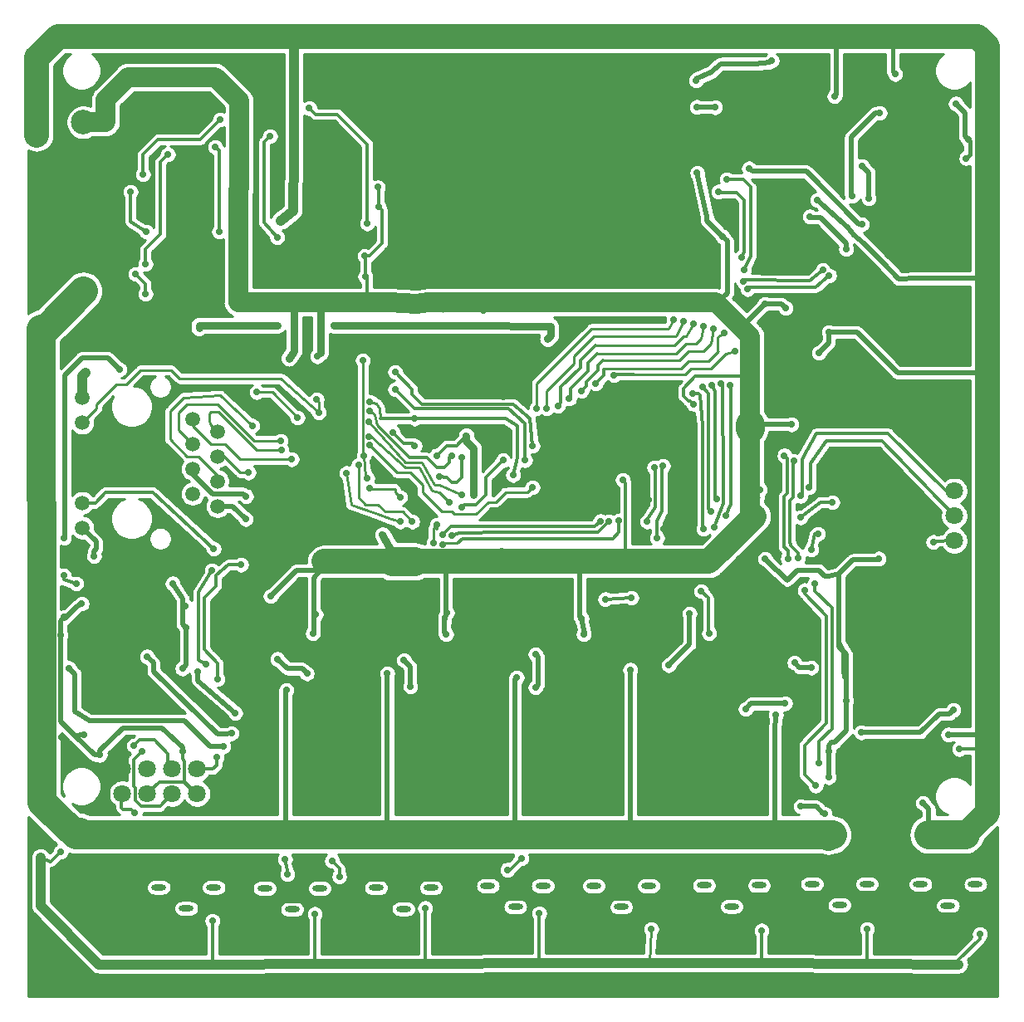
<source format=gbl>
G04 #@! TF.GenerationSoftware,KiCad,Pcbnew,5.1.5-52549c5~86~ubuntu18.04.1*
G04 #@! TF.CreationDate,2020-12-28T20:35:26-08:00*
G04 #@! TF.ProjectId,GAMTP_rev02,47414d54-505f-4726-9576-30322e6b6963,rev?*
G04 #@! TF.SameCoordinates,Original*
G04 #@! TF.FileFunction,Copper,L2,Bot*
G04 #@! TF.FilePolarity,Positive*
%FSLAX46Y46*%
G04 Gerber Fmt 4.6, Leading zero omitted, Abs format (unit mm)*
G04 Created by KiCad (PCBNEW 5.1.5-52549c5~86~ubuntu18.04.1) date 2020-12-28 20:35:26*
%MOMM*%
%LPD*%
G04 APERTURE LIST*
%ADD10O,1.500000X0.600000*%
%ADD11C,0.300000*%
%ADD12R,3.400000X5.000000*%
%ADD13R,3.000000X3.000000*%
%ADD14R,5.000000X3.400000*%
%ADD15C,0.600000*%
%ADD16R,2.499360X2.499360*%
%ADD17C,1.500000*%
%ADD18C,2.500000*%
%ADD19C,1.800000*%
%ADD20C,0.700000*%
%ADD21C,0.500000*%
%ADD22C,0.250000*%
%ADD23C,0.300000*%
%ADD24C,2.500000*%
%ADD25C,3.000000*%
%ADD26C,0.450000*%
%ADD27C,1.000000*%
%ADD28C,0.800000*%
%ADD29C,2.000000*%
%ADD30C,0.254000*%
G04 APERTURE END LIST*
D10*
X99900000Y-141300000D03*
X105500000Y-141300000D03*
X102700000Y-143450000D03*
X177550000Y-141000000D03*
X183150000Y-141000000D03*
X180350000Y-143150000D03*
X110700000Y-141400000D03*
X116300000Y-141400000D03*
X113500000Y-143550000D03*
X166500000Y-140950000D03*
X172100000Y-140950000D03*
X169300000Y-143100000D03*
X122050000Y-141350000D03*
X127650000Y-141350000D03*
X124850000Y-143500000D03*
X155500000Y-141100000D03*
X161100000Y-141100000D03*
X158300000Y-143250000D03*
X133450000Y-141150000D03*
X139050000Y-141150000D03*
X136250000Y-143300000D03*
X144250000Y-141150000D03*
X149850000Y-141150000D03*
X147050000Y-143300000D03*
D11*
X117686000Y-69850000D03*
X115486000Y-69850000D03*
X116586000Y-69850000D03*
D12*
X116586000Y-69850000D03*
D11*
X116586000Y-70950000D03*
X115486000Y-70950000D03*
X117686000Y-70950000D03*
X117686000Y-68750000D03*
X115486000Y-68750000D03*
X116586000Y-68750000D03*
X116586000Y-67650000D03*
X115486000Y-67650000D03*
X117686000Y-67650000D03*
X117686000Y-72050000D03*
X115486000Y-72050000D03*
X116586000Y-72050000D03*
D13*
X116586000Y-69850000D03*
D11*
X103970000Y-79248000D03*
X101770000Y-79248000D03*
X102870000Y-79248000D03*
D12*
X102870000Y-79248000D03*
D11*
X102870000Y-80348000D03*
X101770000Y-80348000D03*
X103970000Y-80348000D03*
X103970000Y-78148000D03*
X101770000Y-78148000D03*
X102870000Y-78148000D03*
X102870000Y-77048000D03*
X101770000Y-77048000D03*
X103970000Y-77048000D03*
X103970000Y-81448000D03*
X101770000Y-81448000D03*
X102870000Y-81448000D03*
D13*
X102870000Y-79248000D03*
D11*
X117538000Y-77033000D03*
X115338000Y-77033000D03*
X116438000Y-77033000D03*
D12*
X116438000Y-77033000D03*
D11*
X116438000Y-78133000D03*
X115338000Y-78133000D03*
X117538000Y-78133000D03*
X117538000Y-75933000D03*
X115338000Y-75933000D03*
X116438000Y-75933000D03*
X116438000Y-74833000D03*
X115338000Y-74833000D03*
X117538000Y-74833000D03*
X117538000Y-79233000D03*
X115338000Y-79233000D03*
X116438000Y-79233000D03*
D13*
X116438000Y-77033000D03*
D11*
X103716000Y-70358000D03*
X101516000Y-70358000D03*
X102616000Y-70358000D03*
D12*
X102616000Y-70358000D03*
D11*
X102616000Y-71458000D03*
X101516000Y-71458000D03*
X103716000Y-71458000D03*
X103716000Y-69258000D03*
X101516000Y-69258000D03*
X102616000Y-69258000D03*
X102616000Y-68158000D03*
X101516000Y-68158000D03*
X103716000Y-68158000D03*
X103716000Y-72558000D03*
X101516000Y-72558000D03*
X102616000Y-72558000D03*
D13*
X102616000Y-70358000D03*
D11*
X164250000Y-90850000D03*
X164250000Y-88650000D03*
X164250000Y-89750000D03*
D14*
X164250000Y-89750000D03*
D11*
X163150000Y-89750000D03*
X163150000Y-88650000D03*
X163150000Y-90850000D03*
X165350000Y-90850000D03*
X165350000Y-88650000D03*
X165350000Y-89750000D03*
X166450000Y-89750000D03*
X166450000Y-88650000D03*
X166450000Y-90850000D03*
X162050000Y-90850000D03*
X162050000Y-88650000D03*
X162050000Y-89750000D03*
D13*
X164250000Y-89750000D03*
D11*
X163750000Y-78350000D03*
X163750000Y-76150000D03*
X163750000Y-77250000D03*
D14*
X163750000Y-77250000D03*
D11*
X162650000Y-77250000D03*
X162650000Y-76150000D03*
X162650000Y-78350000D03*
X164850000Y-78350000D03*
X164850000Y-76150000D03*
X164850000Y-77250000D03*
X165950000Y-77250000D03*
X165950000Y-76150000D03*
X165950000Y-78350000D03*
X161550000Y-78350000D03*
X161550000Y-76150000D03*
X161550000Y-77250000D03*
D13*
X163750000Y-77250000D03*
D11*
X179100000Y-65000000D03*
X176900000Y-65000000D03*
X178000000Y-65000000D03*
D12*
X178000000Y-65000000D03*
D11*
X178000000Y-66100000D03*
X176900000Y-66100000D03*
X179100000Y-66100000D03*
X179100000Y-63900000D03*
X176900000Y-63900000D03*
X178000000Y-63900000D03*
X178000000Y-62800000D03*
X176900000Y-62800000D03*
X179100000Y-62800000D03*
X179100000Y-67200000D03*
X176900000Y-67200000D03*
X178000000Y-67200000D03*
D13*
X178000000Y-65000000D03*
D11*
X159850000Y-61570000D03*
X162050000Y-61570000D03*
X160950000Y-61570000D03*
D12*
X160950000Y-61570000D03*
D11*
X160950000Y-60470000D03*
X162050000Y-60470000D03*
X159850000Y-60470000D03*
X159850000Y-62670000D03*
X162050000Y-62670000D03*
X160950000Y-62670000D03*
X160950000Y-63770000D03*
X162050000Y-63770000D03*
X159850000Y-63770000D03*
X159850000Y-59370000D03*
X162050000Y-59370000D03*
X160950000Y-59370000D03*
D13*
X160950000Y-61570000D03*
D11*
X146500000Y-115800000D03*
X148700000Y-115800000D03*
X147600000Y-115800000D03*
D12*
X147600000Y-115800000D03*
D11*
X147600000Y-114700000D03*
X148700000Y-114700000D03*
X146500000Y-114700000D03*
X146500000Y-116900000D03*
X148700000Y-116900000D03*
X147600000Y-116900000D03*
X147600000Y-118000000D03*
X148700000Y-118000000D03*
X146500000Y-118000000D03*
X146500000Y-113600000D03*
X148700000Y-113600000D03*
X147600000Y-113600000D03*
D13*
X147600000Y-115800000D03*
D11*
X159300000Y-115500000D03*
X161500000Y-115500000D03*
X160400000Y-115500000D03*
D12*
X160400000Y-115500000D03*
D11*
X160400000Y-114400000D03*
X161500000Y-114400000D03*
X159300000Y-114400000D03*
X159300000Y-116600000D03*
X161500000Y-116600000D03*
X160400000Y-116600000D03*
X160400000Y-117700000D03*
X161500000Y-117700000D03*
X159300000Y-117700000D03*
X159300000Y-113300000D03*
X161500000Y-113300000D03*
X160400000Y-113300000D03*
D13*
X160400000Y-115500000D03*
D11*
X171925000Y-129975000D03*
X174125000Y-129975000D03*
X173025000Y-129975000D03*
D12*
X173025000Y-129975000D03*
D11*
X173025000Y-128875000D03*
X174125000Y-128875000D03*
X171925000Y-128875000D03*
X171925000Y-131075000D03*
X174125000Y-131075000D03*
X173025000Y-131075000D03*
X173025000Y-132175000D03*
X174125000Y-132175000D03*
X171925000Y-132175000D03*
X171925000Y-127775000D03*
X174125000Y-127775000D03*
X173025000Y-127775000D03*
D13*
X173025000Y-129975000D03*
D11*
X173610000Y-121960000D03*
X175810000Y-121960000D03*
X174710000Y-121960000D03*
D12*
X174710000Y-121960000D03*
D11*
X174710000Y-120860000D03*
X175810000Y-120860000D03*
X173610000Y-120860000D03*
X173610000Y-123060000D03*
X175810000Y-123060000D03*
X174710000Y-123060000D03*
X174710000Y-124160000D03*
X175810000Y-124160000D03*
X173610000Y-124160000D03*
X173610000Y-119760000D03*
X175810000Y-119760000D03*
X174710000Y-119760000D03*
D13*
X174710000Y-121960000D03*
D11*
X106000000Y-114800000D03*
X108200000Y-114800000D03*
X107100000Y-114800000D03*
D12*
X107100000Y-114800000D03*
D11*
X107100000Y-113700000D03*
X108200000Y-113700000D03*
X106000000Y-113700000D03*
X106000000Y-115900000D03*
X108200000Y-115900000D03*
X107100000Y-115900000D03*
X107100000Y-117000000D03*
X108200000Y-117000000D03*
X106000000Y-117000000D03*
X106000000Y-112600000D03*
X108200000Y-112600000D03*
X107100000Y-112600000D03*
D13*
X107100000Y-114800000D03*
D11*
X119200000Y-115300000D03*
X121400000Y-115300000D03*
X120300000Y-115300000D03*
D12*
X120300000Y-115300000D03*
D11*
X120300000Y-114200000D03*
X121400000Y-114200000D03*
X119200000Y-114200000D03*
X119200000Y-116400000D03*
X121400000Y-116400000D03*
X120300000Y-116400000D03*
X120300000Y-117500000D03*
X121400000Y-117500000D03*
X119200000Y-117500000D03*
X119200000Y-113100000D03*
X121400000Y-113100000D03*
X120300000Y-113100000D03*
D13*
X120300000Y-115300000D03*
D11*
X132500000Y-115500000D03*
X134700000Y-115500000D03*
X133600000Y-115500000D03*
D12*
X133600000Y-115500000D03*
D11*
X133600000Y-114400000D03*
X134700000Y-114400000D03*
X132500000Y-114400000D03*
X132500000Y-116600000D03*
X134700000Y-116600000D03*
X133600000Y-116600000D03*
X133600000Y-117700000D03*
X134700000Y-117700000D03*
X132500000Y-117700000D03*
X132500000Y-113300000D03*
X134700000Y-113300000D03*
X133600000Y-113300000D03*
D13*
X133600000Y-115500000D03*
D11*
X93430000Y-115760000D03*
X95630000Y-115760000D03*
X94530000Y-115760000D03*
D12*
X94530000Y-115760000D03*
D11*
X94530000Y-114660000D03*
X95630000Y-114660000D03*
X93430000Y-114660000D03*
X93430000Y-116860000D03*
X95630000Y-116860000D03*
X94530000Y-116860000D03*
X94530000Y-117960000D03*
X95630000Y-117960000D03*
X93430000Y-117960000D03*
X93430000Y-113560000D03*
X95630000Y-113560000D03*
X94530000Y-113560000D03*
D13*
X94530000Y-115760000D03*
D15*
X117000000Y-96000000D03*
X117762000Y-95238000D03*
X116238000Y-95238000D03*
X117762000Y-96762000D03*
X116238000Y-96762000D03*
D16*
X117000000Y-96000000D03*
D17*
X92100000Y-91375000D03*
X92100000Y-93915000D03*
X92100000Y-102085000D03*
X92100000Y-104625000D03*
X103350000Y-93560000D03*
X103350000Y-98630000D03*
X103350000Y-96100000D03*
X103350000Y-101170000D03*
X105890000Y-94820000D03*
X105890000Y-99900000D03*
X105890000Y-97360000D03*
X105890000Y-102440000D03*
D18*
X92202000Y-75478000D03*
X92202000Y-80478000D03*
D19*
X181000000Y-105950000D03*
X181000000Y-103410000D03*
X181000000Y-98340160D03*
X181000000Y-100880160D03*
X101270000Y-131770000D03*
X103810000Y-131770000D03*
X98730000Y-131770000D03*
X96190000Y-131770000D03*
X96190000Y-129230000D03*
X98730000Y-129230000D03*
X103810000Y-129230000D03*
X101270000Y-129230000D03*
D18*
X92202000Y-68286000D03*
X92202000Y-63286000D03*
D20*
X128900000Y-87750000D03*
X136250000Y-85350000D03*
X154400000Y-96100000D03*
X152100000Y-94900000D03*
X152200000Y-100000000D03*
X151400000Y-104700000D03*
X149850000Y-101800000D03*
X125250000Y-100000000D03*
X127300000Y-96000000D03*
X135000000Y-91250000D03*
X135250000Y-94750000D03*
X135250000Y-100250000D03*
X140750000Y-100750000D03*
X147000000Y-93750000D03*
X125250000Y-94750000D03*
X116200000Y-101350000D03*
X96160000Y-86530000D03*
X141732000Y-84074000D03*
X145542000Y-76200000D03*
X143256000Y-76200000D03*
X136398000Y-75692000D03*
X138938000Y-75946000D03*
X141478000Y-76454000D03*
X133050000Y-139250000D03*
X120400000Y-141300000D03*
X89950000Y-125950000D03*
X96680000Y-121220000D03*
X97950000Y-141050000D03*
X116000000Y-91550000D03*
X116200000Y-92850000D03*
X106050000Y-74422000D03*
X105664000Y-65786000D03*
X98552000Y-77724000D03*
X100838000Y-66548000D03*
X98298000Y-68580000D03*
X106150009Y-62992000D03*
X159720000Y-123120000D03*
X163760000Y-122550000D03*
X121150000Y-73600000D03*
X115250000Y-61850000D03*
X111250000Y-64700000D03*
X111960000Y-75000000D03*
X171580000Y-73680000D03*
X160070000Y-67980000D03*
X172280000Y-71050000D03*
X171610000Y-67730000D03*
X173390000Y-62330000D03*
X170610000Y-70790000D03*
X169960000Y-76220000D03*
X166270000Y-72870000D03*
X171500000Y-125510000D03*
X180910000Y-123230000D03*
X165350000Y-133050000D03*
X167750000Y-133775000D03*
X168790000Y-60600000D03*
X180370000Y-125700000D03*
X181510000Y-127210000D03*
X177800000Y-132700000D03*
X136400000Y-119900000D03*
X123200000Y-119500000D03*
X112900000Y-121200000D03*
X168200000Y-84700000D03*
X167200000Y-86800000D03*
X154000000Y-113400000D03*
X151900000Y-118650000D03*
X147950000Y-119100000D03*
X166400000Y-118900000D03*
X164700000Y-118400000D03*
X162820000Y-123710000D03*
X174960000Y-58360000D03*
X112300000Y-73300000D03*
X113691129Y-66558871D03*
X168150000Y-136050000D03*
X179600000Y-136050000D03*
X88970000Y-118500000D03*
X167030000Y-71240000D03*
X105500000Y-106750000D03*
X130750000Y-102500000D03*
X135000000Y-97750000D03*
X128240000Y-104340000D03*
X127900000Y-106200000D03*
X98552000Y-80772000D03*
X97536000Y-78740000D03*
X138300000Y-120900000D03*
X138300000Y-117550000D03*
X104000000Y-84250000D03*
X112000000Y-84000000D03*
X117750000Y-84000000D03*
X139550000Y-85350000D03*
X95890000Y-88490000D03*
X90240000Y-105640000D03*
X97028000Y-70358000D03*
X98630000Y-74440000D03*
X114050000Y-93400000D03*
X109900000Y-90800000D03*
X109050000Y-99000000D03*
X108800000Y-101400000D03*
X168575000Y-102025000D03*
X165340000Y-103570000D03*
X156750000Y-101675000D03*
X156300000Y-90100000D03*
X154300000Y-90900000D03*
X155425000Y-104725000D03*
X166420000Y-106860000D03*
X167080000Y-105250000D03*
X156175000Y-103000000D03*
X155300000Y-90300000D03*
X104750000Y-118500000D03*
X97450000Y-133675000D03*
X105300000Y-109000000D03*
X105800000Y-128000000D03*
X105900000Y-120040000D03*
X108300000Y-108400000D03*
X125550000Y-120800000D03*
X124900000Y-118150000D03*
X107700000Y-123500000D03*
X103900000Y-119300000D03*
X115000000Y-119500000D03*
X112000000Y-118000000D03*
X108750000Y-103750000D03*
X124500000Y-101500000D03*
X130750000Y-97500000D03*
X121380000Y-100630000D03*
X128490000Y-99430000D03*
X130750000Y-101250000D03*
X121300000Y-93830000D03*
X125750000Y-104000000D03*
X120250000Y-98250000D03*
X119050000Y-99050000D03*
X124500000Y-104000000D03*
X126000000Y-93500000D03*
X136000000Y-99250000D03*
X121430000Y-91780000D03*
X124000000Y-90500000D03*
X137250000Y-97750000D03*
X124000000Y-88750000D03*
X138000000Y-96250000D03*
X93300000Y-107500000D03*
X92430000Y-88810000D03*
X159300000Y-77050000D03*
X156950000Y-70350000D03*
X138430000Y-92456000D03*
X152420000Y-83380000D03*
X168250000Y-78900000D03*
X159950000Y-80300000D03*
X141750000Y-91450000D03*
X155448000Y-84074000D03*
X167600000Y-78350000D03*
X159475000Y-79475000D03*
X140600000Y-92200000D03*
X154432000Y-83820000D03*
X157800000Y-69100000D03*
X159550000Y-78350000D03*
X139446000Y-92456000D03*
X153416000Y-83566000D03*
X144450000Y-89900000D03*
X157538878Y-84777122D03*
X146300000Y-89050000D03*
X158628000Y-86614000D03*
X143000000Y-90650000D03*
X156464000Y-84328000D03*
X154740000Y-61710000D03*
X156610000Y-61750000D03*
X181140000Y-61360000D03*
X169950000Y-122290000D03*
X169910000Y-119840000D03*
X168190000Y-130070000D03*
X168170000Y-127460000D03*
X173300000Y-107775000D03*
X159450000Y-105350000D03*
X161700000Y-107800000D03*
X161175000Y-100725000D03*
X178850000Y-106075000D03*
X147425000Y-107700000D03*
X154790000Y-68430000D03*
X154690000Y-59030000D03*
X162400000Y-57000000D03*
X163800000Y-82200000D03*
X161700000Y-81800000D03*
X164400000Y-94100000D03*
X161400000Y-94100000D03*
X92300000Y-125750000D03*
X102300000Y-127400000D03*
X93900000Y-127800000D03*
X134850000Y-107050000D03*
X157350000Y-74900000D03*
X154400000Y-92000000D03*
X89900000Y-115600000D03*
X102300000Y-119000000D03*
X102700000Y-114800000D03*
X115600000Y-115400000D03*
X115900000Y-113500000D03*
X143200000Y-115500000D03*
X129200000Y-115500000D03*
X155200000Y-111100000D03*
X156000000Y-115400000D03*
X155960000Y-108080000D03*
X140000000Y-107250000D03*
X128250000Y-97250000D03*
X131750000Y-107250000D03*
X132000000Y-101250000D03*
X131250000Y-95250000D03*
X133000000Y-82500000D03*
X182450000Y-65040000D03*
X182220000Y-66940000D03*
X121158000Y-99568000D03*
X120800000Y-97250000D03*
X120700000Y-87575000D03*
X116050000Y-87150000D03*
X139425000Y-81660000D03*
X126238000Y-81788000D03*
X107353808Y-79218052D03*
X107696000Y-71120000D03*
X107678002Y-73406000D03*
X107762555Y-81877445D03*
X113200000Y-87350000D03*
X120950000Y-79000000D03*
X120900000Y-76900000D03*
X122300000Y-71900000D03*
X122200000Y-69900000D03*
X87850000Y-138250000D03*
X105350000Y-144700000D03*
X115800000Y-144000000D03*
X127050000Y-143400000D03*
X138700000Y-143950000D03*
X161350000Y-145700000D03*
X172100000Y-145550000D03*
X183600000Y-146050000D03*
X122700000Y-105350000D03*
X92050000Y-112370000D03*
X90260000Y-113750000D03*
X147190000Y-99750000D03*
X143010000Y-113860000D03*
X150114000Y-145542000D03*
X89916000Y-137668000D03*
X129286000Y-113284000D03*
X111300000Y-111600000D03*
X101300000Y-110300000D03*
X102585000Y-112600000D03*
X98175000Y-127450000D03*
X97375000Y-126850000D03*
X98700000Y-117750000D03*
X107300000Y-125600000D03*
X90750000Y-118950000D03*
X106500000Y-126900000D03*
X164020000Y-107750000D03*
X163680000Y-97250000D03*
X164650000Y-97800000D03*
X165060000Y-107730000D03*
X166760000Y-110320000D03*
X167170000Y-128640000D03*
X158130000Y-90070000D03*
X157740000Y-103410000D03*
X166890000Y-130940000D03*
X165750000Y-110990000D03*
X156525000Y-104600000D03*
X157200000Y-89900000D03*
X150700000Y-105700000D03*
X151300000Y-98300000D03*
X149700000Y-104000000D03*
X150400000Y-98500000D03*
X145400000Y-111900000D03*
X148082000Y-111760000D03*
X129500000Y-102000000D03*
X121300000Y-95350000D03*
X126000000Y-96250000D03*
X123750000Y-94900000D03*
X138000000Y-100500000D03*
X121390333Y-96220364D03*
X166170000Y-100480000D03*
X165330000Y-101390000D03*
X112776000Y-138430000D03*
X113000000Y-139950000D03*
X118300000Y-140200000D03*
X117550000Y-138600000D03*
X135450000Y-139500000D03*
X136850000Y-138350000D03*
X145800000Y-104000000D03*
X129794000Y-105410000D03*
X90210000Y-109500000D03*
X91480000Y-110320000D03*
X146812000Y-103886000D03*
X128800000Y-106370000D03*
X129750000Y-97250000D03*
X121360000Y-92720000D03*
X144900000Y-103950000D03*
X128850000Y-105300000D03*
X109425000Y-94225000D03*
X112325000Y-95775000D03*
X112425000Y-96725000D03*
X113450000Y-97650000D03*
D21*
X120500000Y-115100000D02*
X120300000Y-115300000D01*
X119100000Y-117800000D02*
X120300000Y-115300000D01*
X120000000Y-115000000D02*
X120300000Y-115300000D01*
D22*
X125250000Y-94750000D02*
X125350000Y-94850000D01*
X89950000Y-126444974D02*
X90750000Y-127244974D01*
X89950000Y-125950000D02*
X89950000Y-126444974D01*
X90750000Y-127244974D02*
X91194974Y-127244974D01*
X93180000Y-129230000D02*
X96190000Y-129230000D01*
X91194974Y-127244974D02*
X93180000Y-129230000D01*
X116200000Y-92850000D02*
X116200000Y-91750000D01*
X116200000Y-91750000D02*
X116000000Y-91550000D01*
X93550000Y-92465000D02*
X92100000Y-93915000D01*
X93550000Y-92000000D02*
X93550000Y-92465000D01*
X95550000Y-90000000D02*
X93550000Y-92000000D01*
X96600000Y-90000000D02*
X95550000Y-90000000D01*
X98050000Y-88550000D02*
X96600000Y-90000000D01*
X101150000Y-88550000D02*
X98050000Y-88550000D01*
X102000000Y-89400000D02*
X101150000Y-88550000D01*
X112350000Y-89400000D02*
X102000000Y-89400000D01*
X116200000Y-92850000D02*
X112350000Y-89400000D01*
D23*
X106050000Y-74422000D02*
X106050000Y-66172000D01*
X106050000Y-66172000D02*
X105664000Y-65786000D01*
X98552000Y-77724000D02*
X98552000Y-76200000D01*
X98552000Y-76200000D02*
X100076000Y-74676000D01*
X100076000Y-74676000D02*
X100076000Y-67310000D01*
X100076000Y-67310000D02*
X100838000Y-66548000D01*
X98298000Y-68580000D02*
X98298000Y-66548000D01*
X98298000Y-66548000D02*
X99822000Y-65024000D01*
X99822000Y-65024000D02*
X104118009Y-65024000D01*
X104118009Y-65024000D02*
X106150009Y-62992000D01*
D21*
X163760000Y-122550000D02*
X160290000Y-122550000D01*
X160290000Y-122550000D02*
X159720000Y-123120000D01*
D23*
X121150000Y-73600000D02*
X121150000Y-65500000D01*
X121150000Y-65500000D02*
X118100000Y-62450000D01*
X118100000Y-62450000D02*
X115850000Y-62450000D01*
X115850000Y-62450000D02*
X115250000Y-61850000D01*
X110650000Y-73495116D02*
X110650000Y-65300000D01*
X110650000Y-65300000D02*
X111250000Y-64700000D01*
X111960000Y-75000000D02*
X110650000Y-73495116D01*
D21*
X171300000Y-73680000D02*
X171580000Y-73680000D01*
X165910000Y-68290000D02*
X171300000Y-73680000D01*
X160380000Y-68290000D02*
X165910000Y-68290000D01*
X160070000Y-67980000D02*
X160380000Y-68290000D01*
X172280000Y-68400000D02*
X172280000Y-71050000D01*
X171610000Y-67730000D02*
X172280000Y-68400000D01*
X172940000Y-62330000D02*
X173390000Y-62330000D01*
X170460000Y-64810000D02*
X172940000Y-62330000D01*
X170460000Y-70640000D02*
X170460000Y-64810000D01*
X170610000Y-70790000D02*
X170460000Y-70640000D01*
X169960000Y-75640000D02*
X169960000Y-76220000D01*
X167330000Y-73010000D02*
X169960000Y-75640000D01*
X166410000Y-73010000D02*
X167330000Y-73010000D01*
X166270000Y-72870000D02*
X166410000Y-73010000D01*
X177560000Y-125510000D02*
X171500000Y-125510000D01*
X179440000Y-123630000D02*
X177560000Y-125510000D01*
X180510000Y-123630000D02*
X179440000Y-123630000D01*
X180910000Y-123230000D02*
X180510000Y-123630000D01*
X167750000Y-133775000D02*
X167650000Y-133775000D01*
X166925000Y-133050000D02*
X165350000Y-133050000D01*
X167650000Y-133775000D02*
X166925000Y-133050000D01*
X168950000Y-60440000D02*
X168950000Y-54510000D01*
X168790000Y-60600000D02*
X168950000Y-60440000D01*
X180370000Y-125700000D02*
X184000000Y-125700000D01*
X184000000Y-125700000D02*
X184400000Y-125300000D01*
D23*
X181530000Y-127190000D02*
X184400000Y-127190000D01*
X181510000Y-127210000D02*
X181530000Y-127190000D01*
D21*
X178400000Y-133300000D02*
X178400000Y-135930000D01*
X177800000Y-132700000D02*
X178400000Y-133300000D01*
X147950000Y-119100000D02*
X147950000Y-135630000D01*
X147950000Y-135630000D02*
X148250000Y-135930000D01*
X136200000Y-120100000D02*
X136200000Y-135930000D01*
X136400000Y-119900000D02*
X136200000Y-120100000D01*
X123200000Y-119500000D02*
X123200000Y-135930000D01*
X123200000Y-135930000D02*
X123200000Y-135500000D01*
X123200000Y-135500000D02*
X123200000Y-135930000D01*
X112800000Y-121300000D02*
X112800000Y-135930000D01*
X112900000Y-121200000D02*
X112800000Y-121300000D01*
X165900000Y-55100000D02*
X165900000Y-54510000D01*
X165900000Y-54510000D02*
X165900000Y-55100000D01*
X165900000Y-55100000D02*
X165900000Y-54510000D01*
D24*
X169430000Y-54510000D02*
X168950000Y-54510000D01*
X168950000Y-54510000D02*
X165900000Y-54510000D01*
X165900000Y-54510000D02*
X151210000Y-54510000D01*
D21*
X168200000Y-84700000D02*
X171100000Y-84700000D01*
X175200000Y-88800000D02*
X184400000Y-88800000D01*
X171100000Y-84700000D02*
X175200000Y-88800000D01*
X133900000Y-135930000D02*
X134300000Y-135400000D01*
X134300000Y-135400000D02*
X133900000Y-135930000D01*
X168200000Y-85800000D02*
X168200000Y-84700000D01*
X167200000Y-86800000D02*
X168200000Y-85800000D01*
X154000000Y-116550000D02*
X154000000Y-113400000D01*
X151900000Y-118650000D02*
X154000000Y-116550000D01*
X152350000Y-135600000D02*
X152350000Y-135930000D01*
X152350000Y-135930000D02*
X152350000Y-135600000D01*
X152350000Y-135600000D02*
X152350000Y-135930000D01*
X124450000Y-135300000D02*
X124450000Y-135930000D01*
X124450000Y-135930000D02*
X124450000Y-135300000D01*
X124450000Y-135300000D02*
X124450000Y-135930000D01*
X166400000Y-118900000D02*
X166500000Y-118900000D01*
X165200000Y-118900000D02*
X166500000Y-118900000D01*
X164700000Y-118400000D02*
X165200000Y-118900000D01*
X162700000Y-125500000D02*
X162700000Y-135930000D01*
X162820000Y-123710000D02*
X162700000Y-125500000D01*
D25*
X110236000Y-135930000D02*
X100076000Y-135930000D01*
X100076000Y-135930000D02*
X92120000Y-135930000D01*
X112800000Y-135930000D02*
X110236000Y-135930000D01*
X115150000Y-135930000D02*
X112800000Y-135930000D01*
X123200000Y-135930000D02*
X121158000Y-135930000D01*
X121158000Y-135930000D02*
X115150000Y-135930000D01*
X92120000Y-135930000D02*
X91390000Y-135930000D01*
X91390000Y-135930000D02*
X87910000Y-132600000D01*
X92120000Y-135930000D02*
X91840000Y-135650000D01*
X87910000Y-132600000D02*
X87910000Y-119250000D01*
X124450000Y-135930000D02*
X123200000Y-135930000D01*
X130048000Y-135930000D02*
X124450000Y-135930000D01*
X135340000Y-135930000D02*
X134300000Y-135930000D01*
X136200000Y-135930000D02*
X135340000Y-135930000D01*
X134300000Y-135930000D02*
X130048000Y-135930000D01*
X143200000Y-135930000D02*
X136200000Y-135930000D01*
X182070000Y-135930000D02*
X178400000Y-135930000D01*
D24*
X184400000Y-108740000D02*
X184400000Y-115500000D01*
X184400000Y-115500000D02*
X184400000Y-119160000D01*
X184400000Y-119160000D02*
X184400000Y-125300000D01*
X184400000Y-88800000D02*
X184400000Y-98600000D01*
X184400000Y-98600000D02*
X184400000Y-108740000D01*
X184400000Y-125300000D02*
X184400000Y-127190000D01*
X184400000Y-127190000D02*
X184400000Y-133670000D01*
X184400000Y-133670000D02*
X182070000Y-135930000D01*
D25*
X166450000Y-135930000D02*
X162700000Y-135930000D01*
X162700000Y-135930000D02*
X157734000Y-135930000D01*
X157734000Y-135930000D02*
X152350000Y-135930000D01*
X152350000Y-135930000D02*
X148250000Y-135930000D01*
X148250000Y-135930000D02*
X143200000Y-135930000D01*
D24*
X184400000Y-79175000D02*
X184400000Y-79200000D01*
X184400000Y-79200000D02*
X184400000Y-88800000D01*
D26*
X174730000Y-58130000D02*
X174730000Y-54510000D01*
X174960000Y-58360000D02*
X174730000Y-58130000D01*
X184050000Y-79175000D02*
X184400000Y-79175000D01*
X184400000Y-79175000D02*
X184050000Y-79175000D01*
X184050000Y-79175000D02*
X184400000Y-79175000D01*
D24*
X87450000Y-56610000D02*
X87560000Y-56610000D01*
X87450000Y-64590000D02*
X87450000Y-56610000D01*
X184400000Y-55580000D02*
X183330000Y-54510000D01*
X184400000Y-55580000D02*
X184400000Y-55620000D01*
X183330000Y-54510000D02*
X174730000Y-54510000D01*
X174730000Y-54510000D02*
X169430000Y-54510000D01*
X151210000Y-54510000D02*
X147100000Y-54510000D01*
X147100000Y-54510000D02*
X138500000Y-54510000D01*
X138500000Y-54510000D02*
X136900000Y-54510000D01*
X136900000Y-54510000D02*
X128400000Y-54510000D01*
X128400000Y-54510000D02*
X117900000Y-54510000D01*
X117900000Y-54510000D02*
X116090000Y-54510000D01*
X116090000Y-54510000D02*
X112600000Y-54510000D01*
X112600000Y-54510000D02*
X108500000Y-54510000D01*
X108500000Y-54510000D02*
X92650000Y-54510000D01*
X89660000Y-54510000D02*
X92650000Y-54510000D01*
X87560000Y-56610000D02*
X89660000Y-54510000D01*
X184400000Y-55620000D02*
X184400000Y-73900000D01*
X184400000Y-73900000D02*
X184400000Y-79175000D01*
D25*
X92202000Y-80478000D02*
X88352000Y-84328000D01*
X88352000Y-84328000D02*
X87884000Y-84328000D01*
X87910000Y-119250000D02*
X87884000Y-84328000D01*
D27*
X113600000Y-72300000D02*
X112300000Y-73300000D01*
X113700000Y-54600000D02*
X113700000Y-66000000D01*
X113700000Y-66000000D02*
X113691129Y-66558871D01*
X113691129Y-66558871D02*
X113600000Y-72300000D01*
D25*
X168270000Y-135930000D02*
X168150000Y-136050000D01*
X168570000Y-135930000D02*
X168270000Y-135930000D01*
X168570000Y-135930000D02*
X166450000Y-135930000D01*
D21*
X89000000Y-119250000D02*
X87910000Y-119250000D01*
X88970000Y-118500000D02*
X89000000Y-119250000D01*
X177100000Y-79200000D02*
X184400000Y-79200000D01*
X175300000Y-79250000D02*
X177100000Y-79200000D01*
X167030000Y-71240000D02*
X170200000Y-74000000D01*
X170200000Y-74000000D02*
X170790000Y-74740000D01*
X170790000Y-74740000D02*
X171725000Y-75585000D01*
X173725000Y-77585000D02*
X175300000Y-79250000D01*
X171725000Y-75585000D02*
X173725000Y-77585000D01*
D23*
X92100000Y-102085000D02*
X93415000Y-102085000D01*
X99250000Y-101000000D02*
X105500000Y-106750000D01*
X94500000Y-101000000D02*
X99250000Y-101000000D01*
X93415000Y-102085000D02*
X94500000Y-101000000D01*
X133250000Y-101000000D02*
X133250000Y-101250000D01*
X131000000Y-102250000D02*
X130750000Y-102500000D01*
X132250000Y-102250000D02*
X131000000Y-102250000D01*
X133250000Y-101250000D02*
X132250000Y-102250000D01*
X133250000Y-99500000D02*
X135000000Y-97750000D01*
X133250000Y-101000000D02*
X133250000Y-99500000D01*
X128125000Y-104625000D02*
X128250000Y-104750000D01*
X128240000Y-104340000D02*
X128125000Y-104625000D01*
D22*
X127900000Y-104680000D02*
X128240000Y-104340000D01*
X127900000Y-106200000D02*
X127900000Y-104680000D01*
D23*
X98552000Y-80772000D02*
X98552000Y-79756000D01*
X98552000Y-79756000D02*
X97536000Y-78740000D01*
D21*
X138550000Y-120500000D02*
X138550000Y-120650000D01*
X138550000Y-120650000D02*
X138300000Y-120900000D01*
X138550000Y-117800000D02*
X138550000Y-120500000D01*
X138300000Y-117550000D02*
X138550000Y-117800000D01*
D28*
X139800000Y-84050000D02*
X131650000Y-84000000D01*
X139850000Y-84100000D02*
X139800000Y-84050000D01*
X131650000Y-84000000D02*
X117750000Y-84000000D01*
X104000000Y-84000000D02*
X104000000Y-84250000D01*
X112000000Y-84000000D02*
X104000000Y-84000000D01*
X139850000Y-84100000D02*
X139850000Y-85050000D01*
X139850000Y-85050000D02*
X139550000Y-85350000D01*
D21*
X95890000Y-88490000D02*
X94720000Y-87320000D01*
X94720000Y-87320000D02*
X92060000Y-87320000D01*
X92060000Y-87320000D02*
X90300000Y-89080000D01*
X90300000Y-89080000D02*
X90300000Y-105580000D01*
X90300000Y-105580000D02*
X90240000Y-105640000D01*
D23*
X97028000Y-73406000D02*
X97028000Y-70358000D01*
X98630000Y-74440000D02*
X97028000Y-73406000D01*
D22*
X114050000Y-93400000D02*
X111450000Y-90800000D01*
X111450000Y-90800000D02*
X109900000Y-90800000D01*
X105890000Y-97360000D02*
X106560000Y-97360000D01*
X106560000Y-97360000D02*
X108200000Y-99000000D01*
X108200000Y-99000000D02*
X109050000Y-99000000D01*
D21*
X103350000Y-98630000D02*
X103350000Y-99150000D01*
X103350000Y-99150000D02*
X105350000Y-101150000D01*
X105350000Y-101150000D02*
X108550000Y-101150000D01*
X108550000Y-101150000D02*
X108800000Y-101400000D01*
D23*
X156600000Y-101350000D02*
X156600000Y-101575000D01*
X167325000Y-102025000D02*
X168575000Y-102025000D01*
X165340000Y-103570000D02*
X167325000Y-102025000D01*
X156300000Y-90100000D02*
X156600000Y-90700000D01*
X156600000Y-90700000D02*
X156600000Y-101350000D01*
X155300000Y-103900000D02*
X155300000Y-94200000D01*
X154900000Y-90900000D02*
X155100000Y-91100000D01*
X155100000Y-91100000D02*
X155300000Y-94200000D01*
X154900000Y-90900000D02*
X154300000Y-90900000D01*
X155300000Y-104600000D02*
X155425000Y-104725000D01*
X155300000Y-103900000D02*
X155300000Y-104600000D01*
X166755000Y-105275000D02*
X166420000Y-106860000D01*
X167055000Y-105275000D02*
X166755000Y-105275000D01*
X167080000Y-105250000D02*
X167055000Y-105275000D01*
X155900000Y-102300000D02*
X155900000Y-102725000D01*
X155900000Y-102725000D02*
X156175000Y-103000000D01*
X155900000Y-90900000D02*
X155900000Y-102300000D01*
X155300000Y-90300000D02*
X155900000Y-90900000D01*
X96100000Y-133175000D02*
X96100000Y-131860000D01*
X96275000Y-133350000D02*
X96100000Y-133175000D01*
X97125000Y-133350000D02*
X96275000Y-133350000D01*
X97450000Y-133675000D02*
X97125000Y-133350000D01*
X96100000Y-131860000D02*
X96190000Y-131770000D01*
X103950000Y-111150000D02*
X103950000Y-118150000D01*
X103950000Y-118150000D02*
X104750000Y-118500000D01*
X105300000Y-109000000D02*
X103950000Y-111150000D01*
X105800000Y-128000000D02*
X105800000Y-128850000D01*
X105420000Y-129230000D02*
X103810000Y-129230000D01*
X105800000Y-128850000D02*
X105420000Y-129230000D01*
X105900000Y-118450000D02*
X105900000Y-120040000D01*
X107000000Y-108400000D02*
X105700000Y-109500000D01*
X108300000Y-108400000D02*
X107000000Y-108400000D01*
X104500000Y-111800000D02*
X104500000Y-117050000D01*
X104500000Y-117050000D02*
X105900000Y-118450000D01*
X105700000Y-109500000D02*
X105700000Y-110600000D01*
X105700000Y-110600000D02*
X104500000Y-111800000D01*
D21*
X125550000Y-118800000D02*
X125550000Y-120800000D01*
X124900000Y-118150000D02*
X125550000Y-118800000D01*
X103900000Y-119300000D02*
X103900000Y-120200000D01*
X103900000Y-120200000D02*
X107700000Y-123500000D01*
X114500000Y-119000000D02*
X115000000Y-119500000D01*
X113000000Y-119000000D02*
X114500000Y-119000000D01*
X112000000Y-118000000D02*
X113000000Y-119000000D01*
X107440000Y-102440000D02*
X105890000Y-102440000D01*
X108750000Y-103750000D02*
X107440000Y-102440000D01*
D22*
X124000000Y-101000000D02*
X124000000Y-100680000D01*
X124500000Y-101500000D02*
X124000000Y-101000000D01*
X121430000Y-100680000D02*
X124000000Y-100680000D01*
X121380000Y-100630000D02*
X121430000Y-100680000D01*
D23*
X129750000Y-100000000D02*
X130250000Y-100000000D01*
X130750000Y-99500000D02*
X130750000Y-97500000D01*
X130250000Y-100000000D02*
X130750000Y-99500000D01*
X129250000Y-99500000D02*
X129750000Y-100000000D01*
X128490000Y-99430000D02*
X129250000Y-99500000D01*
D22*
X125050000Y-98000000D02*
X126750000Y-98000000D01*
X128500000Y-100250000D02*
X130750000Y-101250000D01*
X128000000Y-100250000D02*
X128500000Y-100250000D01*
X126750000Y-98000000D02*
X128000000Y-100250000D01*
X121300000Y-93830000D02*
X125050000Y-98000000D01*
X121249966Y-102247090D02*
X122247090Y-102247090D01*
X124750000Y-103000000D02*
X125750000Y-104000000D01*
X123000000Y-103000000D02*
X124750000Y-103000000D01*
X122247090Y-102247090D02*
X123000000Y-103000000D01*
X120250000Y-98250000D02*
X120250000Y-101500000D01*
X121000000Y-102250000D02*
X121249966Y-102247090D01*
X120250000Y-101500000D02*
X121000000Y-102250000D01*
X119050000Y-99050000D02*
X119500000Y-102250000D01*
X119500000Y-102250000D02*
X121962099Y-103108674D01*
X121962099Y-103108674D02*
X123572292Y-103753032D01*
X123572292Y-103753032D02*
X124500000Y-104000000D01*
D23*
X136000000Y-99250000D02*
X136500000Y-97500000D01*
X136500000Y-97500000D02*
X136500000Y-94250000D01*
X136500000Y-94250000D02*
X135250000Y-93500000D01*
X135250000Y-93500000D02*
X126000000Y-93500000D01*
X122500000Y-93500000D02*
X122500000Y-93450000D01*
X126000000Y-93500000D02*
X122550000Y-93500000D01*
X122550000Y-93500000D02*
X122500000Y-93500000D01*
D22*
X122410000Y-92480000D02*
X122500000Y-93450000D01*
X121430000Y-91780000D02*
X122100000Y-91960000D01*
X122100000Y-91960000D02*
X122410000Y-92480000D01*
D23*
X137250000Y-94000000D02*
X137250000Y-97750000D01*
X135500000Y-92500000D02*
X137250000Y-94000000D01*
X126000000Y-92500000D02*
X135500000Y-92500000D01*
X124000000Y-90500000D02*
X126000000Y-92500000D01*
X137750000Y-93500000D02*
X138000000Y-96250000D01*
X136000000Y-92000000D02*
X137750000Y-93500000D01*
X126750000Y-92000000D02*
X136000000Y-92000000D01*
X125750000Y-91000000D02*
X126750000Y-92000000D01*
X125750000Y-90500000D02*
X125750000Y-91000000D01*
X125750000Y-90500000D02*
X124000000Y-88750000D01*
D21*
X93300000Y-107005026D02*
X93520000Y-106785026D01*
X93300000Y-107500000D02*
X93300000Y-107005026D01*
X93520000Y-106045000D02*
X92100000Y-104625000D01*
X93520000Y-106785026D02*
X93520000Y-106045000D01*
D27*
X92100000Y-89140000D02*
X92100000Y-91375000D01*
X92430000Y-88810000D02*
X92100000Y-89140000D01*
D23*
X159300000Y-77050000D02*
X159600000Y-76450000D01*
X159600000Y-76450000D02*
X159600000Y-71200000D01*
X159600000Y-71200000D02*
X158850000Y-70450000D01*
X158850000Y-70450000D02*
X157050000Y-70450000D01*
X157050000Y-70450000D02*
X156950000Y-70350000D01*
D22*
X151892000Y-84328000D02*
X144018000Y-84328000D01*
X144018000Y-84328000D02*
X138430000Y-89916000D01*
X152420000Y-83380000D02*
X151892000Y-84328000D01*
X138430000Y-89916000D02*
X138430000Y-92456000D01*
D23*
X166850000Y-80100000D02*
X168250000Y-78900000D01*
X160150000Y-80100000D02*
X166850000Y-80100000D01*
X159950000Y-80300000D02*
X160150000Y-80100000D01*
X143650000Y-88650000D02*
X143650000Y-87800000D01*
X141850000Y-90450000D02*
X143650000Y-88650000D01*
X141850000Y-91350000D02*
X141850000Y-90450000D01*
X141750000Y-91450000D02*
X141850000Y-91350000D01*
X143650000Y-87800000D02*
X144554000Y-86896000D01*
D22*
X155194000Y-85344000D02*
X154686000Y-85852000D01*
X155448000Y-84074000D02*
X155194000Y-85344000D01*
X152626000Y-86896000D02*
X144554000Y-86896000D01*
X154686000Y-85852000D02*
X153670000Y-85852000D01*
X153670000Y-85852000D02*
X152626000Y-86896000D01*
D23*
X166300000Y-79400000D02*
X167600000Y-78350000D01*
X159575000Y-79375000D02*
X166300000Y-79400000D01*
X159475000Y-79475000D02*
X159575000Y-79375000D01*
X142900000Y-88300000D02*
X142900000Y-87550000D01*
X140900000Y-90300000D02*
X142900000Y-88300000D01*
X140900000Y-91900000D02*
X140900000Y-90300000D01*
X140600000Y-92200000D02*
X140900000Y-91900000D01*
X142900000Y-87550000D02*
X144435000Y-86015000D01*
D22*
X152491000Y-86015000D02*
X144435000Y-86015000D01*
X154432000Y-83820000D02*
X153670000Y-85090000D01*
X153670000Y-85090000D02*
X153416000Y-85090000D01*
X153416000Y-85090000D02*
X152491000Y-86015000D01*
D23*
X160250000Y-70250000D02*
X160250000Y-69900000D01*
X159450000Y-69100000D02*
X157800000Y-69100000D01*
X160250000Y-69900000D02*
X159450000Y-69100000D01*
X160250000Y-76900000D02*
X160250000Y-70250000D01*
X159550000Y-78350000D02*
X160250000Y-76900000D01*
D22*
X139446000Y-90678000D02*
X139446000Y-92456000D01*
X142240000Y-87884000D02*
X139446000Y-90678000D01*
X144272000Y-85090000D02*
X142240000Y-87122000D01*
X142240000Y-87122000D02*
X142240000Y-87884000D01*
X153416000Y-83566000D02*
X152654000Y-85090000D01*
X152654000Y-85090000D02*
X144272000Y-85090000D01*
D23*
X145300000Y-89050000D02*
X145300000Y-88500000D01*
X144450000Y-89900000D02*
X145300000Y-89050000D01*
D22*
X145408000Y-88392000D02*
X145300000Y-88500000D01*
X153162000Y-88392000D02*
X145408000Y-88392000D01*
X155956000Y-87630000D02*
X153924000Y-87630000D01*
X157538878Y-84777122D02*
X156905440Y-85156560D01*
X153924000Y-87630000D02*
X153162000Y-88392000D01*
X156972000Y-86614000D02*
X155956000Y-87630000D01*
X156905440Y-85156560D02*
X156905440Y-86547440D01*
X156905440Y-86547440D02*
X156972000Y-86614000D01*
D23*
X146350000Y-89000000D02*
X148300000Y-89000000D01*
X146300000Y-89050000D02*
X146350000Y-89000000D01*
D22*
X158628000Y-86614000D02*
X157734000Y-86868000D01*
X157734000Y-86868000D02*
X156210000Y-88392000D01*
X156210000Y-88392000D02*
X154178000Y-88392000D01*
X154178000Y-88392000D02*
X153570000Y-89000000D01*
X153570000Y-89000000D02*
X148300000Y-89000000D01*
D23*
X144650000Y-88550000D02*
X144650000Y-88100000D01*
X143450000Y-89750000D02*
X144650000Y-88550000D01*
X143450000Y-90200000D02*
X143450000Y-89750000D01*
X143000000Y-90650000D02*
X143450000Y-90200000D01*
X144650000Y-88100000D02*
X145204000Y-87546000D01*
D22*
X152992000Y-87546000D02*
X145204000Y-87546000D01*
X153924000Y-86614000D02*
X152992000Y-87546000D01*
X156210000Y-85852000D02*
X155448000Y-86614000D01*
X156464000Y-84328000D02*
X156210000Y-85852000D01*
X155448000Y-86614000D02*
X153924000Y-86614000D01*
D21*
X156570000Y-61710000D02*
X154740000Y-61710000D01*
X156610000Y-61750000D02*
X156570000Y-61710000D01*
X182090000Y-64680000D02*
X182450000Y-65040000D01*
X182090000Y-62310000D02*
X182090000Y-64680000D01*
X181140000Y-61360000D02*
X182090000Y-62310000D01*
X169205000Y-109335000D02*
X169205000Y-116210000D01*
X169950000Y-122290000D02*
X169975000Y-122290000D01*
X169975000Y-122290000D02*
X169950000Y-122290000D01*
X169950000Y-122290000D02*
X169975000Y-122290000D01*
X169975000Y-119825000D02*
X169975000Y-119625000D01*
X169960000Y-119840000D02*
X169975000Y-119825000D01*
X169910000Y-119840000D02*
X169960000Y-119840000D01*
X169205000Y-116210000D02*
X169205000Y-116755000D01*
X169960000Y-120130000D02*
X169975000Y-120130000D01*
X169960000Y-117510000D02*
X169960000Y-120130000D01*
X169205000Y-116755000D02*
X169960000Y-117510000D01*
X168170000Y-127460000D02*
X168170000Y-130050000D01*
X168170000Y-130050000D02*
X168190000Y-130070000D01*
X169975000Y-119625000D02*
X169975000Y-120130000D01*
X169975000Y-120130000D02*
X169975000Y-122290000D01*
X169975000Y-122290000D02*
X169975000Y-125345000D01*
X168170000Y-126820000D02*
X168170000Y-127460000D01*
X168480000Y-126510000D02*
X168170000Y-126820000D01*
X168810000Y-126510000D02*
X168480000Y-126510000D01*
X169975000Y-125345000D02*
X168810000Y-126510000D01*
X169775000Y-117325000D02*
X169775000Y-119450000D01*
X169950000Y-119625000D02*
X169975000Y-119625000D01*
X169775000Y-119450000D02*
X169950000Y-119625000D01*
X169205000Y-116210000D02*
X169205000Y-116335000D01*
X169205000Y-116335000D02*
X169775000Y-117325000D01*
D23*
X102300000Y-127400000D02*
X102300000Y-128225000D01*
X102525000Y-130625000D02*
X103670000Y-131770000D01*
X102525000Y-128450000D02*
X102525000Y-130625000D01*
X102300000Y-128225000D02*
X102525000Y-128450000D01*
X103810000Y-131770000D02*
X102525000Y-130485000D01*
X102525000Y-130485000D02*
X102565000Y-130525000D01*
X99950000Y-130525000D02*
X102565000Y-130525000D01*
X99950000Y-130525000D02*
X98730000Y-131745000D01*
X98730000Y-131745000D02*
X98730000Y-131770000D01*
X103670000Y-131770000D02*
X103810000Y-131770000D01*
D21*
X168225000Y-109575000D02*
X168225000Y-109550000D01*
X169205000Y-109335000D02*
X168225000Y-109575000D01*
X170700000Y-107900000D02*
X169205000Y-109335000D01*
X173175000Y-107900000D02*
X170700000Y-107900000D01*
X173300000Y-107775000D02*
X173175000Y-107900000D01*
X164975000Y-108950000D02*
X163962500Y-109962500D01*
X168225000Y-109550000D02*
X167775000Y-109550000D01*
X167775000Y-109550000D02*
X167175000Y-108950000D01*
X167175000Y-108950000D02*
X164975000Y-108950000D01*
X163000000Y-109000000D02*
X162900000Y-109000000D01*
X159170000Y-105070000D02*
X159170000Y-104870000D01*
X159450000Y-105350000D02*
X159170000Y-105070000D01*
X162900000Y-109000000D02*
X161700000Y-107800000D01*
X161050000Y-100600000D02*
X160150000Y-100600000D01*
X161175000Y-100725000D02*
X161050000Y-100600000D01*
D23*
X178950000Y-105975000D02*
X181000000Y-105950000D01*
X178850000Y-106075000D02*
X178950000Y-105975000D01*
D29*
X160150000Y-97200000D02*
X160150000Y-100600000D01*
D23*
X147500506Y-107775506D02*
X147500506Y-108083946D01*
X147425000Y-107700000D02*
X147500506Y-107775506D01*
D24*
X151420449Y-108082117D02*
X147500506Y-108083946D01*
D21*
X154690000Y-58830000D02*
X154690000Y-59030000D01*
X155800000Y-72900000D02*
X154790000Y-68430000D01*
X154690000Y-58830000D02*
X156200000Y-58200000D01*
X156200000Y-58200000D02*
X157200000Y-57300000D01*
X157200000Y-57300000D02*
X160700000Y-57300000D01*
X162200000Y-57200000D02*
X160700000Y-57300000D01*
X162400000Y-57000000D02*
X162200000Y-57200000D01*
X163400000Y-81800000D02*
X161700000Y-81800000D01*
X163800000Y-82200000D02*
X163400000Y-81800000D01*
X159380000Y-84120000D02*
X159380000Y-84320000D01*
X161700000Y-81800000D02*
X159380000Y-84120000D01*
X164400000Y-94100000D02*
X161400000Y-94100000D01*
X161400000Y-94100000D02*
X160150000Y-94100000D01*
X160150000Y-94100000D02*
X161400000Y-94100000D01*
X161400000Y-94100000D02*
X160150000Y-94100000D01*
X102300000Y-127400000D02*
X102300000Y-127050000D01*
X93900000Y-127350000D02*
X93900000Y-127800000D01*
X96250000Y-125050000D02*
X93900000Y-127350000D01*
X100250000Y-125050000D02*
X96250000Y-125050000D01*
X102300000Y-127050000D02*
X100250000Y-125050000D01*
X93900000Y-127800000D02*
X93350000Y-127800000D01*
X93350000Y-127800000D02*
X91347619Y-125797619D01*
X89900000Y-115600000D02*
X89900000Y-124400000D01*
X89900000Y-124400000D02*
X91300000Y-125800000D01*
X91300000Y-125800000D02*
X91347619Y-125797619D01*
X91347619Y-125797619D02*
X92300000Y-125750000D01*
D28*
X134849615Y-107050385D02*
X134849615Y-108081117D01*
X134850000Y-107050000D02*
X134849615Y-107050385D01*
D21*
X157850000Y-80690000D02*
X156800000Y-81740000D01*
X157850000Y-75400000D02*
X157850000Y-77350000D01*
X157850000Y-77350000D02*
X157850000Y-80690000D01*
X157350000Y-74900000D02*
X157850000Y-75400000D01*
D23*
X154600000Y-89200000D02*
X160150000Y-89200000D01*
X153400000Y-90400000D02*
X154600000Y-89200000D01*
X153400000Y-91200000D02*
X153400000Y-90400000D01*
X153900000Y-91700000D02*
X153400000Y-91200000D01*
X154100000Y-91700000D02*
X153900000Y-91700000D01*
X154400000Y-92000000D02*
X154100000Y-91700000D01*
D21*
X102700000Y-118600000D02*
X102700000Y-114800000D01*
X102300000Y-119000000D02*
X102700000Y-118600000D01*
X115700000Y-115300000D02*
X115700000Y-113300000D01*
X115600000Y-115400000D02*
X115700000Y-115300000D01*
X115700000Y-109700000D02*
X116400000Y-109000000D01*
X116400000Y-109000000D02*
X117320000Y-108080000D01*
X115700000Y-113300000D02*
X115700000Y-109700000D01*
X115900000Y-113500000D02*
X115700000Y-113300000D01*
X129200000Y-115500000D02*
X129000000Y-115300000D01*
X129000000Y-115300000D02*
X129000000Y-114250000D01*
X129000000Y-114250000D02*
X129000000Y-113700000D01*
X163000000Y-109000000D02*
X163962500Y-109962500D01*
D23*
X155900000Y-115300000D02*
X156000000Y-115400000D01*
X155900000Y-111800000D02*
X155900000Y-115300000D01*
X155900000Y-111800000D02*
X155200000Y-111100000D01*
D28*
X139999689Y-107250311D02*
X139999689Y-108083042D01*
X140000000Y-107250000D02*
X139999689Y-107250311D01*
D23*
X130250000Y-96250000D02*
X131250000Y-95250000D01*
X129250000Y-96250000D02*
X130250000Y-96250000D01*
X128250000Y-97250000D02*
X129250000Y-96250000D01*
D28*
X131250000Y-95750000D02*
X131250000Y-95250000D01*
X131860000Y-107360000D02*
X131860000Y-108080000D01*
X131750000Y-107250000D02*
X131860000Y-107360000D01*
X132000000Y-96500000D02*
X132000000Y-101250000D01*
X131250000Y-95750000D02*
X132000000Y-96500000D01*
D23*
X120000000Y-82500000D02*
X120000000Y-81660000D01*
X120000000Y-81660000D02*
X120000000Y-82500000D01*
X120000000Y-82500000D02*
X120000000Y-81660000D01*
D21*
X133000000Y-82500000D02*
X133000000Y-81660000D01*
X133000000Y-81660000D02*
X133000000Y-82500000D01*
X133000000Y-82500000D02*
X133000000Y-81660000D01*
D29*
X144500000Y-81660000D02*
X146910000Y-81660000D01*
D23*
X144500000Y-81250000D02*
X143250000Y-81660000D01*
X143250000Y-81660000D02*
X144500000Y-81250000D01*
X144500000Y-81250000D02*
X143250000Y-81660000D01*
D24*
X160150000Y-103890000D02*
X160600000Y-103440000D01*
X160600000Y-103440000D02*
X159170000Y-104870000D01*
X157300000Y-106740000D02*
X155960000Y-108080000D01*
X159170000Y-104870000D02*
X157300000Y-106740000D01*
D29*
X160150000Y-100600000D02*
X160150000Y-103890000D01*
D26*
X160150000Y-104780000D02*
X160150000Y-103890000D01*
X160020000Y-104910000D02*
X160150000Y-104780000D01*
X160580000Y-103890000D02*
X160150000Y-103890000D01*
X160770000Y-104080000D02*
X160580000Y-103890000D01*
D22*
X160200000Y-100600000D02*
X160150000Y-100600000D01*
X161125000Y-101525000D02*
X160200000Y-100600000D01*
D29*
X160150000Y-87890000D02*
X160150000Y-89200000D01*
X160150000Y-89200000D02*
X160150000Y-94100000D01*
D25*
X160150000Y-94100000D02*
X160150000Y-94490000D01*
D29*
X160150000Y-94490000D02*
X160150000Y-97200000D01*
D22*
X159575000Y-96625000D02*
X160150000Y-97200000D01*
D26*
X127300000Y-81660000D02*
X127300000Y-81000000D01*
X127300000Y-81000000D02*
X127300000Y-81660000D01*
D28*
X139425000Y-82125000D02*
X139425000Y-81660000D01*
X139425000Y-81660000D02*
X139425000Y-82125000D01*
X139425000Y-82125000D02*
X139425000Y-81660000D01*
D22*
X128650000Y-82100000D02*
X128650000Y-81660000D01*
X128650000Y-81660000D02*
X128650000Y-82100000D01*
X128650000Y-82100000D02*
X128650000Y-81660000D01*
X128850000Y-82600000D02*
X128850000Y-81660000D01*
X128850000Y-81660000D02*
X128850000Y-82600000D01*
X128850000Y-82600000D02*
X128850000Y-81660000D01*
D29*
X156720000Y-81660000D02*
X156800000Y-81740000D01*
X156800000Y-81740000D02*
X159380000Y-84320000D01*
X159380000Y-84320000D02*
X160150000Y-85090000D01*
X147810000Y-81660000D02*
X156720000Y-81660000D01*
X127300000Y-81660000D02*
X128750000Y-81660000D01*
X128750000Y-81660000D02*
X130000000Y-81660000D01*
X130000000Y-81660000D02*
X130500000Y-81660000D01*
X130500000Y-81660000D02*
X129500000Y-81660000D01*
X129500000Y-81660000D02*
X128650000Y-81660000D01*
X128650000Y-81660000D02*
X128850000Y-81660000D01*
X128850000Y-81660000D02*
X131250000Y-81660000D01*
X131250000Y-81660000D02*
X133000000Y-81660000D01*
X133000000Y-81660000D02*
X135140000Y-81660000D01*
X135140000Y-81660000D02*
X135900000Y-81660000D01*
X135900000Y-81660000D02*
X136900000Y-81660000D01*
X136900000Y-81660000D02*
X139425000Y-81660000D01*
D26*
X154177587Y-108965587D02*
X154177587Y-108080831D01*
X154178000Y-108966000D02*
X154177587Y-108965587D01*
D22*
X151420449Y-107120449D02*
X151420449Y-108082117D01*
X151420000Y-107120000D02*
X151420449Y-107120449D01*
D24*
X147500506Y-108083946D02*
X145240000Y-108085000D01*
X145240000Y-108085000D02*
X142800380Y-108084089D01*
X142800380Y-108084089D02*
X141950391Y-108083771D01*
X141950391Y-108083771D02*
X139999689Y-108083042D01*
X139999689Y-108083042D02*
X137000250Y-108081921D01*
X137000250Y-108081921D02*
X134849615Y-108081117D01*
X155960000Y-108080000D02*
X154177587Y-108080831D01*
X154177587Y-108080831D02*
X151420449Y-108082117D01*
D26*
X160780000Y-87890000D02*
X160150000Y-87890000D01*
D29*
X160150000Y-85090000D02*
X160150000Y-87890000D01*
D24*
X134849615Y-108081117D02*
X136029585Y-108081558D01*
X136029585Y-108081558D02*
X131860000Y-108080000D01*
D22*
X131860000Y-107080000D02*
X131860000Y-108080000D01*
X131860000Y-108080000D02*
X131860000Y-107080000D01*
X131860000Y-107080000D02*
X131860000Y-108080000D01*
X131800000Y-107350000D02*
X132900000Y-108080000D01*
X132900000Y-108080000D02*
X131800000Y-107350000D01*
X131800000Y-107350000D02*
X132900000Y-108080000D01*
X145240000Y-106980000D02*
X143100000Y-108080000D01*
X143100000Y-108080000D02*
X145240000Y-106980000D01*
X145240000Y-106980000D02*
X143100000Y-108080000D01*
D24*
X131860000Y-108080000D02*
X131800000Y-108080000D01*
D25*
X125970000Y-108080000D02*
X123650000Y-108080000D01*
D24*
X131800000Y-108080000D02*
X129200000Y-108080000D01*
X129200000Y-108080000D02*
X125970000Y-108080000D01*
D22*
X136029585Y-106970415D02*
X136029585Y-108081558D01*
X136030000Y-106970000D02*
X136029585Y-106970415D01*
D26*
X182450000Y-65040000D02*
X182594998Y-65184998D01*
X182594998Y-66565002D02*
X182220000Y-66940000D01*
X182594998Y-65184998D02*
X182594998Y-66565002D01*
X123400000Y-81000000D02*
X123200000Y-81000000D01*
X123200000Y-81000000D02*
X123400000Y-81000000D01*
X123400000Y-81000000D02*
X123400000Y-81660000D01*
D22*
X116725000Y-108825000D02*
X116725000Y-108080000D01*
X116725000Y-108080000D02*
X116725000Y-108825000D01*
X116725000Y-108825000D02*
X116725000Y-108080000D01*
X121008000Y-99418000D02*
X120800000Y-97250000D01*
X121158000Y-99568000D02*
X121008000Y-99418000D01*
X120800000Y-97250000D02*
X120700000Y-97150000D01*
X120700000Y-97150000D02*
X120700000Y-96500000D01*
X120700000Y-96500000D02*
X120700000Y-87575000D01*
D28*
X116400000Y-86800000D02*
X116400000Y-81660000D01*
D22*
X116050000Y-87150000D02*
X116400000Y-86800000D01*
D24*
X123650000Y-108080000D02*
X117320000Y-108080000D01*
X117320000Y-108080000D02*
X116725000Y-108080000D01*
D29*
X113700000Y-81660000D02*
X116400000Y-81660000D01*
X117750000Y-81660000D02*
X120000000Y-81660000D01*
X120000000Y-81660000D02*
X121150000Y-81660000D01*
X121150000Y-81660000D02*
X123400000Y-81660000D01*
D22*
X123650000Y-107070000D02*
X123650000Y-108080000D01*
X123650000Y-108080000D02*
X123650000Y-107070000D01*
X123650000Y-107070000D02*
X123650000Y-108080000D01*
D23*
X98730000Y-131770000D02*
X98720000Y-131770000D01*
D29*
X146910000Y-81660000D02*
X147810000Y-81660000D01*
X139425000Y-81660000D02*
X141350000Y-81660000D01*
X141350000Y-81660000D02*
X144500000Y-81660000D01*
X123400000Y-81660000D02*
X126238000Y-81788000D01*
X126238000Y-81788000D02*
X127300000Y-81660000D01*
D21*
X155800000Y-73350000D02*
X157350000Y-74900000D01*
X155800000Y-72900000D02*
X155800000Y-73350000D01*
D29*
X116400000Y-81660000D02*
X117750000Y-81660000D01*
X94488000Y-60960000D02*
X94488000Y-63246000D01*
X108080009Y-61090009D02*
X105664000Y-58674000D01*
X96774000Y-58674000D02*
X94488000Y-60960000D01*
X94488000Y-63246000D02*
X92202000Y-63286000D01*
X107980000Y-70168684D02*
X108080009Y-70068675D01*
X108080009Y-70068675D02*
X108080009Y-61090009D01*
X107980000Y-81660000D02*
X113700000Y-81660000D01*
X105664000Y-58674000D02*
X96774000Y-58674000D01*
X107980000Y-81660000D02*
X107980000Y-70168684D01*
D28*
X113700000Y-86600000D02*
X113700000Y-81660000D01*
X113200000Y-87350000D02*
X113700000Y-86600000D01*
D23*
X121150000Y-81660000D02*
X121150000Y-79200000D01*
X121150000Y-79200000D02*
X120950000Y-79000000D01*
X120950000Y-79000000D02*
X120950000Y-76950000D01*
X120950000Y-76950000D02*
X120900000Y-76900000D01*
X121394974Y-76900000D02*
X122650000Y-75644974D01*
X120900000Y-76900000D02*
X121394974Y-76900000D01*
X122650000Y-75644974D02*
X122650000Y-72250000D01*
X122650000Y-72250000D02*
X122300000Y-71900000D01*
X122300000Y-71900000D02*
X122300000Y-70000000D01*
X122300000Y-70000000D02*
X122200000Y-69900000D01*
D27*
X87850000Y-138250000D02*
X87850000Y-143200000D01*
X87850000Y-143200000D02*
X93800000Y-149150000D01*
X93800000Y-149150000D02*
X105400000Y-149150000D01*
D23*
X105350000Y-149100000D02*
X105400000Y-149150000D01*
X105350000Y-144700000D02*
X105350000Y-149100000D01*
X115800000Y-149050000D02*
X115850000Y-149100000D01*
X115800000Y-144000000D02*
X115800000Y-149050000D01*
D27*
X105400000Y-149150000D02*
X115850000Y-149100000D01*
D23*
X127050000Y-149000000D02*
X127150000Y-149100000D01*
D27*
X115850000Y-149100000D02*
X127150000Y-149100000D01*
D23*
X127050000Y-143400000D02*
X127050000Y-149000000D01*
X138700000Y-148950000D02*
X138750000Y-149000000D01*
X138700000Y-143950000D02*
X138700000Y-148950000D01*
D27*
X127150000Y-149100000D02*
X138750000Y-149000000D01*
X138750000Y-149000000D02*
X149950000Y-149000000D01*
D23*
X161350000Y-146194974D02*
X161350000Y-149050000D01*
X161350000Y-145700000D02*
X161350000Y-146194974D01*
D27*
X149950000Y-149000000D02*
X161350000Y-149050000D01*
D23*
X172100000Y-145550000D02*
X172100000Y-149050000D01*
X172100000Y-149050000D02*
X172050000Y-149100000D01*
D27*
X161350000Y-149050000D02*
X172050000Y-149100000D01*
X172050000Y-149100000D02*
X181450000Y-149150000D01*
D23*
X181450000Y-148694974D02*
X181450000Y-149150000D01*
X183600000Y-146544974D02*
X181450000Y-148694974D01*
X183600000Y-146050000D02*
X183600000Y-146544974D01*
D28*
X123000000Y-105900000D02*
X123650000Y-107070000D01*
X122700000Y-105350000D02*
X123000000Y-105900000D01*
D21*
X91500000Y-112700000D02*
X92050000Y-112370000D01*
X90300000Y-113900000D02*
X91500000Y-112700000D01*
X90260000Y-113750000D02*
X89900000Y-114100000D01*
X90260000Y-113750000D02*
X90300000Y-113900000D01*
X89900000Y-114100000D02*
X89900000Y-115600000D01*
D23*
X147500506Y-100099494D02*
X147500506Y-108083946D01*
X147190000Y-99750000D02*
X147500506Y-100099494D01*
D21*
X143010000Y-113860000D02*
X143300000Y-115400000D01*
X143300000Y-115400000D02*
X143200000Y-115500000D01*
X143010000Y-113860000D02*
X142800380Y-113700380D01*
X142800380Y-113700380D02*
X142800380Y-108084089D01*
D22*
X149930000Y-148980000D02*
X149950000Y-149000000D01*
X150114000Y-145542000D02*
X149930000Y-148980000D01*
D23*
X89916000Y-137668000D02*
X88850000Y-138650000D01*
X88850000Y-138650000D02*
X87850000Y-138250000D01*
D21*
X129200000Y-113500000D02*
X129200000Y-108080000D01*
X129286000Y-113284000D02*
X129000000Y-114100000D01*
X129000000Y-114100000D02*
X129000000Y-114200000D01*
X129000000Y-114200000D02*
X129050000Y-114250000D01*
X129050000Y-114250000D02*
X129000000Y-114250000D01*
X129286000Y-113284000D02*
X129200000Y-113500000D01*
X111300000Y-111600000D02*
X113900000Y-109000000D01*
X113900000Y-109000000D02*
X116400000Y-109000000D01*
X102340000Y-114440000D02*
X102700000Y-114800000D01*
X102340000Y-111860000D02*
X102340000Y-114440000D01*
X101300000Y-110300000D02*
X102340000Y-111860000D01*
D23*
X100015000Y-133025000D02*
X101270000Y-131770000D01*
X98100000Y-133025000D02*
X100015000Y-133025000D01*
X97500000Y-132425000D02*
X98100000Y-133025000D01*
X97500000Y-131150000D02*
X97500000Y-132425000D01*
X97350000Y-131000000D02*
X97500000Y-131150000D01*
X97350000Y-128275000D02*
X97350000Y-131000000D01*
X98175000Y-127450000D02*
X97350000Y-128275000D01*
X100825000Y-127675000D02*
X100825000Y-128785000D01*
X99425000Y-126275000D02*
X100825000Y-127675000D01*
X97950000Y-126275000D02*
X99425000Y-126275000D01*
X97375000Y-126850000D02*
X97950000Y-126275000D01*
X100825000Y-128785000D02*
X101270000Y-129230000D01*
D21*
X105900000Y-125650000D02*
X106650000Y-125650000D01*
X99350000Y-119300000D02*
X105900000Y-125650000D01*
X98700000Y-117750000D02*
X99350000Y-118400000D01*
X99350000Y-118400000D02*
X99350000Y-119300000D01*
X106650000Y-125650000D02*
X107300000Y-125600000D01*
X106500000Y-126900000D02*
X105150000Y-126900000D01*
X105150000Y-126900000D02*
X102550000Y-124300000D01*
X93950000Y-124300000D02*
X102550000Y-124300000D01*
X92850000Y-124300000D02*
X93950000Y-124300000D01*
X91350000Y-123400000D02*
X92850000Y-124300000D01*
X91350000Y-119550000D02*
X91350000Y-123400000D01*
X90750000Y-118950000D02*
X91350000Y-119550000D01*
D23*
X164020000Y-106980000D02*
X164020000Y-107750000D01*
X163640000Y-106600000D02*
X164020000Y-106980000D01*
X163640000Y-101420000D02*
X163640000Y-106600000D01*
X163960000Y-101100000D02*
X163640000Y-101420000D01*
X163960000Y-97530000D02*
X163960000Y-101100000D01*
X163680000Y-97250000D02*
X163960000Y-97530000D01*
X164330000Y-106250000D02*
X164330000Y-106440000D01*
X164650000Y-97800000D02*
X164550000Y-97900000D01*
X164550000Y-97900000D02*
X164550000Y-101540000D01*
X164550000Y-101540000D02*
X164250000Y-101840000D01*
X164250000Y-101840000D02*
X164250000Y-106170000D01*
X164250000Y-106170000D02*
X164330000Y-106250000D01*
X165060000Y-107170000D02*
X165060000Y-107730000D01*
X164330000Y-106440000D02*
X165060000Y-107170000D01*
X166760000Y-110320000D02*
X166760000Y-111130000D01*
X167170000Y-126420000D02*
X167170000Y-128640000D01*
X168540000Y-125170000D02*
X167170000Y-126420000D01*
X168540000Y-112790000D02*
X168540000Y-125170000D01*
X166760000Y-111130000D02*
X168540000Y-112790000D01*
X158200000Y-102200000D02*
X158200000Y-90300000D01*
X157740000Y-103410000D02*
X158200000Y-102200000D01*
X158200000Y-90300000D02*
X158130000Y-90070000D01*
X165750000Y-110990000D02*
X165750000Y-111380000D01*
X165740000Y-129790000D02*
X166890000Y-130940000D01*
X165740000Y-126830000D02*
X165740000Y-129790000D01*
X167969998Y-124530002D02*
X165740000Y-126830000D01*
X167969998Y-113669998D02*
X167969998Y-124530002D01*
X165750000Y-111380000D02*
X167969998Y-113669998D01*
X165750000Y-110990000D02*
X165550000Y-111090000D01*
X157400000Y-90100000D02*
X157475000Y-100300000D01*
X157475000Y-100300000D02*
X157500000Y-102150000D01*
X157500000Y-102150000D02*
X156525000Y-104600000D01*
X157200000Y-89900000D02*
X157400000Y-90100000D01*
X150700000Y-104000000D02*
X150700000Y-105700000D01*
X151200000Y-102900000D02*
X150700000Y-104000000D01*
X151200000Y-98400000D02*
X151200000Y-102900000D01*
X151300000Y-98300000D02*
X151200000Y-98400000D01*
X149700000Y-103800000D02*
X149700000Y-104000000D01*
X150500000Y-102500000D02*
X149700000Y-103800000D01*
X150500000Y-98900000D02*
X150500000Y-102500000D01*
X150400000Y-98500000D02*
X150500000Y-98900000D01*
X145400000Y-111900000D02*
X148082000Y-111760000D01*
D22*
X121300000Y-95350000D02*
X121600000Y-95350000D01*
X126500000Y-98500000D02*
X127732433Y-100828725D01*
X127732433Y-100828725D02*
X128500000Y-101000000D01*
X128500000Y-101000000D02*
X129500000Y-102000000D01*
X121600000Y-95350000D02*
X125000000Y-98500000D01*
X125000000Y-98500000D02*
X126500000Y-98500000D01*
X126775000Y-101025000D02*
X126775000Y-100225000D01*
X126775000Y-100225000D02*
X125550000Y-99000000D01*
X128750000Y-103000000D02*
X129750000Y-103000000D01*
X130000000Y-103250000D02*
X132250000Y-103250000D01*
X129750000Y-103000000D02*
X130000000Y-103250000D01*
D23*
X125775000Y-96025000D02*
X126000000Y-96250000D01*
D22*
X125150000Y-96025000D02*
X124750000Y-95900000D01*
X124750000Y-95900000D02*
X123750000Y-94900000D01*
D23*
X125150000Y-96025000D02*
X125775000Y-96025000D01*
D22*
X124830071Y-95980071D02*
X123750000Y-94900000D01*
X125730071Y-95980071D02*
X124830071Y-95980071D01*
X126000000Y-96250000D02*
X125730071Y-95980071D01*
X138000000Y-100500000D02*
X137500000Y-101000000D01*
X137500000Y-101000000D02*
X135250000Y-101000000D01*
X135250000Y-101000000D02*
X134250000Y-102000000D01*
X134250000Y-102000000D02*
X133500000Y-102000000D01*
X133500000Y-102000000D02*
X132250000Y-103250000D01*
X121390333Y-96220364D02*
X124169969Y-99000000D01*
X124169969Y-99000000D02*
X125550000Y-99000000D01*
X126775000Y-101025000D02*
X128750000Y-103000000D01*
D23*
X173650000Y-95800000D02*
X181000000Y-103410000D01*
X169300000Y-95800000D02*
X173650000Y-95800000D01*
X167950000Y-95800000D02*
X169300000Y-95800000D01*
X166370000Y-98030000D02*
X167950000Y-95800000D01*
X166370000Y-100280000D02*
X166370000Y-98030000D01*
X165330000Y-101390000D02*
X165480000Y-101240000D01*
X165480000Y-101240000D02*
X165480000Y-97590000D01*
X165480000Y-97590000D02*
X166950000Y-95000000D01*
X166950000Y-95000000D02*
X174250000Y-95000000D01*
X174250000Y-95000000D02*
X180130160Y-100880160D01*
X180130160Y-100880160D02*
X181000000Y-100880160D01*
X113000000Y-139550000D02*
X112776000Y-138430000D01*
X113000000Y-139950000D02*
X113000000Y-139550000D01*
X118300000Y-140200000D02*
X118300000Y-139350000D01*
X118300000Y-139350000D02*
X117550000Y-138600000D01*
X135450000Y-139500000D02*
X135700000Y-139500000D01*
X135700000Y-139500000D02*
X136850000Y-138350000D01*
X144689255Y-105110745D02*
X145800000Y-104000000D01*
X135199130Y-105110745D02*
X144689255Y-105110745D01*
X135199130Y-105110745D02*
X130556000Y-105156000D01*
X130556000Y-105156000D02*
X129794000Y-105410000D01*
X135686000Y-105106000D02*
X135199130Y-105110745D01*
X90195366Y-109945366D02*
X90210000Y-109500000D01*
X91480000Y-110320000D02*
X90195366Y-109945366D01*
X146812000Y-105113000D02*
X146812000Y-103886000D01*
X146200000Y-105725000D02*
X146812000Y-105113000D01*
X130875000Y-105725000D02*
X146200000Y-105725000D01*
X130400000Y-106200000D02*
X130875000Y-105725000D01*
D22*
X130400000Y-106200000D02*
X128970000Y-106200000D01*
X128970000Y-106200000D02*
X128800000Y-106370000D01*
D23*
X125450000Y-97500000D02*
X125250000Y-97300000D01*
X127250000Y-97500000D02*
X125450000Y-97500000D01*
X128250000Y-98500000D02*
X127250000Y-97500000D01*
X129000000Y-98500000D02*
X128250000Y-98500000D01*
X129500000Y-98000000D02*
X129000000Y-98500000D01*
X129500000Y-97500000D02*
X129500000Y-98000000D01*
X129750000Y-97250000D02*
X129500000Y-97500000D01*
X125250000Y-97300000D02*
X125250000Y-97250000D01*
X125250000Y-97250000D02*
X125250000Y-97300000D01*
D22*
X125250000Y-97300000D02*
X125350000Y-97400000D01*
X122110000Y-94120000D02*
X125250000Y-97300000D01*
X121360000Y-92720000D02*
X121910000Y-93070000D01*
X121910000Y-93070000D02*
X122110000Y-94120000D01*
D23*
X144900000Y-103950000D02*
X144350000Y-104500000D01*
X144350000Y-104500000D02*
X129650000Y-104500000D01*
X129650000Y-104500000D02*
X128850000Y-105300000D01*
D22*
X109300000Y-94100000D02*
X109425000Y-94225000D01*
X106125000Y-91125000D02*
X109300000Y-94100000D01*
X102450000Y-91350000D02*
X106125000Y-91125000D01*
X105890000Y-99290000D02*
X103950000Y-97350000D01*
X105890000Y-99900000D02*
X105890000Y-99290000D01*
X103950000Y-97350000D02*
X102800000Y-97350000D01*
X102800000Y-97350000D02*
X101050000Y-95600000D01*
X101050000Y-95600000D02*
X101050000Y-92750000D01*
X101050000Y-92750000D02*
X102450000Y-91350000D01*
X103350000Y-96100000D02*
X103350000Y-96700000D01*
X101900000Y-94650000D02*
X101900000Y-92925000D01*
X103350000Y-96100000D02*
X101900000Y-94650000D01*
X101900000Y-92925000D02*
X102800000Y-92025000D01*
X102800000Y-92025000D02*
X105875000Y-92025000D01*
X105875000Y-92025000D02*
X109625000Y-95775000D01*
X109625000Y-95775000D02*
X112325000Y-95775000D01*
X105140001Y-94070001D02*
X105140001Y-93940001D01*
X105890000Y-94820000D02*
X105140001Y-94070001D01*
X105140001Y-93940001D02*
X105025000Y-93825000D01*
X105025000Y-93825000D02*
X105025000Y-92975000D01*
X105025000Y-92975000D02*
X105200000Y-92800000D01*
X105200000Y-92800000D02*
X105950000Y-92800000D01*
X105950000Y-92800000D02*
X109875000Y-96725000D01*
X109875000Y-96725000D02*
X112425000Y-96725000D01*
X103350000Y-93560000D02*
X103350000Y-94200000D01*
X103350000Y-94200000D02*
X105250000Y-96100000D01*
X108200000Y-97650000D02*
X113450000Y-97650000D01*
X106650000Y-96100000D02*
X108200000Y-97650000D01*
X105250000Y-96100000D02*
X106650000Y-96100000D01*
D30*
G36*
X90707863Y-56425526D02*
G01*
X90425526Y-56707863D01*
X90203696Y-57039855D01*
X90050896Y-57408746D01*
X89973000Y-57800358D01*
X89973000Y-58199642D01*
X90050896Y-58591254D01*
X90203696Y-58960145D01*
X90425526Y-59292137D01*
X90707863Y-59574474D01*
X91039855Y-59796304D01*
X91408746Y-59949104D01*
X91800358Y-60027000D01*
X92199642Y-60027000D01*
X92591254Y-59949104D01*
X92960145Y-59796304D01*
X93292137Y-59574474D01*
X93574474Y-59292137D01*
X93796304Y-58960145D01*
X93949104Y-58591254D01*
X94027000Y-58199642D01*
X94027000Y-57800358D01*
X93949104Y-57408746D01*
X93796304Y-57039855D01*
X93574474Y-56707863D01*
X93292137Y-56425526D01*
X93084818Y-56287000D01*
X112673000Y-56287000D01*
X112673001Y-65991844D01*
X112663458Y-66593016D01*
X112663458Y-66593022D01*
X112580996Y-71788153D01*
X111633839Y-72516736D01*
X111523311Y-72620505D01*
X111405672Y-72785086D01*
X111327000Y-72959275D01*
X111327000Y-65580422D01*
X111330422Y-65577000D01*
X111336377Y-65577000D01*
X111505811Y-65543297D01*
X111665415Y-65477187D01*
X111809055Y-65381210D01*
X111931210Y-65259055D01*
X112027187Y-65115415D01*
X112093297Y-64955811D01*
X112127000Y-64786377D01*
X112127000Y-64613623D01*
X112093297Y-64444189D01*
X112027187Y-64284585D01*
X111931210Y-64140945D01*
X111809055Y-64018790D01*
X111665415Y-63922813D01*
X111505811Y-63856703D01*
X111336377Y-63823000D01*
X111163623Y-63823000D01*
X110994189Y-63856703D01*
X110834585Y-63922813D01*
X110690945Y-64018790D01*
X110568790Y-64140945D01*
X110472813Y-64284585D01*
X110406703Y-64444189D01*
X110373000Y-64613623D01*
X110373000Y-64619578D01*
X110194800Y-64797778D01*
X110168974Y-64818973D01*
X110147779Y-64844799D01*
X110147776Y-64844802D01*
X110084372Y-64922060D01*
X110021508Y-65039671D01*
X109982796Y-65167286D01*
X109969726Y-65300000D01*
X109973001Y-65333255D01*
X109973000Y-73438360D01*
X109971350Y-73448131D01*
X109973000Y-73504920D01*
X109973000Y-73528367D01*
X109973966Y-73538178D01*
X109975223Y-73581431D01*
X109980487Y-73604388D01*
X109982796Y-73627830D01*
X109995359Y-73669245D01*
X110005029Y-73711415D01*
X110014670Y-73732903D01*
X110021508Y-73755445D01*
X110041905Y-73793605D01*
X110059619Y-73833087D01*
X110073269Y-73852284D01*
X110084372Y-73873056D01*
X110111825Y-73906508D01*
X110117536Y-73914539D01*
X110132921Y-73932213D01*
X110168973Y-73976142D01*
X110176635Y-73982431D01*
X111083000Y-75023633D01*
X111083000Y-75086377D01*
X111116703Y-75255811D01*
X111182813Y-75415415D01*
X111278790Y-75559055D01*
X111400945Y-75681210D01*
X111544585Y-75777187D01*
X111704189Y-75843297D01*
X111873623Y-75877000D01*
X112046377Y-75877000D01*
X112215811Y-75843297D01*
X112375415Y-75777187D01*
X112519055Y-75681210D01*
X112641210Y-75559055D01*
X112737187Y-75415415D01*
X112803297Y-75255811D01*
X112837000Y-75086377D01*
X112837000Y-74913623D01*
X112803297Y-74744189D01*
X112737187Y-74584585D01*
X112641210Y-74440945D01*
X112519055Y-74318790D01*
X112502138Y-74307486D01*
X112568286Y-74296484D01*
X112757536Y-74224997D01*
X112886184Y-74144785D01*
X114152432Y-73170749D01*
X114159640Y-73167042D01*
X114232481Y-73109172D01*
X114266161Y-73083265D01*
X114272046Y-73077740D01*
X114318038Y-73041201D01*
X114345597Y-73008687D01*
X114376689Y-72979496D01*
X114410864Y-72931684D01*
X114448843Y-72886876D01*
X114469531Y-72849608D01*
X114494328Y-72814915D01*
X114518515Y-72761362D01*
X114547027Y-72709998D01*
X114560049Y-72669402D01*
X114577598Y-72630546D01*
X114590870Y-72573315D01*
X114608817Y-72517365D01*
X114613669Y-72475004D01*
X114623300Y-72433474D01*
X114625152Y-72374750D01*
X114626069Y-72366744D01*
X114626742Y-72324326D01*
X114629677Y-72231273D01*
X114628346Y-72223273D01*
X114718800Y-66524727D01*
X114718800Y-66524722D01*
X114726199Y-66058583D01*
X114727000Y-66050451D01*
X114727000Y-66008126D01*
X114727671Y-65965856D01*
X114727000Y-65957722D01*
X114727000Y-62555301D01*
X114834585Y-62627187D01*
X114994189Y-62693297D01*
X115163623Y-62727000D01*
X115169578Y-62727000D01*
X115347774Y-62905196D01*
X115368973Y-62931027D01*
X115472059Y-63015628D01*
X115589670Y-63078492D01*
X115717285Y-63117204D01*
X115816748Y-63127000D01*
X115816757Y-63127000D01*
X115849999Y-63130274D01*
X115883241Y-63127000D01*
X117819578Y-63127000D01*
X120473001Y-65780423D01*
X120473000Y-73036735D01*
X120468790Y-73040945D01*
X120372813Y-73184585D01*
X120306703Y-73344189D01*
X120273000Y-73513623D01*
X120273000Y-73686377D01*
X120306703Y-73855811D01*
X120372813Y-74015415D01*
X120468790Y-74159055D01*
X120590945Y-74281210D01*
X120734585Y-74377187D01*
X120894189Y-74443297D01*
X121063623Y-74477000D01*
X121236377Y-74477000D01*
X121405811Y-74443297D01*
X121565415Y-74377187D01*
X121709055Y-74281210D01*
X121831210Y-74159055D01*
X121927187Y-74015415D01*
X121973001Y-73904811D01*
X121973000Y-75364551D01*
X121244226Y-76093326D01*
X121155811Y-76056703D01*
X120986377Y-76023000D01*
X120813623Y-76023000D01*
X120644189Y-76056703D01*
X120484585Y-76122813D01*
X120340945Y-76218790D01*
X120218790Y-76340945D01*
X120122813Y-76484585D01*
X120056703Y-76644189D01*
X120023000Y-76813623D01*
X120023000Y-76986377D01*
X120056703Y-77155811D01*
X120122813Y-77315415D01*
X120218790Y-77459055D01*
X120273001Y-77513266D01*
X120273000Y-78436735D01*
X120268790Y-78440945D01*
X120172813Y-78584585D01*
X120106703Y-78744189D01*
X120073000Y-78913623D01*
X120073000Y-79086377D01*
X120106703Y-79255811D01*
X120172813Y-79415415D01*
X120268790Y-79559055D01*
X120390945Y-79681210D01*
X120473001Y-79736038D01*
X120473001Y-80133000D01*
X109507000Y-80133000D01*
X109507000Y-70624869D01*
X109584914Y-70368019D01*
X109607009Y-70143686D01*
X109607009Y-70143677D01*
X109614396Y-70068676D01*
X109607009Y-69993675D01*
X109607009Y-61165013D01*
X109614396Y-61090009D01*
X109607009Y-61015005D01*
X109607009Y-61014998D01*
X109586614Y-60807921D01*
X109584914Y-60790664D01*
X109497599Y-60502824D01*
X109389837Y-60301217D01*
X109355806Y-60237549D01*
X109307678Y-60178905D01*
X109212802Y-60063297D01*
X109212797Y-60063292D01*
X109164985Y-60005033D01*
X109106726Y-59957221D01*
X106796796Y-57647293D01*
X106748976Y-57589024D01*
X106516460Y-57398203D01*
X106251185Y-57256410D01*
X105963344Y-57169095D01*
X105739011Y-57147000D01*
X105739001Y-57147000D01*
X105664000Y-57139613D01*
X105588999Y-57147000D01*
X96849000Y-57147000D01*
X96773999Y-57139613D01*
X96698998Y-57147000D01*
X96698989Y-57147000D01*
X96474656Y-57169095D01*
X96186815Y-57256410D01*
X95921540Y-57398203D01*
X95689024Y-57589024D01*
X95641208Y-57647288D01*
X93461294Y-59827203D01*
X93403024Y-59875024D01*
X93212203Y-60107541D01*
X93070410Y-60372816D01*
X92983095Y-60660657D01*
X92961000Y-60884990D01*
X92961000Y-60884999D01*
X92953613Y-60960000D01*
X92961000Y-61035002D01*
X92961000Y-61676977D01*
X92720332Y-61577289D01*
X92377019Y-61509000D01*
X92026981Y-61509000D01*
X91683668Y-61577289D01*
X91360275Y-61711243D01*
X91069229Y-61905714D01*
X90821714Y-62153229D01*
X90627243Y-62444275D01*
X90493289Y-62767668D01*
X90425000Y-63110981D01*
X90425000Y-63461019D01*
X90493289Y-63804332D01*
X90627243Y-64127725D01*
X90821714Y-64418771D01*
X91069229Y-64666286D01*
X91360275Y-64860757D01*
X91683668Y-64994711D01*
X92026981Y-65063000D01*
X92377019Y-65063000D01*
X92720332Y-64994711D01*
X93043725Y-64860757D01*
X93139398Y-64796831D01*
X94426312Y-64774312D01*
X94488000Y-64780388D01*
X94576342Y-64771687D01*
X94589714Y-64771453D01*
X94650914Y-64764342D01*
X94787344Y-64750905D01*
X94800244Y-64746992D01*
X94813626Y-64745437D01*
X94944017Y-64703379D01*
X95075185Y-64663590D01*
X95087071Y-64657237D01*
X95099896Y-64653100D01*
X95219576Y-64586411D01*
X95340460Y-64521797D01*
X95350882Y-64513244D01*
X95362649Y-64506687D01*
X95467005Y-64417944D01*
X95572976Y-64330976D01*
X95581528Y-64320556D01*
X95591791Y-64311828D01*
X95676836Y-64204422D01*
X95763797Y-64098460D01*
X95770152Y-64086571D01*
X95778515Y-64076009D01*
X95840968Y-63954084D01*
X95905590Y-63833185D01*
X95909503Y-63820284D01*
X95915645Y-63808294D01*
X95953111Y-63676528D01*
X95992905Y-63545344D01*
X95994226Y-63531927D01*
X95997911Y-63518969D01*
X96008953Y-63382406D01*
X96015000Y-63321011D01*
X96015000Y-63307621D01*
X96022153Y-63219156D01*
X96015000Y-63157594D01*
X96015000Y-61592503D01*
X97406504Y-60201000D01*
X105031497Y-60201000D01*
X106553010Y-61722515D01*
X106553010Y-62209671D01*
X106405820Y-62148703D01*
X106236386Y-62115000D01*
X106063632Y-62115000D01*
X105894198Y-62148703D01*
X105734594Y-62214813D01*
X105590954Y-62310790D01*
X105468799Y-62432945D01*
X105372822Y-62576585D01*
X105306712Y-62736189D01*
X105273009Y-62905623D01*
X105273009Y-62911577D01*
X103837587Y-64347000D01*
X99855241Y-64347000D01*
X99821999Y-64343726D01*
X99788757Y-64347000D01*
X99788748Y-64347000D01*
X99689285Y-64356796D01*
X99561670Y-64395508D01*
X99444059Y-64458372D01*
X99340973Y-64542973D01*
X99319776Y-64568802D01*
X97842802Y-66045776D01*
X97816974Y-66066973D01*
X97795779Y-66092799D01*
X97795776Y-66092802D01*
X97732372Y-66170060D01*
X97669508Y-66287671D01*
X97630796Y-66415286D01*
X97617726Y-66548000D01*
X97621001Y-66581254D01*
X97621000Y-68016735D01*
X97616790Y-68020945D01*
X97520813Y-68164585D01*
X97454703Y-68324189D01*
X97421000Y-68493623D01*
X97421000Y-68666377D01*
X97454703Y-68835811D01*
X97520813Y-68995415D01*
X97616790Y-69139055D01*
X97738945Y-69261210D01*
X97882585Y-69357187D01*
X98042189Y-69423297D01*
X98211623Y-69457000D01*
X98384377Y-69457000D01*
X98553811Y-69423297D01*
X98713415Y-69357187D01*
X98857055Y-69261210D01*
X98979210Y-69139055D01*
X99075187Y-68995415D01*
X99141297Y-68835811D01*
X99175000Y-68666377D01*
X99175000Y-68493623D01*
X99141297Y-68324189D01*
X99075187Y-68164585D01*
X98979210Y-68020945D01*
X98975000Y-68016735D01*
X98975000Y-66828422D01*
X100102422Y-65701000D01*
X100600805Y-65701000D01*
X100582189Y-65704703D01*
X100422585Y-65770813D01*
X100278945Y-65866790D01*
X100156790Y-65988945D01*
X100060813Y-66132585D01*
X99994703Y-66292189D01*
X99961000Y-66461623D01*
X99961000Y-66467578D01*
X99620800Y-66807778D01*
X99594974Y-66828973D01*
X99573779Y-66854799D01*
X99573776Y-66854802D01*
X99510372Y-66932060D01*
X99447508Y-67049671D01*
X99408796Y-67177286D01*
X99395726Y-67310000D01*
X99399001Y-67343255D01*
X99399000Y-74012332D01*
X99311210Y-73880945D01*
X99189055Y-73758790D01*
X99045415Y-73662813D01*
X98885811Y-73596703D01*
X98716377Y-73563000D01*
X98543623Y-73563000D01*
X98525293Y-73566646D01*
X97705000Y-73037194D01*
X97705000Y-70921265D01*
X97709210Y-70917055D01*
X97805187Y-70773415D01*
X97871297Y-70613811D01*
X97905000Y-70444377D01*
X97905000Y-70271623D01*
X97871297Y-70102189D01*
X97805187Y-69942585D01*
X97709210Y-69798945D01*
X97587055Y-69676790D01*
X97443415Y-69580813D01*
X97283811Y-69514703D01*
X97114377Y-69481000D01*
X96941623Y-69481000D01*
X96772189Y-69514703D01*
X96612585Y-69580813D01*
X96468945Y-69676790D01*
X96346790Y-69798945D01*
X96250813Y-69942585D01*
X96184703Y-70102189D01*
X96151000Y-70271623D01*
X96151000Y-70444377D01*
X96184703Y-70613811D01*
X96250813Y-70773415D01*
X96346790Y-70917055D01*
X96351001Y-70921266D01*
X96351000Y-73378141D01*
X96347811Y-73416805D01*
X96354785Y-73477681D01*
X96360796Y-73538714D01*
X96362372Y-73543909D01*
X96362989Y-73549295D01*
X96381708Y-73607652D01*
X96399508Y-73666329D01*
X96402065Y-73671112D01*
X96403722Y-73676279D01*
X96433468Y-73729864D01*
X96462372Y-73783940D01*
X96465816Y-73788137D01*
X96468447Y-73792876D01*
X96508072Y-73839626D01*
X96546973Y-73887026D01*
X96551166Y-73890467D01*
X96554674Y-73894606D01*
X96602664Y-73932731D01*
X96650059Y-73971628D01*
X96684282Y-73989921D01*
X97789903Y-74703536D01*
X97852813Y-74855415D01*
X97948790Y-74999055D01*
X98070945Y-75121210D01*
X98214585Y-75217187D01*
X98374189Y-75283297D01*
X98488536Y-75306042D01*
X98096800Y-75697778D01*
X98070974Y-75718973D01*
X98049779Y-75744799D01*
X98049776Y-75744802D01*
X97986372Y-75822060D01*
X97923508Y-75939671D01*
X97884796Y-76067286D01*
X97871726Y-76200000D01*
X97875001Y-76233254D01*
X97875000Y-77160735D01*
X97870790Y-77164945D01*
X97774813Y-77308585D01*
X97708703Y-77468189D01*
X97675000Y-77637623D01*
X97675000Y-77810377D01*
X97688067Y-77876067D01*
X97622377Y-77863000D01*
X97449623Y-77863000D01*
X97280189Y-77896703D01*
X97120585Y-77962813D01*
X96976945Y-78058790D01*
X96854790Y-78180945D01*
X96758813Y-78324585D01*
X96692703Y-78484189D01*
X96659000Y-78653623D01*
X96659000Y-78826377D01*
X96692703Y-78995811D01*
X96758813Y-79155415D01*
X96854790Y-79299055D01*
X96976945Y-79421210D01*
X97120585Y-79517187D01*
X97280189Y-79583297D01*
X97449623Y-79617000D01*
X97455578Y-79617000D01*
X97875001Y-80036424D01*
X97875001Y-80208734D01*
X97870790Y-80212945D01*
X97774813Y-80356585D01*
X97708703Y-80516189D01*
X97675000Y-80685623D01*
X97675000Y-80858377D01*
X97708703Y-81027811D01*
X97774813Y-81187415D01*
X97870790Y-81331055D01*
X97992945Y-81453210D01*
X98136585Y-81549187D01*
X98296189Y-81615297D01*
X98465623Y-81649000D01*
X98638377Y-81649000D01*
X98807811Y-81615297D01*
X98967415Y-81549187D01*
X99111055Y-81453210D01*
X99233210Y-81331055D01*
X99329187Y-81187415D01*
X99395297Y-81027811D01*
X99429000Y-80858377D01*
X99429000Y-80685623D01*
X99395297Y-80516189D01*
X99329187Y-80356585D01*
X99233210Y-80212945D01*
X99229000Y-80208735D01*
X99229000Y-79789245D01*
X99232274Y-79756000D01*
X99229000Y-79722755D01*
X99229000Y-79722748D01*
X99219204Y-79623285D01*
X99180492Y-79495670D01*
X99117628Y-79378059D01*
X99076576Y-79328037D01*
X99054224Y-79300801D01*
X99054222Y-79300799D01*
X99033027Y-79274973D01*
X99007201Y-79253778D01*
X98413000Y-78659578D01*
X98413000Y-78653623D01*
X98399933Y-78587933D01*
X98465623Y-78601000D01*
X98638377Y-78601000D01*
X98807811Y-78567297D01*
X98967415Y-78501187D01*
X99111055Y-78405210D01*
X99233210Y-78283055D01*
X99329187Y-78139415D01*
X99395297Y-77979811D01*
X99429000Y-77810377D01*
X99429000Y-77637623D01*
X99395297Y-77468189D01*
X99329187Y-77308585D01*
X99233210Y-77164945D01*
X99229000Y-77160735D01*
X99229000Y-76480422D01*
X100531200Y-75178222D01*
X100557026Y-75157027D01*
X100641628Y-75053941D01*
X100704492Y-74936330D01*
X100743204Y-74808715D01*
X100753000Y-74709252D01*
X100753000Y-74709243D01*
X100756274Y-74676001D01*
X100753000Y-74642759D01*
X100753000Y-67590422D01*
X100918422Y-67425000D01*
X100924377Y-67425000D01*
X101093811Y-67391297D01*
X101253415Y-67325187D01*
X101397055Y-67229210D01*
X101519210Y-67107055D01*
X101615187Y-66963415D01*
X101681297Y-66803811D01*
X101715000Y-66634377D01*
X101715000Y-66461623D01*
X101681297Y-66292189D01*
X101615187Y-66132585D01*
X101519210Y-65988945D01*
X101397055Y-65866790D01*
X101253415Y-65770813D01*
X101093811Y-65704703D01*
X101075195Y-65701000D01*
X104084764Y-65701000D01*
X104118009Y-65704274D01*
X104151254Y-65701000D01*
X104151261Y-65701000D01*
X104250724Y-65691204D01*
X104378339Y-65652492D01*
X104495950Y-65589628D01*
X104599036Y-65505027D01*
X104620235Y-65479196D01*
X106230432Y-63869000D01*
X106236386Y-63869000D01*
X106405820Y-63835297D01*
X106553010Y-63774329D01*
X106553009Y-65717759D01*
X106541000Y-65703125D01*
X106541000Y-65699623D01*
X106507297Y-65530189D01*
X106441187Y-65370585D01*
X106345210Y-65226945D01*
X106223055Y-65104790D01*
X106079415Y-65008813D01*
X105919811Y-64942703D01*
X105750377Y-64909000D01*
X105577623Y-64909000D01*
X105408189Y-64942703D01*
X105248585Y-65008813D01*
X105104945Y-65104790D01*
X104982790Y-65226945D01*
X104886813Y-65370585D01*
X104820703Y-65530189D01*
X104787000Y-65699623D01*
X104787000Y-65872377D01*
X104820703Y-66041811D01*
X104886813Y-66201415D01*
X104982790Y-66345055D01*
X105104945Y-66467210D01*
X105248585Y-66563187D01*
X105373001Y-66614722D01*
X105373000Y-73858735D01*
X105368790Y-73862945D01*
X105272813Y-74006585D01*
X105206703Y-74166189D01*
X105173000Y-74335623D01*
X105173000Y-74508377D01*
X105206703Y-74677811D01*
X105272813Y-74837415D01*
X105368790Y-74981055D01*
X105490945Y-75103210D01*
X105634585Y-75199187D01*
X105794189Y-75265297D01*
X105963623Y-75299000D01*
X106136377Y-75299000D01*
X106305811Y-75265297D01*
X106453001Y-75204329D01*
X106453000Y-81584989D01*
X106445612Y-81660000D01*
X106475095Y-81959344D01*
X106562410Y-82247185D01*
X106704203Y-82512460D01*
X106839238Y-82677000D01*
X106895024Y-82744976D01*
X107127540Y-82935797D01*
X107384228Y-83073000D01*
X104045537Y-83073000D01*
X104000000Y-83068515D01*
X103954462Y-83073000D01*
X103818276Y-83086413D01*
X103643536Y-83139420D01*
X103482495Y-83225499D01*
X103341341Y-83341341D01*
X103225499Y-83482495D01*
X103139420Y-83643536D01*
X103086413Y-83818276D01*
X103068515Y-84000000D01*
X103073000Y-84045538D01*
X103073000Y-84295538D01*
X103086413Y-84431724D01*
X103139420Y-84606464D01*
X103225499Y-84767505D01*
X103341341Y-84908659D01*
X103482496Y-85024501D01*
X103643537Y-85110580D01*
X103818277Y-85163587D01*
X104000000Y-85181485D01*
X104181724Y-85163587D01*
X104356464Y-85110580D01*
X104517505Y-85024501D01*
X104636310Y-84927000D01*
X112045538Y-84927000D01*
X112181724Y-84913587D01*
X112356464Y-84860580D01*
X112517505Y-84774501D01*
X112658659Y-84658659D01*
X112773000Y-84519333D01*
X112773000Y-86319328D01*
X112403430Y-86873683D01*
X112339048Y-86994437D01*
X112286224Y-87169233D01*
X112268517Y-87350974D01*
X112286605Y-87532679D01*
X112339794Y-87707363D01*
X112426041Y-87868315D01*
X112542030Y-88009347D01*
X112683306Y-88125042D01*
X112844437Y-88210952D01*
X113019233Y-88263776D01*
X113200974Y-88281483D01*
X113382679Y-88263395D01*
X113557363Y-88210206D01*
X113718315Y-88123959D01*
X113859347Y-88007970D01*
X113946050Y-87902096D01*
X114445784Y-87152497D01*
X114474501Y-87117505D01*
X114496298Y-87076726D01*
X114496570Y-87076318D01*
X114517861Y-87036385D01*
X114560580Y-86956464D01*
X114560722Y-86955995D01*
X114560952Y-86955564D01*
X114587098Y-86869046D01*
X114613587Y-86781724D01*
X114613635Y-86781234D01*
X114613776Y-86780768D01*
X114622531Y-86690910D01*
X114627000Y-86645538D01*
X114627000Y-86645047D01*
X114631484Y-86599026D01*
X114627000Y-86553984D01*
X114627000Y-83187000D01*
X115473001Y-83187000D01*
X115473000Y-86486735D01*
X115368790Y-86590945D01*
X115272813Y-86734585D01*
X115206703Y-86894189D01*
X115173000Y-87063623D01*
X115173000Y-87236377D01*
X115206703Y-87405811D01*
X115272813Y-87565415D01*
X115368790Y-87709055D01*
X115490945Y-87831210D01*
X115634585Y-87927187D01*
X115794189Y-87993297D01*
X115963623Y-88027000D01*
X116136377Y-88027000D01*
X116305811Y-87993297D01*
X116465415Y-87927187D01*
X116609055Y-87831210D01*
X116731210Y-87709055D01*
X116767565Y-87654646D01*
X116917504Y-87574501D01*
X117058659Y-87458659D01*
X117174501Y-87317505D01*
X117260580Y-87156464D01*
X117313587Y-86981724D01*
X117327000Y-86845538D01*
X117327000Y-84825015D01*
X117393536Y-84860580D01*
X117568276Y-84913587D01*
X117704462Y-84927000D01*
X131647188Y-84927000D01*
X138701851Y-84970280D01*
X138689420Y-84993537D01*
X138636414Y-85168277D01*
X138618516Y-85350000D01*
X138636414Y-85531723D01*
X138689420Y-85706463D01*
X138775499Y-85867505D01*
X138891341Y-86008659D01*
X139032495Y-86124501D01*
X139193537Y-86210580D01*
X139368277Y-86263586D01*
X139550000Y-86281484D01*
X139731723Y-86263586D01*
X139906463Y-86210580D01*
X140067505Y-86124501D01*
X140173287Y-86037688D01*
X140473287Y-85737688D01*
X140508659Y-85708659D01*
X140624501Y-85567505D01*
X140710580Y-85406464D01*
X140763587Y-85231724D01*
X140777000Y-85095538D01*
X140777000Y-85095528D01*
X140781484Y-85050001D01*
X140777000Y-85004474D01*
X140777000Y-84145527D01*
X140781484Y-84100000D01*
X140777000Y-84054473D01*
X140777000Y-84054462D01*
X140763587Y-83918276D01*
X140710580Y-83743536D01*
X140666518Y-83661102D01*
X140624502Y-83582495D01*
X140537688Y-83476713D01*
X140508659Y-83441341D01*
X140482576Y-83419935D01*
X140462687Y-83395395D01*
X140425309Y-83364334D01*
X140423287Y-83362312D01*
X140390168Y-83335132D01*
X140322246Y-83278689D01*
X140319727Y-83277323D01*
X140317505Y-83275499D01*
X140239376Y-83233738D01*
X140161736Y-83191624D01*
X140158998Y-83190775D01*
X140156463Y-83189420D01*
X140148485Y-83187000D01*
X151564209Y-83187000D01*
X151543000Y-83293623D01*
X151543000Y-83466377D01*
X151564733Y-83575635D01*
X151508833Y-83676000D01*
X144050014Y-83676000D01*
X144017999Y-83672847D01*
X143985985Y-83676000D01*
X143985978Y-83676000D01*
X143902827Y-83684190D01*
X143890185Y-83685435D01*
X143792096Y-83715190D01*
X143767283Y-83722717D01*
X143654016Y-83783259D01*
X143554736Y-83864736D01*
X143534320Y-83889613D01*
X137991619Y-89432315D01*
X137966736Y-89452736D01*
X137885259Y-89552017D01*
X137831124Y-89653297D01*
X137824717Y-89665284D01*
X137787435Y-89788186D01*
X137774846Y-89916000D01*
X137778000Y-89948022D01*
X137778001Y-91867734D01*
X137748790Y-91896945D01*
X137652813Y-92040585D01*
X137586703Y-92200189D01*
X137553000Y-92369623D01*
X137553000Y-92439482D01*
X136485665Y-91524624D01*
X136481027Y-91518973D01*
X136435062Y-91481250D01*
X136415338Y-91464344D01*
X136409399Y-91460189D01*
X136377941Y-91434372D01*
X136354867Y-91422039D01*
X136333445Y-91407052D01*
X136296214Y-91390688D01*
X136260330Y-91371508D01*
X136235297Y-91363914D01*
X136211359Y-91353393D01*
X136171650Y-91344607D01*
X136132715Y-91332796D01*
X136106682Y-91330232D01*
X136081151Y-91324583D01*
X136040487Y-91323713D01*
X136033252Y-91323000D01*
X136007201Y-91323000D01*
X135947826Y-91321729D01*
X135940635Y-91323000D01*
X127030423Y-91323000D01*
X126427000Y-90719578D01*
X126427000Y-90533252D01*
X126430275Y-90500000D01*
X126417204Y-90367285D01*
X126378492Y-90239670D01*
X126315628Y-90122059D01*
X126252224Y-90044801D01*
X126252218Y-90044795D01*
X126231026Y-90018973D01*
X126205206Y-89997783D01*
X124877000Y-88669578D01*
X124877000Y-88663623D01*
X124843297Y-88494189D01*
X124777187Y-88334585D01*
X124681210Y-88190945D01*
X124559055Y-88068790D01*
X124415415Y-87972813D01*
X124255811Y-87906703D01*
X124086377Y-87873000D01*
X123913623Y-87873000D01*
X123744189Y-87906703D01*
X123584585Y-87972813D01*
X123440945Y-88068790D01*
X123318790Y-88190945D01*
X123222813Y-88334585D01*
X123156703Y-88494189D01*
X123123000Y-88663623D01*
X123123000Y-88836377D01*
X123156703Y-89005811D01*
X123222813Y-89165415D01*
X123318790Y-89309055D01*
X123440945Y-89431210D01*
X123584585Y-89527187D01*
X123744189Y-89593297D01*
X123903568Y-89625000D01*
X123744189Y-89656703D01*
X123584585Y-89722813D01*
X123440945Y-89818790D01*
X123318790Y-89940945D01*
X123222813Y-90084585D01*
X123156703Y-90244189D01*
X123123000Y-90413623D01*
X123123000Y-90586377D01*
X123156703Y-90755811D01*
X123222813Y-90915415D01*
X123318790Y-91059055D01*
X123440945Y-91181210D01*
X123584585Y-91277187D01*
X123744189Y-91343297D01*
X123913623Y-91377000D01*
X123919578Y-91377000D01*
X125365578Y-92823000D01*
X123096625Y-92823000D01*
X123060589Y-92434612D01*
X123058289Y-92385408D01*
X123046942Y-92339649D01*
X123038008Y-92293369D01*
X123031518Y-92277448D01*
X123027378Y-92260750D01*
X123007319Y-92218077D01*
X122989531Y-92174436D01*
X122962402Y-92133333D01*
X122678883Y-91657754D01*
X122667596Y-91632798D01*
X122646086Y-91602739D01*
X122643636Y-91598629D01*
X122627463Y-91576714D01*
X122592856Y-91528352D01*
X122589338Y-91525053D01*
X122586480Y-91521180D01*
X122542550Y-91481174D01*
X122499175Y-91440496D01*
X122495086Y-91437949D01*
X122491522Y-91434704D01*
X122440589Y-91404011D01*
X122390154Y-91372602D01*
X122385648Y-91370903D01*
X122381520Y-91368415D01*
X122325563Y-91348243D01*
X122300091Y-91338637D01*
X122295477Y-91337397D01*
X122260698Y-91324860D01*
X122233609Y-91320776D01*
X122165730Y-91302540D01*
X122111210Y-91220945D01*
X121989055Y-91098790D01*
X121845415Y-91002813D01*
X121685811Y-90936703D01*
X121516377Y-90903000D01*
X121352000Y-90903000D01*
X121352000Y-88163265D01*
X121381210Y-88134055D01*
X121477187Y-87990415D01*
X121543297Y-87830811D01*
X121577000Y-87661377D01*
X121577000Y-87488623D01*
X121543297Y-87319189D01*
X121477187Y-87159585D01*
X121381210Y-87015945D01*
X121259055Y-86893790D01*
X121115415Y-86797813D01*
X120955811Y-86731703D01*
X120786377Y-86698000D01*
X120613623Y-86698000D01*
X120444189Y-86731703D01*
X120284585Y-86797813D01*
X120140945Y-86893790D01*
X120018790Y-87015945D01*
X119922813Y-87159585D01*
X119856703Y-87319189D01*
X119823000Y-87488623D01*
X119823000Y-87661377D01*
X119856703Y-87830811D01*
X119922813Y-87990415D01*
X120018790Y-88134055D01*
X120048001Y-88163266D01*
X120048000Y-96467978D01*
X120048000Y-96796890D01*
X120022813Y-96834585D01*
X119956703Y-96994189D01*
X119923000Y-97163623D01*
X119923000Y-97336377D01*
X119941343Y-97428592D01*
X119834585Y-97472813D01*
X119690945Y-97568790D01*
X119568790Y-97690945D01*
X119472813Y-97834585D01*
X119406703Y-97994189D01*
X119373000Y-98163623D01*
X119373000Y-98234534D01*
X119305811Y-98206703D01*
X119136377Y-98173000D01*
X118963623Y-98173000D01*
X118794189Y-98206703D01*
X118634585Y-98272813D01*
X118490945Y-98368790D01*
X118368790Y-98490945D01*
X118272813Y-98634585D01*
X118206703Y-98794189D01*
X118173000Y-98963623D01*
X118173000Y-99136377D01*
X118206703Y-99305811D01*
X118272813Y-99465415D01*
X118368790Y-99609055D01*
X118486797Y-99727062D01*
X118846126Y-102282293D01*
X118845916Y-102287410D01*
X118855047Y-102345730D01*
X118858812Y-102372504D01*
X118860017Y-102377472D01*
X118865782Y-102414296D01*
X118875112Y-102439724D01*
X118881495Y-102466049D01*
X118897180Y-102499870D01*
X118910021Y-102534869D01*
X118924133Y-102557990D01*
X118935529Y-102582563D01*
X118957508Y-102612671D01*
X118976932Y-102644495D01*
X118995285Y-102664420D01*
X119011254Y-102686295D01*
X119038690Y-102711542D01*
X119063945Y-102738960D01*
X119085822Y-102754914D01*
X119105761Y-102773262D01*
X119137608Y-102792679D01*
X119167716Y-102814635D01*
X119192281Y-102826013D01*
X119215420Y-102840120D01*
X119250443Y-102852950D01*
X119255058Y-102855088D01*
X119280464Y-102863948D01*
X119336014Y-102884299D01*
X119341084Y-102885090D01*
X121733524Y-103719472D01*
X123277251Y-104337232D01*
X123283478Y-104341090D01*
X123336745Y-104361040D01*
X123359783Y-104370259D01*
X123366794Y-104372294D01*
X123373619Y-104374850D01*
X123397562Y-104381224D01*
X123452224Y-104397089D01*
X123459526Y-104397720D01*
X123765397Y-104479146D01*
X123818790Y-104559055D01*
X123940945Y-104681210D01*
X124084585Y-104777187D01*
X124244189Y-104843297D01*
X124413623Y-104877000D01*
X124586377Y-104877000D01*
X124755811Y-104843297D01*
X124915415Y-104777187D01*
X125059055Y-104681210D01*
X125125000Y-104615265D01*
X125190945Y-104681210D01*
X125334585Y-104777187D01*
X125494189Y-104843297D01*
X125663623Y-104877000D01*
X125836377Y-104877000D01*
X126005811Y-104843297D01*
X126165415Y-104777187D01*
X126309055Y-104681210D01*
X126431210Y-104559055D01*
X126527187Y-104415415D01*
X126593297Y-104255811D01*
X126627000Y-104086377D01*
X126627000Y-103913623D01*
X126593297Y-103744189D01*
X126527187Y-103584585D01*
X126431210Y-103440945D01*
X126309055Y-103318790D01*
X126165415Y-103222813D01*
X126005811Y-103156703D01*
X125836377Y-103123000D01*
X125795067Y-103123000D01*
X125233685Y-102561618D01*
X125213264Y-102536736D01*
X125113984Y-102455259D01*
X125000717Y-102394717D01*
X124877814Y-102357435D01*
X124782022Y-102348000D01*
X124750000Y-102344846D01*
X124746085Y-102345232D01*
X124755811Y-102343297D01*
X124915415Y-102277187D01*
X125059055Y-102181210D01*
X125181210Y-102059055D01*
X125277187Y-101915415D01*
X125343297Y-101755811D01*
X125377000Y-101586377D01*
X125377000Y-101413623D01*
X125343297Y-101244189D01*
X125277187Y-101084585D01*
X125181210Y-100940945D01*
X125059055Y-100818790D01*
X124915415Y-100722813D01*
X124755811Y-100656703D01*
X124650802Y-100635815D01*
X124642565Y-100552186D01*
X124605283Y-100429283D01*
X124544741Y-100316016D01*
X124463264Y-100216736D01*
X124363984Y-100135259D01*
X124250717Y-100074717D01*
X124127814Y-100037435D01*
X124032022Y-100028000D01*
X124000000Y-100024846D01*
X123967978Y-100028000D01*
X122018265Y-100028000D01*
X121946461Y-99956196D01*
X122001297Y-99823811D01*
X122035000Y-99654377D01*
X122035000Y-99481623D01*
X122001297Y-99312189D01*
X121935187Y-99152585D01*
X121839210Y-99008945D01*
X121717055Y-98886790D01*
X121604835Y-98811807D01*
X121505187Y-97773171D01*
X121577187Y-97665415D01*
X121643297Y-97505811D01*
X121661617Y-97413714D01*
X123686289Y-99438387D01*
X123706705Y-99463264D01*
X123805985Y-99544741D01*
X123919252Y-99605283D01*
X123980704Y-99623924D01*
X124042154Y-99642565D01*
X124169969Y-99655154D01*
X124201991Y-99652000D01*
X125279934Y-99652000D01*
X126123000Y-100495067D01*
X126123000Y-100992978D01*
X126119846Y-101025000D01*
X126132435Y-101152814D01*
X126161699Y-101249284D01*
X126169717Y-101275716D01*
X126230259Y-101388983D01*
X126311736Y-101488264D01*
X126336619Y-101508685D01*
X128266320Y-103438387D01*
X128286519Y-103463000D01*
X128153623Y-103463000D01*
X127984189Y-103496703D01*
X127824585Y-103562813D01*
X127680945Y-103658790D01*
X127558790Y-103780945D01*
X127462813Y-103924585D01*
X127396703Y-104084189D01*
X127363000Y-104253623D01*
X127363000Y-104306585D01*
X127355260Y-104316016D01*
X127338667Y-104347060D01*
X127294717Y-104429284D01*
X127257435Y-104552186D01*
X127244846Y-104680000D01*
X127248001Y-104712032D01*
X127248000Y-105611735D01*
X127218790Y-105640945D01*
X127122813Y-105784585D01*
X127056703Y-105944189D01*
X127023000Y-106113623D01*
X127023000Y-106286377D01*
X127026307Y-106303000D01*
X126945452Y-106303000D01*
X126749452Y-106198236D01*
X126367361Y-106082330D01*
X126069571Y-106053000D01*
X124145450Y-106053000D01*
X123812138Y-105453041D01*
X123492003Y-104866127D01*
X123415015Y-104752993D01*
X123284805Y-104624972D01*
X123132122Y-104524814D01*
X122962833Y-104456366D01*
X122783443Y-104422261D01*
X122600848Y-104423808D01*
X122422062Y-104460948D01*
X122253957Y-104532254D01*
X122102993Y-104634985D01*
X121974972Y-104765195D01*
X121874814Y-104917878D01*
X121806366Y-105087167D01*
X121772261Y-105266557D01*
X121773808Y-105449152D01*
X121810948Y-105627938D01*
X121864385Y-105753918D01*
X122163884Y-106303000D01*
X116637704Y-106303000D01*
X116376647Y-106328712D01*
X116041681Y-106430323D01*
X115732975Y-106595330D01*
X115462392Y-106817392D01*
X115240330Y-107087975D01*
X115075323Y-107396681D01*
X114973712Y-107731647D01*
X114939402Y-108080000D01*
X114953486Y-108223000D01*
X113938155Y-108223000D01*
X113899999Y-108219242D01*
X113861843Y-108223000D01*
X113861834Y-108223000D01*
X113747681Y-108234243D01*
X113617989Y-108273585D01*
X113601216Y-108278673D01*
X113466233Y-108350823D01*
X113385348Y-108417204D01*
X113347920Y-108447920D01*
X113323592Y-108477564D01*
X111044520Y-110756637D01*
X111044189Y-110756703D01*
X110884585Y-110822813D01*
X110740945Y-110918790D01*
X110618790Y-111040945D01*
X110522813Y-111184585D01*
X110456703Y-111344189D01*
X110423000Y-111513623D01*
X110423000Y-111686377D01*
X110456703Y-111855811D01*
X110522813Y-112015415D01*
X110618790Y-112159055D01*
X110740945Y-112281210D01*
X110884585Y-112377187D01*
X111044189Y-112443297D01*
X111213623Y-112477000D01*
X111386377Y-112477000D01*
X111555811Y-112443297D01*
X111715415Y-112377187D01*
X111859055Y-112281210D01*
X111981210Y-112159055D01*
X112077187Y-112015415D01*
X112143297Y-111855811D01*
X112143363Y-111855480D01*
X114221844Y-109777000D01*
X114923001Y-109777000D01*
X114923000Y-113261834D01*
X114919241Y-113300000D01*
X114923000Y-113338163D01*
X114923000Y-113338165D01*
X114923001Y-113338175D01*
X114923000Y-114836735D01*
X114918790Y-114840945D01*
X114822813Y-114984585D01*
X114756703Y-115144189D01*
X114723000Y-115313623D01*
X114723000Y-115486377D01*
X114756703Y-115655811D01*
X114822813Y-115815415D01*
X114918790Y-115959055D01*
X115040945Y-116081210D01*
X115184585Y-116177187D01*
X115344189Y-116243297D01*
X115513623Y-116277000D01*
X115686377Y-116277000D01*
X115855811Y-116243297D01*
X116015415Y-116177187D01*
X116159055Y-116081210D01*
X116281210Y-115959055D01*
X116377187Y-115815415D01*
X116443297Y-115655811D01*
X116477000Y-115486377D01*
X116477000Y-115338156D01*
X116480758Y-115300001D01*
X116477000Y-115261845D01*
X116477000Y-114163265D01*
X116581210Y-114059055D01*
X116677187Y-113915415D01*
X116743297Y-113755811D01*
X116777000Y-113586377D01*
X116777000Y-113413623D01*
X116743297Y-113244189D01*
X116677187Y-113084585D01*
X116581210Y-112940945D01*
X116477000Y-112836735D01*
X116477000Y-110021843D01*
X116641844Y-109857000D01*
X122674548Y-109857000D01*
X122870548Y-109961764D01*
X123252639Y-110077670D01*
X123550429Y-110107000D01*
X126069571Y-110107000D01*
X126367361Y-110077670D01*
X126749452Y-109961764D01*
X126945452Y-109857000D01*
X128423001Y-109857000D01*
X128423000Y-113127241D01*
X128409598Y-113194617D01*
X128350824Y-113266234D01*
X128278673Y-113401216D01*
X128234243Y-113547681D01*
X128223000Y-113661834D01*
X128223000Y-114083479D01*
X128220448Y-114143378D01*
X128223000Y-114159844D01*
X128223000Y-114161837D01*
X128219241Y-114200000D01*
X128221703Y-114224999D01*
X128219241Y-114250000D01*
X128223001Y-114288176D01*
X128223000Y-115261836D01*
X128219241Y-115300000D01*
X128223000Y-115338163D01*
X128223000Y-115338165D01*
X128234243Y-115452318D01*
X128277640Y-115595377D01*
X128278673Y-115598783D01*
X128350823Y-115733766D01*
X128352796Y-115736170D01*
X128356703Y-115755811D01*
X128422813Y-115915415D01*
X128518790Y-116059055D01*
X128640945Y-116181210D01*
X128784585Y-116277187D01*
X128944189Y-116343297D01*
X129113623Y-116377000D01*
X129286377Y-116377000D01*
X129455811Y-116343297D01*
X129615415Y-116277187D01*
X129759055Y-116181210D01*
X129881210Y-116059055D01*
X129977187Y-115915415D01*
X130043297Y-115755811D01*
X130077000Y-115586377D01*
X130077000Y-115413623D01*
X130043297Y-115244189D01*
X129977187Y-115084585D01*
X129881210Y-114940945D01*
X129777000Y-114836735D01*
X129777000Y-114530083D01*
X129815757Y-114402319D01*
X129830759Y-114250000D01*
X129817599Y-114116385D01*
X129884361Y-113925904D01*
X129967210Y-113843055D01*
X130063187Y-113699415D01*
X130129297Y-113539811D01*
X130163000Y-113370377D01*
X130163000Y-113197623D01*
X130129297Y-113028189D01*
X130063187Y-112868585D01*
X129977000Y-112739597D01*
X129977000Y-109857000D01*
X131860370Y-109857000D01*
X134761654Y-109858084D01*
X134761655Y-109858084D01*
X136912287Y-109858888D01*
X136912290Y-109858888D01*
X139911727Y-109860009D01*
X139911729Y-109860009D01*
X141862429Y-109860738D01*
X141862431Y-109860738D01*
X142023381Y-109860798D01*
X142023380Y-113638123D01*
X142021110Y-113652195D01*
X142023380Y-113714496D01*
X142023380Y-113738545D01*
X142024771Y-113752666D01*
X142026683Y-113805148D01*
X142032254Y-113828650D01*
X142034623Y-113852698D01*
X142049875Y-113902977D01*
X142061989Y-113954076D01*
X142072039Y-113976040D01*
X142079053Y-113999163D01*
X142103816Y-114045490D01*
X142125670Y-114093254D01*
X142139816Y-114112842D01*
X142151203Y-114134145D01*
X142184522Y-114174744D01*
X142199980Y-114196150D01*
X142232813Y-114275415D01*
X142322984Y-114410365D01*
X142443981Y-115052904D01*
X142422813Y-115084585D01*
X142356703Y-115244189D01*
X142323000Y-115413623D01*
X142323000Y-115586377D01*
X142356703Y-115755811D01*
X142422813Y-115915415D01*
X142518790Y-116059055D01*
X142640945Y-116181210D01*
X142784585Y-116277187D01*
X142944189Y-116343297D01*
X143113623Y-116377000D01*
X143286377Y-116377000D01*
X143455811Y-116343297D01*
X143615415Y-116277187D01*
X143759055Y-116181210D01*
X143881210Y-116059055D01*
X143977187Y-115915415D01*
X144043297Y-115755811D01*
X144077000Y-115586377D01*
X144077000Y-115442143D01*
X144080718Y-115407977D01*
X144080366Y-115403983D01*
X144080758Y-115400001D01*
X144073655Y-115327883D01*
X144070642Y-115293715D01*
X144069904Y-115289794D01*
X144065756Y-115247682D01*
X144055781Y-115214799D01*
X143850225Y-114123227D01*
X143853297Y-114115811D01*
X143887000Y-113946377D01*
X143887000Y-113773623D01*
X143853297Y-113604189D01*
X143787187Y-113444585D01*
X143691210Y-113300945D01*
X143577380Y-113187115D01*
X143577380Y-111813623D01*
X144523000Y-111813623D01*
X144523000Y-111986377D01*
X144556703Y-112155811D01*
X144622813Y-112315415D01*
X144718790Y-112459055D01*
X144840945Y-112581210D01*
X144984585Y-112677187D01*
X145144189Y-112743297D01*
X145313623Y-112777000D01*
X145486377Y-112777000D01*
X145655811Y-112743297D01*
X145815415Y-112677187D01*
X145959055Y-112581210D01*
X145993315Y-112546950D01*
X147558890Y-112465228D01*
X147666585Y-112537187D01*
X147826189Y-112603297D01*
X147995623Y-112637000D01*
X148168377Y-112637000D01*
X148337811Y-112603297D01*
X148497415Y-112537187D01*
X148641055Y-112441210D01*
X148763210Y-112319055D01*
X148859187Y-112175415D01*
X148925297Y-112015811D01*
X148959000Y-111846377D01*
X148959000Y-111673623D01*
X148925297Y-111504189D01*
X148859187Y-111344585D01*
X148763210Y-111200945D01*
X148641055Y-111078790D01*
X148543526Y-111013623D01*
X154323000Y-111013623D01*
X154323000Y-111186377D01*
X154356703Y-111355811D01*
X154422813Y-111515415D01*
X154518790Y-111659055D01*
X154640945Y-111781210D01*
X154784585Y-111877187D01*
X154944189Y-111943297D01*
X155113623Y-111977000D01*
X155119578Y-111977000D01*
X155223000Y-112080422D01*
X155223001Y-114984304D01*
X155222813Y-114984585D01*
X155156703Y-115144189D01*
X155123000Y-115313623D01*
X155123000Y-115486377D01*
X155156703Y-115655811D01*
X155222813Y-115815415D01*
X155318790Y-115959055D01*
X155440945Y-116081210D01*
X155584585Y-116177187D01*
X155744189Y-116243297D01*
X155913623Y-116277000D01*
X156086377Y-116277000D01*
X156255811Y-116243297D01*
X156415415Y-116177187D01*
X156559055Y-116081210D01*
X156681210Y-115959055D01*
X156777187Y-115815415D01*
X156843297Y-115655811D01*
X156877000Y-115486377D01*
X156877000Y-115313623D01*
X156843297Y-115144189D01*
X156777187Y-114984585D01*
X156681210Y-114840945D01*
X156577000Y-114736735D01*
X156577000Y-111833241D01*
X156580274Y-111799999D01*
X156577000Y-111766757D01*
X156577000Y-111766748D01*
X156567204Y-111667285D01*
X156528492Y-111539670D01*
X156465628Y-111422059D01*
X156381026Y-111318973D01*
X156355200Y-111297778D01*
X156077000Y-111019578D01*
X156077000Y-111013623D01*
X156043297Y-110844189D01*
X155977187Y-110684585D01*
X155881210Y-110540945D01*
X155759055Y-110418790D01*
X155615415Y-110322813D01*
X155455811Y-110256703D01*
X155286377Y-110223000D01*
X155113623Y-110223000D01*
X154944189Y-110256703D01*
X154784585Y-110322813D01*
X154640945Y-110418790D01*
X154518790Y-110540945D01*
X154422813Y-110684585D01*
X154356703Y-110844189D01*
X154323000Y-111013623D01*
X148543526Y-111013623D01*
X148497415Y-110982813D01*
X148337811Y-110916703D01*
X148168377Y-110883000D01*
X147995623Y-110883000D01*
X147826189Y-110916703D01*
X147666585Y-110982813D01*
X147522945Y-111078790D01*
X147488685Y-111113050D01*
X145923110Y-111194772D01*
X145815415Y-111122813D01*
X145655811Y-111056703D01*
X145486377Y-111023000D01*
X145313623Y-111023000D01*
X145144189Y-111056703D01*
X144984585Y-111122813D01*
X144840945Y-111218790D01*
X144718790Y-111340945D01*
X144622813Y-111484585D01*
X144556703Y-111644189D01*
X144523000Y-111813623D01*
X143577380Y-111813623D01*
X143577380Y-109861379D01*
X145152789Y-109861967D01*
X145153533Y-109862040D01*
X145240049Y-109862000D01*
X145326632Y-109862032D01*
X145327376Y-109861959D01*
X147588630Y-109860905D01*
X147588634Y-109860905D01*
X151508573Y-109859076D01*
X151508577Y-109859076D01*
X154265711Y-109857790D01*
X154265715Y-109857790D01*
X155873126Y-109857041D01*
X155960000Y-109865597D01*
X156047700Y-109856959D01*
X156048124Y-109856959D01*
X156136231Y-109848240D01*
X156308352Y-109831287D01*
X156308749Y-109831167D01*
X156309169Y-109831125D01*
X156476729Y-109780211D01*
X156643318Y-109729677D01*
X156643688Y-109729479D01*
X156644087Y-109729358D01*
X156797503Y-109647263D01*
X156952024Y-109564670D01*
X156952349Y-109564404D01*
X156952716Y-109564207D01*
X157086659Y-109454178D01*
X157154801Y-109398256D01*
X157155100Y-109397957D01*
X157223196Y-109342019D01*
X157278544Y-109274513D01*
X158618256Y-107934802D01*
X158618260Y-107934797D01*
X158839434Y-107713623D01*
X160823000Y-107713623D01*
X160823000Y-107886377D01*
X160856703Y-108055811D01*
X160922813Y-108215415D01*
X161018790Y-108359055D01*
X161140945Y-108481210D01*
X161284585Y-108577187D01*
X161444189Y-108643297D01*
X161444519Y-108643363D01*
X162323590Y-109522434D01*
X162347920Y-109552080D01*
X162377564Y-109576408D01*
X162377565Y-109576409D01*
X162466233Y-109649177D01*
X162590795Y-109715757D01*
X162601216Y-109721327D01*
X162631745Y-109730588D01*
X163386099Y-110484943D01*
X163410421Y-110514579D01*
X163440056Y-110538900D01*
X163440065Y-110538909D01*
X163528734Y-110611678D01*
X163663717Y-110683827D01*
X163810181Y-110728256D01*
X163962500Y-110743259D01*
X164114818Y-110728256D01*
X164261283Y-110683827D01*
X164396266Y-110611678D01*
X164514580Y-110514580D01*
X164538914Y-110484929D01*
X165296844Y-109727000D01*
X166112735Y-109727000D01*
X166078790Y-109760945D01*
X165982813Y-109904585D01*
X165916703Y-110064189D01*
X165904306Y-110126512D01*
X165836377Y-110113000D01*
X165663623Y-110113000D01*
X165494189Y-110146703D01*
X165334585Y-110212813D01*
X165190945Y-110308790D01*
X165068790Y-110430945D01*
X164972813Y-110574585D01*
X164906703Y-110734189D01*
X164873000Y-110903623D01*
X164873000Y-111076377D01*
X164873107Y-111076912D01*
X164871437Y-111138223D01*
X164893883Y-111269678D01*
X164941544Y-111394228D01*
X165012587Y-111507086D01*
X165104283Y-111603916D01*
X165111349Y-111608921D01*
X165117544Y-111630544D01*
X165119968Y-111635254D01*
X165121508Y-111640330D01*
X165150480Y-111694533D01*
X165178575Y-111749117D01*
X165181872Y-111753264D01*
X165184372Y-111757941D01*
X165223362Y-111805449D01*
X165240773Y-111827349D01*
X165244434Y-111831125D01*
X165268974Y-111861027D01*
X165290733Y-111878884D01*
X167292998Y-113944285D01*
X167292999Y-124255687D01*
X165280747Y-126331104D01*
X165258973Y-126348974D01*
X165234454Y-126378851D01*
X165230803Y-126382616D01*
X165213346Y-126404570D01*
X165174372Y-126452060D01*
X165171885Y-126456712D01*
X165168600Y-126460844D01*
X165140468Y-126515491D01*
X165111508Y-126569671D01*
X165109976Y-126574720D01*
X165107561Y-126579412D01*
X165090641Y-126638460D01*
X165072796Y-126697286D01*
X165072278Y-126702541D01*
X165070826Y-126707610D01*
X165065752Y-126768803D01*
X165063000Y-126796749D01*
X165063000Y-126801999D01*
X165059807Y-126840510D01*
X165063000Y-126868491D01*
X165063001Y-129756746D01*
X165059726Y-129790000D01*
X165072796Y-129922714D01*
X165111508Y-130050329D01*
X165174372Y-130167940D01*
X165237776Y-130245198D01*
X165237779Y-130245201D01*
X165258974Y-130271027D01*
X165284800Y-130292222D01*
X166013000Y-131020423D01*
X166013000Y-131026377D01*
X166046703Y-131195811D01*
X166112813Y-131355415D01*
X166208790Y-131499055D01*
X166330945Y-131621210D01*
X166474585Y-131717187D01*
X166634189Y-131783297D01*
X166803623Y-131817000D01*
X166976377Y-131817000D01*
X167145811Y-131783297D01*
X167305415Y-131717187D01*
X167449055Y-131621210D01*
X167571210Y-131499055D01*
X167667187Y-131355415D01*
X167733297Y-131195811D01*
X167767000Y-131026377D01*
X167767000Y-130853623D01*
X167764361Y-130840355D01*
X167774585Y-130847187D01*
X167934189Y-130913297D01*
X168103623Y-130947000D01*
X168276377Y-130947000D01*
X168445811Y-130913297D01*
X168605415Y-130847187D01*
X168749055Y-130751210D01*
X168871210Y-130629055D01*
X168967187Y-130485415D01*
X169033297Y-130325811D01*
X169067000Y-130156377D01*
X169067000Y-129983623D01*
X169033297Y-129814189D01*
X168967187Y-129654585D01*
X168947000Y-129624373D01*
X168947000Y-127875695D01*
X168947187Y-127875415D01*
X169013297Y-127715811D01*
X169047000Y-127546377D01*
X169047000Y-127373623D01*
X169023822Y-127257100D01*
X169108784Y-127231327D01*
X169243766Y-127159177D01*
X169362080Y-127062080D01*
X169386412Y-127032431D01*
X170497436Y-125921408D01*
X170527080Y-125897080D01*
X170556835Y-125860823D01*
X170624177Y-125778767D01*
X170649760Y-125730905D01*
X170656703Y-125765811D01*
X170722813Y-125925415D01*
X170818790Y-126069055D01*
X170940945Y-126191210D01*
X171084585Y-126287187D01*
X171244189Y-126353297D01*
X171413623Y-126387000D01*
X171586377Y-126387000D01*
X171755811Y-126353297D01*
X171915415Y-126287187D01*
X171915695Y-126287000D01*
X177521837Y-126287000D01*
X177560000Y-126290759D01*
X177598163Y-126287000D01*
X177598166Y-126287000D01*
X177712319Y-126275757D01*
X177858784Y-126231327D01*
X177993766Y-126159177D01*
X178112080Y-126062080D01*
X178136412Y-126032431D01*
X179761844Y-124407000D01*
X180471837Y-124407000D01*
X180510000Y-124410759D01*
X180548163Y-124407000D01*
X180548166Y-124407000D01*
X180662319Y-124395757D01*
X180808784Y-124351327D01*
X180943766Y-124279177D01*
X181062080Y-124182080D01*
X181086413Y-124152430D01*
X181165480Y-124073363D01*
X181165811Y-124073297D01*
X181325415Y-124007187D01*
X181469055Y-123911210D01*
X181591210Y-123789055D01*
X181687187Y-123645415D01*
X181753297Y-123485811D01*
X181787000Y-123316377D01*
X181787000Y-123143623D01*
X181753297Y-122974189D01*
X181687187Y-122814585D01*
X181591210Y-122670945D01*
X181469055Y-122548790D01*
X181325415Y-122452813D01*
X181165811Y-122386703D01*
X180996377Y-122353000D01*
X180823623Y-122353000D01*
X180654189Y-122386703D01*
X180494585Y-122452813D01*
X180350945Y-122548790D01*
X180228790Y-122670945D01*
X180132813Y-122814585D01*
X180116901Y-122853000D01*
X179478152Y-122853000D01*
X179439999Y-122849242D01*
X179401846Y-122853000D01*
X179401834Y-122853000D01*
X179287681Y-122864243D01*
X179141216Y-122908673D01*
X179006233Y-122980823D01*
X178942335Y-123033263D01*
X178887920Y-123077920D01*
X178863592Y-123107564D01*
X177238157Y-124733000D01*
X171915695Y-124733000D01*
X171915415Y-124732813D01*
X171755811Y-124666703D01*
X171586377Y-124633000D01*
X171413623Y-124633000D01*
X171244189Y-124666703D01*
X171084585Y-124732813D01*
X170940945Y-124828790D01*
X170818790Y-124950945D01*
X170752000Y-125050903D01*
X170752000Y-122645511D01*
X170793297Y-122545811D01*
X170827000Y-122376377D01*
X170827000Y-122203623D01*
X170793297Y-122034189D01*
X170752000Y-121934489D01*
X170752000Y-120168166D01*
X170755759Y-120130000D01*
X170752566Y-120097577D01*
X170753297Y-120095811D01*
X170787000Y-119926377D01*
X170787000Y-119753623D01*
X170753297Y-119584189D01*
X170751254Y-119579256D01*
X170740757Y-119472681D01*
X170737000Y-119460296D01*
X170737000Y-117548155D01*
X170740758Y-117509999D01*
X170737000Y-117471843D01*
X170737000Y-117471834D01*
X170725757Y-117357681D01*
X170681327Y-117211216D01*
X170660730Y-117172682D01*
X170609177Y-117076233D01*
X170536409Y-116987565D01*
X170536408Y-116987564D01*
X170512080Y-116957920D01*
X170482437Y-116933593D01*
X170397089Y-116848245D01*
X169982000Y-116127302D01*
X169982000Y-109666202D01*
X171012564Y-108677000D01*
X173136837Y-108677000D01*
X173175000Y-108680759D01*
X173213163Y-108677000D01*
X173213166Y-108677000D01*
X173327319Y-108665757D01*
X173372669Y-108652000D01*
X173386377Y-108652000D01*
X173555811Y-108618297D01*
X173715415Y-108552187D01*
X173859055Y-108456210D01*
X173981210Y-108334055D01*
X174077187Y-108190415D01*
X174143297Y-108030811D01*
X174177000Y-107861377D01*
X174177000Y-107688623D01*
X174143297Y-107519189D01*
X174077187Y-107359585D01*
X173981210Y-107215945D01*
X173859055Y-107093790D01*
X173715415Y-106997813D01*
X173555811Y-106931703D01*
X173386377Y-106898000D01*
X173213623Y-106898000D01*
X173044189Y-106931703D01*
X172884585Y-106997813D01*
X172740945Y-107093790D01*
X172711735Y-107123000D01*
X170746140Y-107123000D01*
X170715984Y-107119405D01*
X170669812Y-107123000D01*
X170661834Y-107123000D01*
X170631727Y-107125965D01*
X170563390Y-107131286D01*
X170555670Y-107133456D01*
X170547681Y-107134243D01*
X170482042Y-107154154D01*
X170416047Y-107172707D01*
X170408895Y-107176344D01*
X170401216Y-107178673D01*
X170340753Y-107210991D01*
X170279615Y-107242078D01*
X170273306Y-107247043D01*
X170266234Y-107250823D01*
X170213245Y-107294309D01*
X170189475Y-107313016D01*
X170183721Y-107318539D01*
X170147920Y-107347920D01*
X170128653Y-107371397D01*
X168817489Y-108629940D01*
X168241886Y-108770904D01*
X168225000Y-108769241D01*
X168186834Y-108773000D01*
X168096844Y-108773000D01*
X167751412Y-108427569D01*
X167727080Y-108397920D01*
X167608766Y-108300823D01*
X167473784Y-108228673D01*
X167327319Y-108184243D01*
X167213166Y-108173000D01*
X167213163Y-108173000D01*
X167175000Y-108169241D01*
X167136837Y-108173000D01*
X165818755Y-108173000D01*
X165837187Y-108145415D01*
X165903297Y-107985811D01*
X165937000Y-107816377D01*
X165937000Y-107643623D01*
X165925164Y-107584120D01*
X166004585Y-107637187D01*
X166164189Y-107703297D01*
X166333623Y-107737000D01*
X166506377Y-107737000D01*
X166675811Y-107703297D01*
X166835415Y-107637187D01*
X166979055Y-107541210D01*
X167101210Y-107419055D01*
X167197187Y-107275415D01*
X167263297Y-107115811D01*
X167297000Y-106946377D01*
X167297000Y-106773623D01*
X167263297Y-106604189D01*
X167198888Y-106448693D01*
X167271291Y-106106131D01*
X167335811Y-106093297D01*
X167495415Y-106027187D01*
X167639055Y-105931210D01*
X167761210Y-105809055D01*
X167857187Y-105665415D01*
X167923297Y-105505811D01*
X167957000Y-105336377D01*
X167957000Y-105163623D01*
X167923297Y-104994189D01*
X167857187Y-104834585D01*
X167761210Y-104690945D01*
X167639055Y-104568790D01*
X167495415Y-104472813D01*
X167335811Y-104406703D01*
X167166377Y-104373000D01*
X166993623Y-104373000D01*
X166824189Y-104406703D01*
X166664585Y-104472813D01*
X166520945Y-104568790D01*
X166398790Y-104690945D01*
X166392454Y-104700428D01*
X166383841Y-104704900D01*
X166380661Y-104707446D01*
X166377059Y-104709372D01*
X166328573Y-104749164D01*
X166279752Y-104788264D01*
X166277130Y-104791382D01*
X166273973Y-104793973D01*
X166234176Y-104842465D01*
X166193926Y-104890333D01*
X166191964Y-104893901D01*
X166189372Y-104897059D01*
X166159817Y-104952352D01*
X166129661Y-105007185D01*
X166128431Y-105011073D01*
X166126508Y-105014670D01*
X166108319Y-105074630D01*
X166099509Y-105102472D01*
X166098672Y-105106432D01*
X166087796Y-105142285D01*
X166084918Y-105171508D01*
X165873844Y-106170171D01*
X165860945Y-106178790D01*
X165738790Y-106300945D01*
X165642813Y-106444585D01*
X165576703Y-106604189D01*
X165556168Y-106707423D01*
X165541026Y-106688973D01*
X165515205Y-106667782D01*
X165000754Y-106153332D01*
X164997204Y-106117285D01*
X164958492Y-105989670D01*
X164927000Y-105930752D01*
X164927000Y-104348187D01*
X165084189Y-104413297D01*
X165253623Y-104447000D01*
X165426377Y-104447000D01*
X165595811Y-104413297D01*
X165755415Y-104347187D01*
X165899055Y-104251210D01*
X166021210Y-104129055D01*
X166117187Y-103985415D01*
X166183297Y-103825811D01*
X166196073Y-103761584D01*
X167557416Y-102702000D01*
X168011735Y-102702000D01*
X168015945Y-102706210D01*
X168159585Y-102802187D01*
X168319189Y-102868297D01*
X168488623Y-102902000D01*
X168661377Y-102902000D01*
X168830811Y-102868297D01*
X168990415Y-102802187D01*
X169134055Y-102706210D01*
X169256210Y-102584055D01*
X169352187Y-102440415D01*
X169418297Y-102280811D01*
X169452000Y-102111377D01*
X169452000Y-101938623D01*
X169418297Y-101769189D01*
X169352187Y-101609585D01*
X169256210Y-101465945D01*
X169134055Y-101343790D01*
X168990415Y-101247813D01*
X168830811Y-101181703D01*
X168661377Y-101148000D01*
X168488623Y-101148000D01*
X168319189Y-101181703D01*
X168159585Y-101247813D01*
X168015945Y-101343790D01*
X168011735Y-101348000D01*
X167333721Y-101348000D01*
X167275830Y-101346504D01*
X167234261Y-101353662D01*
X167192285Y-101357796D01*
X167168698Y-101364951D01*
X167144406Y-101369134D01*
X167105028Y-101384265D01*
X167064670Y-101396508D01*
X167042936Y-101408125D01*
X167019923Y-101416968D01*
X166984256Y-101439490D01*
X166947059Y-101459372D01*
X166902289Y-101496114D01*
X165364543Y-102693000D01*
X165253623Y-102693000D01*
X165084189Y-102726703D01*
X164927000Y-102791813D01*
X164927000Y-102172329D01*
X165074189Y-102233297D01*
X165243623Y-102267000D01*
X165416377Y-102267000D01*
X165585811Y-102233297D01*
X165745415Y-102167187D01*
X165889055Y-102071210D01*
X166011210Y-101949055D01*
X166107187Y-101805415D01*
X166173297Y-101645811D01*
X166207000Y-101476377D01*
X166207000Y-101357000D01*
X166256377Y-101357000D01*
X166425811Y-101323297D01*
X166585415Y-101257187D01*
X166729055Y-101161210D01*
X166851210Y-101039055D01*
X166947187Y-100895415D01*
X167013297Y-100735811D01*
X167047000Y-100566377D01*
X167047000Y-100393623D01*
X167041706Y-100367007D01*
X167047000Y-100313252D01*
X167047000Y-98245526D01*
X168300037Y-96477000D01*
X173362661Y-96477000D01*
X179636522Y-102972794D01*
X179627838Y-102993759D01*
X179573000Y-103269453D01*
X179573000Y-103550547D01*
X179627838Y-103826241D01*
X179735409Y-104085938D01*
X179891576Y-104319660D01*
X180090340Y-104518424D01*
X180324062Y-104674591D01*
X180337120Y-104680000D01*
X180324062Y-104685409D01*
X180090340Y-104841576D01*
X179891576Y-105040340D01*
X179735409Y-105274062D01*
X179729452Y-105288444D01*
X179256715Y-105294209D01*
X179105811Y-105231703D01*
X178936377Y-105198000D01*
X178763623Y-105198000D01*
X178594189Y-105231703D01*
X178434585Y-105297813D01*
X178290945Y-105393790D01*
X178168790Y-105515945D01*
X178072813Y-105659585D01*
X178006703Y-105819189D01*
X177973000Y-105988623D01*
X177973000Y-106161377D01*
X178006703Y-106330811D01*
X178072813Y-106490415D01*
X178168790Y-106634055D01*
X178290945Y-106756210D01*
X178434585Y-106852187D01*
X178594189Y-106918297D01*
X178763623Y-106952000D01*
X178936377Y-106952000D01*
X179105811Y-106918297D01*
X179265415Y-106852187D01*
X179409055Y-106756210D01*
X179520168Y-106645097D01*
X179746367Y-106642338D01*
X179891576Y-106859660D01*
X180090340Y-107058424D01*
X180324062Y-107214591D01*
X180583759Y-107322162D01*
X180859453Y-107377000D01*
X181140547Y-107377000D01*
X181416241Y-107322162D01*
X181675938Y-107214591D01*
X181909660Y-107058424D01*
X182108424Y-106859660D01*
X182264591Y-106625938D01*
X182372162Y-106366241D01*
X182427000Y-106090547D01*
X182427000Y-105809453D01*
X182372162Y-105533759D01*
X182264591Y-105274062D01*
X182108424Y-105040340D01*
X181909660Y-104841576D01*
X181675938Y-104685409D01*
X181662880Y-104680000D01*
X181675938Y-104674591D01*
X181909660Y-104518424D01*
X182108424Y-104319660D01*
X182264591Y-104085938D01*
X182372162Y-103826241D01*
X182427000Y-103550547D01*
X182427000Y-103269453D01*
X182372162Y-102993759D01*
X182264591Y-102734062D01*
X182108424Y-102500340D01*
X181909660Y-102301576D01*
X181675938Y-102145409D01*
X181675144Y-102145080D01*
X181675938Y-102144751D01*
X181909660Y-101988584D01*
X182108424Y-101789820D01*
X182264591Y-101556098D01*
X182372162Y-101296401D01*
X182427000Y-101020707D01*
X182427000Y-100739613D01*
X182372162Y-100463919D01*
X182264591Y-100204222D01*
X182108424Y-99970500D01*
X181909660Y-99771736D01*
X181675938Y-99615569D01*
X181416241Y-99507998D01*
X181140547Y-99453160D01*
X180859453Y-99453160D01*
X180583759Y-99507998D01*
X180324062Y-99615569D01*
X180090340Y-99771736D01*
X180034749Y-99827327D01*
X174752226Y-94544804D01*
X174731027Y-94518973D01*
X174627941Y-94434372D01*
X174510330Y-94371508D01*
X174382715Y-94332796D01*
X174283252Y-94323000D01*
X174283245Y-94323000D01*
X174250000Y-94319726D01*
X174216755Y-94323000D01*
X166958548Y-94323000D01*
X166900507Y-94321528D01*
X166859105Y-94328677D01*
X166817285Y-94332796D01*
X166793541Y-94339999D01*
X166769095Y-94344220D01*
X166729879Y-94359311D01*
X166689670Y-94371508D01*
X166667791Y-94383202D01*
X166644635Y-94392113D01*
X166609117Y-94414564D01*
X166572059Y-94434372D01*
X166552879Y-94450113D01*
X166531909Y-94463368D01*
X166501453Y-94492317D01*
X166468973Y-94518973D01*
X166453235Y-94538150D01*
X166435251Y-94555244D01*
X166411028Y-94589579D01*
X166384372Y-94622059D01*
X166357000Y-94673268D01*
X165031459Y-97008748D01*
X164905811Y-96956703D01*
X164736377Y-96923000D01*
X164563623Y-96923000D01*
X164499124Y-96935830D01*
X164457187Y-96834585D01*
X164361210Y-96690945D01*
X164239055Y-96568790D01*
X164095415Y-96472813D01*
X163935811Y-96406703D01*
X163766377Y-96373000D01*
X163593623Y-96373000D01*
X163424189Y-96406703D01*
X163264585Y-96472813D01*
X163120945Y-96568790D01*
X162998790Y-96690945D01*
X162902813Y-96834585D01*
X162836703Y-96994189D01*
X162803000Y-97163623D01*
X162803000Y-97336377D01*
X162836703Y-97505811D01*
X162902813Y-97665415D01*
X162998790Y-97809055D01*
X163120945Y-97931210D01*
X163264585Y-98027187D01*
X163283000Y-98034815D01*
X163283001Y-100819577D01*
X163184801Y-100917777D01*
X163158973Y-100938974D01*
X163137778Y-100964800D01*
X163137776Y-100964802D01*
X163098324Y-101012874D01*
X163074372Y-101042060D01*
X163011508Y-101159671D01*
X162972796Y-101287286D01*
X162963000Y-101386749D01*
X162963000Y-101386755D01*
X162959726Y-101420000D01*
X162963000Y-101453245D01*
X162963001Y-106566745D01*
X162959726Y-106600000D01*
X162972796Y-106732714D01*
X163011508Y-106860329D01*
X163074372Y-106977940D01*
X163137776Y-107055198D01*
X163137779Y-107055201D01*
X163158974Y-107081027D01*
X163184800Y-107102222D01*
X163312648Y-107230069D01*
X163242813Y-107334585D01*
X163176703Y-107494189D01*
X163143000Y-107663623D01*
X163143000Y-107836377D01*
X163176703Y-108005811D01*
X163242813Y-108165415D01*
X163329437Y-108295058D01*
X163298784Y-108278673D01*
X163268256Y-108269412D01*
X162543363Y-107544519D01*
X162543297Y-107544189D01*
X162477187Y-107384585D01*
X162381210Y-107240945D01*
X162259055Y-107118790D01*
X162115415Y-107022813D01*
X161955811Y-106956703D01*
X161786377Y-106923000D01*
X161613623Y-106923000D01*
X161444189Y-106956703D01*
X161284585Y-107022813D01*
X161140945Y-107118790D01*
X161018790Y-107240945D01*
X160922813Y-107384585D01*
X160856703Y-107544189D01*
X160823000Y-107713623D01*
X158839434Y-107713623D01*
X160488256Y-106064802D01*
X160488260Y-106064797D01*
X161918256Y-104634802D01*
X162084670Y-104432026D01*
X162249677Y-104123319D01*
X162351287Y-103788353D01*
X162385597Y-103440001D01*
X162351287Y-103091648D01*
X162249677Y-102756682D01*
X162084670Y-102447976D01*
X161862608Y-102177392D01*
X161677000Y-102025068D01*
X161677000Y-101875401D01*
X161730283Y-101775716D01*
X161767565Y-101652814D01*
X161780154Y-101525000D01*
X161767565Y-101397185D01*
X161761866Y-101378399D01*
X161856210Y-101284055D01*
X161952187Y-101140415D01*
X162018297Y-100980811D01*
X162052000Y-100811377D01*
X162052000Y-100638623D01*
X162018297Y-100469189D01*
X161952187Y-100309585D01*
X161856210Y-100165945D01*
X161734055Y-100043790D01*
X161677000Y-100005667D01*
X161677000Y-95824522D01*
X161843543Y-95621589D01*
X162031764Y-95269452D01*
X162147670Y-94887360D01*
X162148690Y-94877000D01*
X163984305Y-94877000D01*
X163984585Y-94877187D01*
X164144189Y-94943297D01*
X164313623Y-94977000D01*
X164486377Y-94977000D01*
X164655811Y-94943297D01*
X164815415Y-94877187D01*
X164959055Y-94781210D01*
X165081210Y-94659055D01*
X165177187Y-94515415D01*
X165243297Y-94355811D01*
X165277000Y-94186377D01*
X165277000Y-94013623D01*
X165243297Y-93844189D01*
X165177187Y-93684585D01*
X165081210Y-93540945D01*
X164959055Y-93418790D01*
X164815415Y-93322813D01*
X164655811Y-93256703D01*
X164486377Y-93223000D01*
X164313623Y-93223000D01*
X164144189Y-93256703D01*
X163984585Y-93322813D01*
X163984305Y-93323000D01*
X162032508Y-93323000D01*
X162031764Y-93320548D01*
X161843543Y-92968411D01*
X161677000Y-92765478D01*
X161677000Y-85165000D01*
X161684387Y-85089999D01*
X161677000Y-85014998D01*
X161677000Y-85014989D01*
X161654905Y-84790656D01*
X161567590Y-84502815D01*
X161425797Y-84237540D01*
X161234976Y-84005024D01*
X161176707Y-83957204D01*
X160909173Y-83689670D01*
X161955481Y-82643363D01*
X161955811Y-82643297D01*
X162115415Y-82577187D01*
X162115695Y-82577000D01*
X163006901Y-82577000D01*
X163022813Y-82615415D01*
X163118790Y-82759055D01*
X163240945Y-82881210D01*
X163384585Y-82977187D01*
X163544189Y-83043297D01*
X163713623Y-83077000D01*
X163886377Y-83077000D01*
X164055811Y-83043297D01*
X164215415Y-82977187D01*
X164359055Y-82881210D01*
X164481210Y-82759055D01*
X164577187Y-82615415D01*
X164643297Y-82455811D01*
X164677000Y-82286377D01*
X164677000Y-82113623D01*
X164643297Y-81944189D01*
X164577187Y-81784585D01*
X164481210Y-81640945D01*
X164359055Y-81518790D01*
X164215415Y-81422813D01*
X164055811Y-81356703D01*
X164055480Y-81356637D01*
X163976413Y-81277570D01*
X163952080Y-81247920D01*
X163833766Y-81150823D01*
X163698784Y-81078673D01*
X163552319Y-81034243D01*
X163438166Y-81023000D01*
X163438163Y-81023000D01*
X163400000Y-81019241D01*
X163361837Y-81023000D01*
X162115695Y-81023000D01*
X162115415Y-81022813D01*
X161955811Y-80956703D01*
X161786377Y-80923000D01*
X161613623Y-80923000D01*
X161444189Y-80956703D01*
X161284585Y-81022813D01*
X161140945Y-81118790D01*
X161018790Y-81240945D01*
X160922813Y-81384585D01*
X160856703Y-81544189D01*
X160856637Y-81544519D01*
X159810330Y-82590826D01*
X158428901Y-81209398D01*
X158450789Y-81182728D01*
X158499177Y-81123767D01*
X158571327Y-80988784D01*
X158586528Y-80938673D01*
X158615757Y-80842319D01*
X158627000Y-80728166D01*
X158627000Y-80728157D01*
X158630758Y-80690001D01*
X158627000Y-80651845D01*
X158627000Y-79707168D01*
X158631703Y-79730811D01*
X158697813Y-79890415D01*
X158793790Y-80034055D01*
X158915945Y-80156210D01*
X159059585Y-80252187D01*
X159073000Y-80257744D01*
X159073000Y-80386377D01*
X159106703Y-80555811D01*
X159172813Y-80715415D01*
X159268790Y-80859055D01*
X159390945Y-80981210D01*
X159534585Y-81077187D01*
X159694189Y-81143297D01*
X159863623Y-81177000D01*
X160036377Y-81177000D01*
X160205811Y-81143297D01*
X160365415Y-81077187D01*
X160509055Y-80981210D01*
X160631210Y-80859055D01*
X160686037Y-80777000D01*
X166790635Y-80777000D01*
X166797826Y-80778271D01*
X166857201Y-80777000D01*
X166883252Y-80777000D01*
X166890487Y-80776287D01*
X166931151Y-80775417D01*
X166956682Y-80769768D01*
X166982715Y-80767204D01*
X167021650Y-80755393D01*
X167061359Y-80746607D01*
X167085297Y-80736086D01*
X167110330Y-80728492D01*
X167146214Y-80709312D01*
X167183445Y-80692948D01*
X167204867Y-80677961D01*
X167227941Y-80665628D01*
X167259399Y-80639811D01*
X167265338Y-80635656D01*
X167285062Y-80618750D01*
X167331027Y-80581027D01*
X167335665Y-80575376D01*
X168267105Y-79777000D01*
X168336377Y-79777000D01*
X168505811Y-79743297D01*
X168665415Y-79677187D01*
X168809055Y-79581210D01*
X168931210Y-79459055D01*
X169027187Y-79315415D01*
X169093297Y-79155811D01*
X169127000Y-78986377D01*
X169127000Y-78813623D01*
X169093297Y-78644189D01*
X169027187Y-78484585D01*
X168931210Y-78340945D01*
X168809055Y-78218790D01*
X168665415Y-78122813D01*
X168505811Y-78056703D01*
X168420762Y-78039786D01*
X168377187Y-77934585D01*
X168281210Y-77790945D01*
X168159055Y-77668790D01*
X168015415Y-77572813D01*
X167855811Y-77506703D01*
X167686377Y-77473000D01*
X167513623Y-77473000D01*
X167344189Y-77506703D01*
X167184585Y-77572813D01*
X167040945Y-77668790D01*
X166918790Y-77790945D01*
X166822813Y-77934585D01*
X166756703Y-78094189D01*
X166740898Y-78173645D01*
X166061845Y-78722111D01*
X160353913Y-78700892D01*
X160393297Y-78605811D01*
X160427000Y-78436377D01*
X160427000Y-78263623D01*
X160402623Y-78141072D01*
X160853627Y-77206849D01*
X160878492Y-77160330D01*
X160892240Y-77115009D01*
X160908549Y-77070550D01*
X160911556Y-77051333D01*
X160917204Y-77032715D01*
X160921847Y-76985572D01*
X160929167Y-76938796D01*
X160927000Y-76886116D01*
X160927000Y-69933252D01*
X160930275Y-69900000D01*
X160917204Y-69767285D01*
X160878492Y-69639670D01*
X160815628Y-69522059D01*
X160752224Y-69444801D01*
X160752222Y-69444799D01*
X160731027Y-69418973D01*
X160705199Y-69397776D01*
X160377982Y-69070559D01*
X160379999Y-69070758D01*
X160418155Y-69067000D01*
X165588157Y-69067000D01*
X166894023Y-70372866D01*
X166774189Y-70396703D01*
X166614585Y-70462813D01*
X166470945Y-70558790D01*
X166348790Y-70680945D01*
X166252813Y-70824585D01*
X166186703Y-70984189D01*
X166153000Y-71153623D01*
X166153000Y-71326377D01*
X166186703Y-71495811D01*
X166252813Y-71655415D01*
X166348790Y-71799055D01*
X166470945Y-71921210D01*
X166614585Y-72017187D01*
X166774189Y-72083297D01*
X166827462Y-72093894D01*
X166987233Y-72233000D01*
X166873265Y-72233000D01*
X166829055Y-72188790D01*
X166685415Y-72092813D01*
X166525811Y-72026703D01*
X166356377Y-71993000D01*
X166183623Y-71993000D01*
X166014189Y-72026703D01*
X165854585Y-72092813D01*
X165710945Y-72188790D01*
X165588790Y-72310945D01*
X165492813Y-72454585D01*
X165426703Y-72614189D01*
X165393000Y-72783623D01*
X165393000Y-72956377D01*
X165426703Y-73125811D01*
X165492813Y-73285415D01*
X165588790Y-73429055D01*
X165710945Y-73551210D01*
X165854585Y-73647187D01*
X166014189Y-73713297D01*
X166123378Y-73735016D01*
X166257681Y-73775757D01*
X166371834Y-73787000D01*
X166371837Y-73787000D01*
X166410000Y-73790759D01*
X166448163Y-73787000D01*
X167008157Y-73787000D01*
X169136808Y-75915652D01*
X169116703Y-75964189D01*
X169083000Y-76133623D01*
X169083000Y-76306377D01*
X169116703Y-76475811D01*
X169182813Y-76635415D01*
X169278790Y-76779055D01*
X169400945Y-76901210D01*
X169544585Y-76997187D01*
X169704189Y-77063297D01*
X169873623Y-77097000D01*
X170046377Y-77097000D01*
X170215811Y-77063297D01*
X170375415Y-76997187D01*
X170519055Y-76901210D01*
X170641210Y-76779055D01*
X170737187Y-76635415D01*
X170803297Y-76475811D01*
X170837000Y-76306377D01*
X170837000Y-76133623D01*
X170803297Y-75964189D01*
X170737187Y-75804585D01*
X170737000Y-75804305D01*
X170737000Y-75739396D01*
X171189464Y-76148307D01*
X173167976Y-78126820D01*
X174724175Y-79771946D01*
X174763463Y-79817196D01*
X174806874Y-79850849D01*
X174848375Y-79886883D01*
X174867256Y-79897660D01*
X174884427Y-79910971D01*
X174933573Y-79935511D01*
X174981303Y-79962753D01*
X175001920Y-79969638D01*
X175021361Y-79979345D01*
X175074367Y-79993830D01*
X175126477Y-80011231D01*
X175148033Y-80013960D01*
X175169003Y-80019691D01*
X175223815Y-80023556D01*
X175278320Y-80030458D01*
X175338115Y-80026241D01*
X177110765Y-79977000D01*
X182623000Y-79977000D01*
X182623001Y-88023000D01*
X175521844Y-88023000D01*
X171676413Y-84177570D01*
X171652080Y-84147920D01*
X171533766Y-84050823D01*
X171398784Y-83978673D01*
X171252319Y-83934243D01*
X171138166Y-83923000D01*
X171138163Y-83923000D01*
X171100000Y-83919241D01*
X171061837Y-83923000D01*
X168615695Y-83923000D01*
X168615415Y-83922813D01*
X168455811Y-83856703D01*
X168286377Y-83823000D01*
X168113623Y-83823000D01*
X167944189Y-83856703D01*
X167784585Y-83922813D01*
X167640945Y-84018790D01*
X167518790Y-84140945D01*
X167422813Y-84284585D01*
X167356703Y-84444189D01*
X167323000Y-84613623D01*
X167323000Y-84786377D01*
X167356703Y-84955811D01*
X167422813Y-85115415D01*
X167423001Y-85115696D01*
X167423000Y-85478156D01*
X166944519Y-85956637D01*
X166944189Y-85956703D01*
X166784585Y-86022813D01*
X166640945Y-86118790D01*
X166518790Y-86240945D01*
X166422813Y-86384585D01*
X166356703Y-86544189D01*
X166323000Y-86713623D01*
X166323000Y-86886377D01*
X166356703Y-87055811D01*
X166422813Y-87215415D01*
X166518790Y-87359055D01*
X166640945Y-87481210D01*
X166784585Y-87577187D01*
X166944189Y-87643297D01*
X167113623Y-87677000D01*
X167286377Y-87677000D01*
X167455811Y-87643297D01*
X167615415Y-87577187D01*
X167759055Y-87481210D01*
X167881210Y-87359055D01*
X167977187Y-87215415D01*
X168043297Y-87055811D01*
X168043363Y-87055481D01*
X168722437Y-86376407D01*
X168752080Y-86352080D01*
X168781424Y-86316324D01*
X168849178Y-86233766D01*
X168907581Y-86124501D01*
X168921327Y-86098784D01*
X168965757Y-85952319D01*
X168977000Y-85838166D01*
X168977000Y-85838164D01*
X168980759Y-85800000D01*
X168977000Y-85761837D01*
X168977000Y-85477000D01*
X170778157Y-85477000D01*
X174623592Y-89322436D01*
X174647920Y-89352080D01*
X174677564Y-89376408D01*
X174677565Y-89376409D01*
X174766234Y-89449178D01*
X174845496Y-89491544D01*
X174901216Y-89521327D01*
X175047681Y-89565757D01*
X175161834Y-89577000D01*
X175161836Y-89577000D01*
X175200000Y-89580759D01*
X175238163Y-89577000D01*
X182623000Y-89577000D01*
X182623001Y-98512695D01*
X182623000Y-98512705D01*
X182623001Y-108652695D01*
X182623000Y-108652705D01*
X182623001Y-115412695D01*
X182623000Y-115412705D01*
X182623001Y-119072695D01*
X182623000Y-119072705D01*
X182623001Y-124923000D01*
X180785695Y-124923000D01*
X180785415Y-124922813D01*
X180625811Y-124856703D01*
X180456377Y-124823000D01*
X180283623Y-124823000D01*
X180114189Y-124856703D01*
X179954585Y-124922813D01*
X179810945Y-125018790D01*
X179688790Y-125140945D01*
X179592813Y-125284585D01*
X179526703Y-125444189D01*
X179493000Y-125613623D01*
X179493000Y-125786377D01*
X179526703Y-125955811D01*
X179592813Y-126115415D01*
X179688790Y-126259055D01*
X179810945Y-126381210D01*
X179954585Y-126477187D01*
X180114189Y-126543297D01*
X180283623Y-126577000D01*
X180456377Y-126577000D01*
X180625811Y-126543297D01*
X180785415Y-126477187D01*
X180785695Y-126477000D01*
X181028454Y-126477000D01*
X180950945Y-126528790D01*
X180828790Y-126650945D01*
X180732813Y-126794585D01*
X180666703Y-126954189D01*
X180633000Y-127123623D01*
X180633000Y-127296377D01*
X180666703Y-127465811D01*
X180732813Y-127625415D01*
X180828790Y-127769055D01*
X180950945Y-127891210D01*
X181094585Y-127987187D01*
X181254189Y-128053297D01*
X181423623Y-128087000D01*
X181596377Y-128087000D01*
X181765811Y-128053297D01*
X181925415Y-127987187D01*
X182069055Y-127891210D01*
X182093265Y-127867000D01*
X182623000Y-127867000D01*
X182623001Y-130780488D01*
X182574474Y-130707863D01*
X182292137Y-130425526D01*
X181960145Y-130203696D01*
X181591254Y-130050896D01*
X181199642Y-129973000D01*
X180800358Y-129973000D01*
X180408746Y-130050896D01*
X180039855Y-130203696D01*
X179707863Y-130425526D01*
X179425526Y-130707863D01*
X179203696Y-131039855D01*
X179050896Y-131408746D01*
X178973000Y-131800358D01*
X178973000Y-132199642D01*
X179050896Y-132591254D01*
X179203696Y-132960145D01*
X179425526Y-133292137D01*
X179707863Y-133574474D01*
X180039855Y-133796304D01*
X180297441Y-133903000D01*
X179177000Y-133903000D01*
X179177000Y-133338155D01*
X179180758Y-133299999D01*
X179177000Y-133261843D01*
X179177000Y-133261834D01*
X179165757Y-133147681D01*
X179121327Y-133001216D01*
X179097057Y-132955811D01*
X179049177Y-132866233D01*
X178976409Y-132777565D01*
X178976408Y-132777564D01*
X178952080Y-132747920D01*
X178922437Y-132723593D01*
X178643363Y-132444519D01*
X178643297Y-132444189D01*
X178577187Y-132284585D01*
X178481210Y-132140945D01*
X178359055Y-132018790D01*
X178215415Y-131922813D01*
X178055811Y-131856703D01*
X177886377Y-131823000D01*
X177713623Y-131823000D01*
X177544189Y-131856703D01*
X177384585Y-131922813D01*
X177240945Y-132018790D01*
X177118790Y-132140945D01*
X177022813Y-132284585D01*
X176956703Y-132444189D01*
X176923000Y-132613623D01*
X176923000Y-132786377D01*
X176956703Y-132955811D01*
X177022813Y-133115415D01*
X177118790Y-133259055D01*
X177240945Y-133381210D01*
X177384585Y-133477187D01*
X177544189Y-133543297D01*
X177544519Y-133543363D01*
X177623000Y-133621844D01*
X177623000Y-134047492D01*
X177620548Y-134048236D01*
X177268411Y-134236457D01*
X176959760Y-134489760D01*
X176706457Y-134798411D01*
X176518236Y-135150548D01*
X176402330Y-135532639D01*
X176363193Y-135930000D01*
X176402330Y-136327361D01*
X176518236Y-136709452D01*
X176706457Y-137061589D01*
X176959760Y-137370240D01*
X177268411Y-137623543D01*
X177620548Y-137811764D01*
X178002639Y-137927670D01*
X178300429Y-137957000D01*
X182169571Y-137957000D01*
X182467361Y-137927670D01*
X182849452Y-137811764D01*
X183201589Y-137623543D01*
X183510240Y-137370240D01*
X183763543Y-137061589D01*
X183951764Y-136709452D01*
X184007247Y-136526548D01*
X185423001Y-135153329D01*
X185423001Y-152423000D01*
X86577000Y-152423000D01*
X86577000Y-134129967D01*
X89477987Y-136905912D01*
X89356945Y-136986790D01*
X89234790Y-137108945D01*
X89138813Y-137252585D01*
X89072703Y-137412189D01*
X89045382Y-137549541D01*
X88773816Y-137799708D01*
X88708051Y-137676669D01*
X88579712Y-137520288D01*
X88423331Y-137391949D01*
X88244916Y-137296585D01*
X88051326Y-137237860D01*
X87850000Y-137218031D01*
X87648673Y-137237860D01*
X87455083Y-137296585D01*
X87276669Y-137391949D01*
X87120288Y-137520288D01*
X86991949Y-137676669D01*
X86896585Y-137855084D01*
X86837860Y-138048674D01*
X86823000Y-138199550D01*
X86823001Y-143149549D01*
X86818032Y-143200000D01*
X86823001Y-143250451D01*
X86837861Y-143401327D01*
X86896586Y-143594917D01*
X86991950Y-143773331D01*
X87120289Y-143929712D01*
X87159476Y-143961872D01*
X93038132Y-149840530D01*
X93070288Y-149879712D01*
X93109470Y-149911868D01*
X93109475Y-149911873D01*
X93208100Y-149992812D01*
X93226669Y-150008051D01*
X93405083Y-150103415D01*
X93539947Y-150144326D01*
X93598672Y-150162140D01*
X93616831Y-150163928D01*
X93749549Y-150177000D01*
X93749556Y-150177000D01*
X93800000Y-150181968D01*
X93850443Y-150177000D01*
X105352019Y-150177000D01*
X105354464Y-150177229D01*
X105402325Y-150177000D01*
X105450451Y-150177000D01*
X105452908Y-150176758D01*
X115852278Y-150127000D01*
X127103994Y-150127000D01*
X127108404Y-150127396D01*
X127154340Y-150127000D01*
X127200451Y-150127000D01*
X127204874Y-150126564D01*
X138754318Y-150027000D01*
X149947942Y-150027000D01*
X161344109Y-150076984D01*
X172044243Y-150126984D01*
X181494987Y-150177253D01*
X181645940Y-150163196D01*
X181839840Y-150105502D01*
X182018758Y-150011088D01*
X182175820Y-149883583D01*
X182304989Y-149727886D01*
X182401300Y-149549982D01*
X182461054Y-149356707D01*
X182481954Y-149155489D01*
X182463196Y-148954060D01*
X182405502Y-148760160D01*
X182383649Y-148718747D01*
X184055196Y-147047200D01*
X184081027Y-147026001D01*
X184165628Y-146922915D01*
X184228492Y-146805304D01*
X184267204Y-146677689D01*
X184273172Y-146617093D01*
X184281210Y-146609055D01*
X184377187Y-146465415D01*
X184443297Y-146305811D01*
X184477000Y-146136377D01*
X184477000Y-145963623D01*
X184443297Y-145794189D01*
X184377187Y-145634585D01*
X184281210Y-145490945D01*
X184159055Y-145368790D01*
X184015415Y-145272813D01*
X183855811Y-145206703D01*
X183686377Y-145173000D01*
X183513623Y-145173000D01*
X183344189Y-145206703D01*
X183184585Y-145272813D01*
X183040945Y-145368790D01*
X182918790Y-145490945D01*
X182822813Y-145634585D01*
X182756703Y-145794189D01*
X182723000Y-145963623D01*
X182723000Y-146136377D01*
X182756703Y-146305811D01*
X182793326Y-146394226D01*
X181066606Y-148120946D01*
X172777000Y-148076853D01*
X172777000Y-146113265D01*
X172781210Y-146109055D01*
X172877187Y-145965415D01*
X172943297Y-145805811D01*
X172977000Y-145636377D01*
X172977000Y-145463623D01*
X172943297Y-145294189D01*
X172877187Y-145134585D01*
X172781210Y-144990945D01*
X172659055Y-144868790D01*
X172515415Y-144772813D01*
X172355811Y-144706703D01*
X172186377Y-144673000D01*
X172013623Y-144673000D01*
X171844189Y-144706703D01*
X171684585Y-144772813D01*
X171540945Y-144868790D01*
X171418790Y-144990945D01*
X171322813Y-145134585D01*
X171256703Y-145294189D01*
X171223000Y-145463623D01*
X171223000Y-145636377D01*
X171256703Y-145805811D01*
X171322813Y-145965415D01*
X171418790Y-146109055D01*
X171423000Y-146113265D01*
X171423001Y-148070059D01*
X162027000Y-148026153D01*
X162027000Y-146263265D01*
X162031210Y-146259055D01*
X162127187Y-146115415D01*
X162193297Y-145955811D01*
X162227000Y-145786377D01*
X162227000Y-145613623D01*
X162193297Y-145444189D01*
X162127187Y-145284585D01*
X162031210Y-145140945D01*
X161909055Y-145018790D01*
X161765415Y-144922813D01*
X161605811Y-144856703D01*
X161436377Y-144823000D01*
X161263623Y-144823000D01*
X161094189Y-144856703D01*
X160934585Y-144922813D01*
X160790945Y-145018790D01*
X160668790Y-145140945D01*
X160572813Y-145284585D01*
X160506703Y-145444189D01*
X160473000Y-145613623D01*
X160473000Y-145786377D01*
X160506703Y-145955811D01*
X160572813Y-146115415D01*
X160668790Y-146259055D01*
X160673000Y-146263265D01*
X160673001Y-148020022D01*
X150636666Y-147976002D01*
X150733721Y-146162544D01*
X150795210Y-146101055D01*
X150891187Y-145957415D01*
X150957297Y-145797811D01*
X150991000Y-145628377D01*
X150991000Y-145455623D01*
X150957297Y-145286189D01*
X150891187Y-145126585D01*
X150795210Y-144982945D01*
X150673055Y-144860790D01*
X150529415Y-144764813D01*
X150369811Y-144698703D01*
X150200377Y-144665000D01*
X150027623Y-144665000D01*
X149858189Y-144698703D01*
X149698585Y-144764813D01*
X149554945Y-144860790D01*
X149432790Y-144982945D01*
X149336813Y-145126585D01*
X149270703Y-145286189D01*
X149237000Y-145455623D01*
X149237000Y-145628377D01*
X149270703Y-145797811D01*
X149336813Y-145957415D01*
X149431269Y-146098779D01*
X149330962Y-147973000D01*
X139377000Y-147973000D01*
X139377000Y-144513265D01*
X139381210Y-144509055D01*
X139477187Y-144365415D01*
X139543297Y-144205811D01*
X139577000Y-144036377D01*
X139577000Y-143863623D01*
X139543297Y-143694189D01*
X139477187Y-143534585D01*
X139381210Y-143390945D01*
X139290265Y-143300000D01*
X145768999Y-143300000D01*
X145784966Y-143462120D01*
X145832255Y-143618010D01*
X145909048Y-143761679D01*
X146012394Y-143887606D01*
X146138321Y-143990952D01*
X146281990Y-144067745D01*
X146437880Y-144115034D01*
X146559376Y-144127000D01*
X147540624Y-144127000D01*
X147662120Y-144115034D01*
X147818010Y-144067745D01*
X147961679Y-143990952D01*
X148087606Y-143887606D01*
X148190952Y-143761679D01*
X148267745Y-143618010D01*
X148315034Y-143462120D01*
X148331001Y-143300000D01*
X148326077Y-143250000D01*
X157018999Y-143250000D01*
X157034966Y-143412120D01*
X157082255Y-143568010D01*
X157159048Y-143711679D01*
X157262394Y-143837606D01*
X157388321Y-143940952D01*
X157531990Y-144017745D01*
X157687880Y-144065034D01*
X157809376Y-144077000D01*
X158790624Y-144077000D01*
X158912120Y-144065034D01*
X159068010Y-144017745D01*
X159211679Y-143940952D01*
X159337606Y-143837606D01*
X159440952Y-143711679D01*
X159517745Y-143568010D01*
X159565034Y-143412120D01*
X159581001Y-143250000D01*
X159566228Y-143100000D01*
X168018999Y-143100000D01*
X168034966Y-143262120D01*
X168082255Y-143418010D01*
X168159048Y-143561679D01*
X168262394Y-143687606D01*
X168388321Y-143790952D01*
X168531990Y-143867745D01*
X168687880Y-143915034D01*
X168809376Y-143927000D01*
X169790624Y-143927000D01*
X169912120Y-143915034D01*
X170068010Y-143867745D01*
X170211679Y-143790952D01*
X170337606Y-143687606D01*
X170440952Y-143561679D01*
X170517745Y-143418010D01*
X170565034Y-143262120D01*
X170576076Y-143150000D01*
X179068999Y-143150000D01*
X179084966Y-143312120D01*
X179132255Y-143468010D01*
X179209048Y-143611679D01*
X179312394Y-143737606D01*
X179438321Y-143840952D01*
X179581990Y-143917745D01*
X179737880Y-143965034D01*
X179859376Y-143977000D01*
X180840624Y-143977000D01*
X180962120Y-143965034D01*
X181118010Y-143917745D01*
X181261679Y-143840952D01*
X181387606Y-143737606D01*
X181490952Y-143611679D01*
X181567745Y-143468010D01*
X181615034Y-143312120D01*
X181631001Y-143150000D01*
X181615034Y-142987880D01*
X181567745Y-142831990D01*
X181490952Y-142688321D01*
X181387606Y-142562394D01*
X181261679Y-142459048D01*
X181118010Y-142382255D01*
X180962120Y-142334966D01*
X180840624Y-142323000D01*
X179859376Y-142323000D01*
X179737880Y-142334966D01*
X179581990Y-142382255D01*
X179438321Y-142459048D01*
X179312394Y-142562394D01*
X179209048Y-142688321D01*
X179132255Y-142831990D01*
X179084966Y-142987880D01*
X179068999Y-143150000D01*
X170576076Y-143150000D01*
X170581001Y-143100000D01*
X170565034Y-142937880D01*
X170517745Y-142781990D01*
X170440952Y-142638321D01*
X170337606Y-142512394D01*
X170211679Y-142409048D01*
X170068010Y-142332255D01*
X169912120Y-142284966D01*
X169790624Y-142273000D01*
X168809376Y-142273000D01*
X168687880Y-142284966D01*
X168531990Y-142332255D01*
X168388321Y-142409048D01*
X168262394Y-142512394D01*
X168159048Y-142638321D01*
X168082255Y-142781990D01*
X168034966Y-142937880D01*
X168018999Y-143100000D01*
X159566228Y-143100000D01*
X159565034Y-143087880D01*
X159517745Y-142931990D01*
X159440952Y-142788321D01*
X159337606Y-142662394D01*
X159211679Y-142559048D01*
X159068010Y-142482255D01*
X158912120Y-142434966D01*
X158790624Y-142423000D01*
X157809376Y-142423000D01*
X157687880Y-142434966D01*
X157531990Y-142482255D01*
X157388321Y-142559048D01*
X157262394Y-142662394D01*
X157159048Y-142788321D01*
X157082255Y-142931990D01*
X157034966Y-143087880D01*
X157018999Y-143250000D01*
X148326077Y-143250000D01*
X148315034Y-143137880D01*
X148267745Y-142981990D01*
X148190952Y-142838321D01*
X148087606Y-142712394D01*
X147961679Y-142609048D01*
X147818010Y-142532255D01*
X147662120Y-142484966D01*
X147540624Y-142473000D01*
X146559376Y-142473000D01*
X146437880Y-142484966D01*
X146281990Y-142532255D01*
X146138321Y-142609048D01*
X146012394Y-142712394D01*
X145909048Y-142838321D01*
X145832255Y-142981990D01*
X145784966Y-143137880D01*
X145768999Y-143300000D01*
X139290265Y-143300000D01*
X139259055Y-143268790D01*
X139115415Y-143172813D01*
X138955811Y-143106703D01*
X138786377Y-143073000D01*
X138613623Y-143073000D01*
X138444189Y-143106703D01*
X138284585Y-143172813D01*
X138140945Y-143268790D01*
X138018790Y-143390945D01*
X137922813Y-143534585D01*
X137856703Y-143694189D01*
X137823000Y-143863623D01*
X137823000Y-144036377D01*
X137856703Y-144205811D01*
X137922813Y-144365415D01*
X138018790Y-144509055D01*
X138023000Y-144513265D01*
X138023001Y-147979230D01*
X127727000Y-148067989D01*
X127727000Y-143963265D01*
X127731210Y-143959055D01*
X127827187Y-143815415D01*
X127893297Y-143655811D01*
X127927000Y-143486377D01*
X127927000Y-143313623D01*
X127924291Y-143300000D01*
X134968999Y-143300000D01*
X134984966Y-143462120D01*
X135032255Y-143618010D01*
X135109048Y-143761679D01*
X135212394Y-143887606D01*
X135338321Y-143990952D01*
X135481990Y-144067745D01*
X135637880Y-144115034D01*
X135759376Y-144127000D01*
X136740624Y-144127000D01*
X136862120Y-144115034D01*
X137018010Y-144067745D01*
X137161679Y-143990952D01*
X137287606Y-143887606D01*
X137390952Y-143761679D01*
X137467745Y-143618010D01*
X137515034Y-143462120D01*
X137531001Y-143300000D01*
X137515034Y-143137880D01*
X137467745Y-142981990D01*
X137390952Y-142838321D01*
X137287606Y-142712394D01*
X137161679Y-142609048D01*
X137018010Y-142532255D01*
X136862120Y-142484966D01*
X136740624Y-142473000D01*
X135759376Y-142473000D01*
X135637880Y-142484966D01*
X135481990Y-142532255D01*
X135338321Y-142609048D01*
X135212394Y-142712394D01*
X135109048Y-142838321D01*
X135032255Y-142981990D01*
X134984966Y-143137880D01*
X134968999Y-143300000D01*
X127924291Y-143300000D01*
X127893297Y-143144189D01*
X127827187Y-142984585D01*
X127731210Y-142840945D01*
X127609055Y-142718790D01*
X127465415Y-142622813D01*
X127305811Y-142556703D01*
X127136377Y-142523000D01*
X126963623Y-142523000D01*
X126794189Y-142556703D01*
X126634585Y-142622813D01*
X126490945Y-142718790D01*
X126368790Y-142840945D01*
X126272813Y-142984585D01*
X126206703Y-143144189D01*
X126173000Y-143313623D01*
X126173000Y-143486377D01*
X126206703Y-143655811D01*
X126272813Y-143815415D01*
X126368790Y-143959055D01*
X126373000Y-143963265D01*
X126373001Y-148073000D01*
X116477000Y-148073000D01*
X116477000Y-144563265D01*
X116481210Y-144559055D01*
X116577187Y-144415415D01*
X116643297Y-144255811D01*
X116677000Y-144086377D01*
X116677000Y-143913623D01*
X116643297Y-143744189D01*
X116577187Y-143584585D01*
X116520670Y-143500000D01*
X123568999Y-143500000D01*
X123584966Y-143662120D01*
X123632255Y-143818010D01*
X123709048Y-143961679D01*
X123812394Y-144087606D01*
X123938321Y-144190952D01*
X124081990Y-144267745D01*
X124237880Y-144315034D01*
X124359376Y-144327000D01*
X125340624Y-144327000D01*
X125462120Y-144315034D01*
X125618010Y-144267745D01*
X125761679Y-144190952D01*
X125887606Y-144087606D01*
X125990952Y-143961679D01*
X126067745Y-143818010D01*
X126115034Y-143662120D01*
X126131001Y-143500000D01*
X126115034Y-143337880D01*
X126067745Y-143181990D01*
X125990952Y-143038321D01*
X125887606Y-142912394D01*
X125761679Y-142809048D01*
X125618010Y-142732255D01*
X125462120Y-142684966D01*
X125340624Y-142673000D01*
X124359376Y-142673000D01*
X124237880Y-142684966D01*
X124081990Y-142732255D01*
X123938321Y-142809048D01*
X123812394Y-142912394D01*
X123709048Y-143038321D01*
X123632255Y-143181990D01*
X123584966Y-143337880D01*
X123568999Y-143500000D01*
X116520670Y-143500000D01*
X116481210Y-143440945D01*
X116359055Y-143318790D01*
X116215415Y-143222813D01*
X116055811Y-143156703D01*
X115886377Y-143123000D01*
X115713623Y-143123000D01*
X115544189Y-143156703D01*
X115384585Y-143222813D01*
X115240945Y-143318790D01*
X115118790Y-143440945D01*
X115022813Y-143584585D01*
X114956703Y-143744189D01*
X114923000Y-143913623D01*
X114923000Y-144086377D01*
X114956703Y-144255811D01*
X115022813Y-144415415D01*
X115118790Y-144559055D01*
X115123000Y-144563265D01*
X115123001Y-148076467D01*
X106027000Y-148119989D01*
X106027000Y-145263265D01*
X106031210Y-145259055D01*
X106127187Y-145115415D01*
X106193297Y-144955811D01*
X106227000Y-144786377D01*
X106227000Y-144613623D01*
X106193297Y-144444189D01*
X106127187Y-144284585D01*
X106031210Y-144140945D01*
X105909055Y-144018790D01*
X105765415Y-143922813D01*
X105605811Y-143856703D01*
X105436377Y-143823000D01*
X105263623Y-143823000D01*
X105094189Y-143856703D01*
X104934585Y-143922813D01*
X104790945Y-144018790D01*
X104668790Y-144140945D01*
X104572813Y-144284585D01*
X104506703Y-144444189D01*
X104473000Y-144613623D01*
X104473000Y-144786377D01*
X104506703Y-144955811D01*
X104572813Y-145115415D01*
X104668790Y-145259055D01*
X104673000Y-145263265D01*
X104673001Y-148123000D01*
X94225398Y-148123000D01*
X89552397Y-143450000D01*
X101418999Y-143450000D01*
X101434966Y-143612120D01*
X101482255Y-143768010D01*
X101559048Y-143911679D01*
X101662394Y-144037606D01*
X101788321Y-144140952D01*
X101931990Y-144217745D01*
X102087880Y-144265034D01*
X102209376Y-144277000D01*
X103190624Y-144277000D01*
X103312120Y-144265034D01*
X103468010Y-144217745D01*
X103611679Y-144140952D01*
X103737606Y-144037606D01*
X103840952Y-143911679D01*
X103917745Y-143768010D01*
X103965034Y-143612120D01*
X103971152Y-143550000D01*
X112218999Y-143550000D01*
X112234966Y-143712120D01*
X112282255Y-143868010D01*
X112359048Y-144011679D01*
X112462394Y-144137606D01*
X112588321Y-144240952D01*
X112731990Y-144317745D01*
X112887880Y-144365034D01*
X113009376Y-144377000D01*
X113990624Y-144377000D01*
X114112120Y-144365034D01*
X114268010Y-144317745D01*
X114411679Y-144240952D01*
X114537606Y-144137606D01*
X114640952Y-144011679D01*
X114717745Y-143868010D01*
X114765034Y-143712120D01*
X114781001Y-143550000D01*
X114765034Y-143387880D01*
X114717745Y-143231990D01*
X114640952Y-143088321D01*
X114537606Y-142962394D01*
X114411679Y-142859048D01*
X114268010Y-142782255D01*
X114112120Y-142734966D01*
X113990624Y-142723000D01*
X113009376Y-142723000D01*
X112887880Y-142734966D01*
X112731990Y-142782255D01*
X112588321Y-142859048D01*
X112462394Y-142962394D01*
X112359048Y-143088321D01*
X112282255Y-143231990D01*
X112234966Y-143387880D01*
X112218999Y-143550000D01*
X103971152Y-143550000D01*
X103981001Y-143450000D01*
X103965034Y-143287880D01*
X103917745Y-143131990D01*
X103840952Y-142988321D01*
X103737606Y-142862394D01*
X103611679Y-142759048D01*
X103468010Y-142682255D01*
X103312120Y-142634966D01*
X103190624Y-142623000D01*
X102209376Y-142623000D01*
X102087880Y-142634966D01*
X101931990Y-142682255D01*
X101788321Y-142759048D01*
X101662394Y-142862394D01*
X101559048Y-142988321D01*
X101482255Y-143131990D01*
X101434966Y-143287880D01*
X101418999Y-143450000D01*
X89552397Y-143450000D01*
X88877000Y-142774604D01*
X88877000Y-141300000D01*
X98618999Y-141300000D01*
X98634966Y-141462120D01*
X98682255Y-141618010D01*
X98759048Y-141761679D01*
X98862394Y-141887606D01*
X98988321Y-141990952D01*
X99131990Y-142067745D01*
X99287880Y-142115034D01*
X99409376Y-142127000D01*
X100390624Y-142127000D01*
X100512120Y-142115034D01*
X100668010Y-142067745D01*
X100811679Y-141990952D01*
X100937606Y-141887606D01*
X101040952Y-141761679D01*
X101117745Y-141618010D01*
X101165034Y-141462120D01*
X101181001Y-141300000D01*
X104218999Y-141300000D01*
X104234966Y-141462120D01*
X104282255Y-141618010D01*
X104359048Y-141761679D01*
X104462394Y-141887606D01*
X104588321Y-141990952D01*
X104731990Y-142067745D01*
X104887880Y-142115034D01*
X105009376Y-142127000D01*
X105990624Y-142127000D01*
X106112120Y-142115034D01*
X106268010Y-142067745D01*
X106411679Y-141990952D01*
X106537606Y-141887606D01*
X106640952Y-141761679D01*
X106717745Y-141618010D01*
X106765034Y-141462120D01*
X106771152Y-141400000D01*
X109418999Y-141400000D01*
X109434966Y-141562120D01*
X109482255Y-141718010D01*
X109559048Y-141861679D01*
X109662394Y-141987606D01*
X109788321Y-142090952D01*
X109931990Y-142167745D01*
X110087880Y-142215034D01*
X110209376Y-142227000D01*
X111190624Y-142227000D01*
X111312120Y-142215034D01*
X111468010Y-142167745D01*
X111611679Y-142090952D01*
X111737606Y-141987606D01*
X111840952Y-141861679D01*
X111917745Y-141718010D01*
X111965034Y-141562120D01*
X111981001Y-141400000D01*
X115018999Y-141400000D01*
X115034966Y-141562120D01*
X115082255Y-141718010D01*
X115159048Y-141861679D01*
X115262394Y-141987606D01*
X115388321Y-142090952D01*
X115531990Y-142167745D01*
X115687880Y-142215034D01*
X115809376Y-142227000D01*
X116790624Y-142227000D01*
X116912120Y-142215034D01*
X117068010Y-142167745D01*
X117211679Y-142090952D01*
X117337606Y-141987606D01*
X117440952Y-141861679D01*
X117517745Y-141718010D01*
X117565034Y-141562120D01*
X117581001Y-141400000D01*
X117576077Y-141350000D01*
X120768999Y-141350000D01*
X120784966Y-141512120D01*
X120832255Y-141668010D01*
X120909048Y-141811679D01*
X121012394Y-141937606D01*
X121138321Y-142040952D01*
X121281990Y-142117745D01*
X121437880Y-142165034D01*
X121559376Y-142177000D01*
X122540624Y-142177000D01*
X122662120Y-142165034D01*
X122818010Y-142117745D01*
X122961679Y-142040952D01*
X123087606Y-141937606D01*
X123190952Y-141811679D01*
X123267745Y-141668010D01*
X123315034Y-141512120D01*
X123331001Y-141350000D01*
X126368999Y-141350000D01*
X126384966Y-141512120D01*
X126432255Y-141668010D01*
X126509048Y-141811679D01*
X126612394Y-141937606D01*
X126738321Y-142040952D01*
X126881990Y-142117745D01*
X127037880Y-142165034D01*
X127159376Y-142177000D01*
X128140624Y-142177000D01*
X128262120Y-142165034D01*
X128418010Y-142117745D01*
X128561679Y-142040952D01*
X128687606Y-141937606D01*
X128790952Y-141811679D01*
X128867745Y-141668010D01*
X128915034Y-141512120D01*
X128931001Y-141350000D01*
X128915034Y-141187880D01*
X128903544Y-141150000D01*
X132168999Y-141150000D01*
X132184966Y-141312120D01*
X132232255Y-141468010D01*
X132309048Y-141611679D01*
X132412394Y-141737606D01*
X132538321Y-141840952D01*
X132681990Y-141917745D01*
X132837880Y-141965034D01*
X132959376Y-141977000D01*
X133940624Y-141977000D01*
X134062120Y-141965034D01*
X134218010Y-141917745D01*
X134361679Y-141840952D01*
X134487606Y-141737606D01*
X134590952Y-141611679D01*
X134667745Y-141468010D01*
X134715034Y-141312120D01*
X134731001Y-141150000D01*
X137768999Y-141150000D01*
X137784966Y-141312120D01*
X137832255Y-141468010D01*
X137909048Y-141611679D01*
X138012394Y-141737606D01*
X138138321Y-141840952D01*
X138281990Y-141917745D01*
X138437880Y-141965034D01*
X138559376Y-141977000D01*
X139540624Y-141977000D01*
X139662120Y-141965034D01*
X139818010Y-141917745D01*
X139961679Y-141840952D01*
X140087606Y-141737606D01*
X140190952Y-141611679D01*
X140267745Y-141468010D01*
X140315034Y-141312120D01*
X140331001Y-141150000D01*
X142968999Y-141150000D01*
X142984966Y-141312120D01*
X143032255Y-141468010D01*
X143109048Y-141611679D01*
X143212394Y-141737606D01*
X143338321Y-141840952D01*
X143481990Y-141917745D01*
X143637880Y-141965034D01*
X143759376Y-141977000D01*
X144740624Y-141977000D01*
X144862120Y-141965034D01*
X145018010Y-141917745D01*
X145161679Y-141840952D01*
X145287606Y-141737606D01*
X145390952Y-141611679D01*
X145467745Y-141468010D01*
X145515034Y-141312120D01*
X145531001Y-141150000D01*
X148568999Y-141150000D01*
X148584966Y-141312120D01*
X148632255Y-141468010D01*
X148709048Y-141611679D01*
X148812394Y-141737606D01*
X148938321Y-141840952D01*
X149081990Y-141917745D01*
X149237880Y-141965034D01*
X149359376Y-141977000D01*
X150340624Y-141977000D01*
X150462120Y-141965034D01*
X150618010Y-141917745D01*
X150761679Y-141840952D01*
X150887606Y-141737606D01*
X150990952Y-141611679D01*
X151067745Y-141468010D01*
X151115034Y-141312120D01*
X151131001Y-141150000D01*
X151126077Y-141100000D01*
X154218999Y-141100000D01*
X154234966Y-141262120D01*
X154282255Y-141418010D01*
X154359048Y-141561679D01*
X154462394Y-141687606D01*
X154588321Y-141790952D01*
X154731990Y-141867745D01*
X154887880Y-141915034D01*
X155009376Y-141927000D01*
X155990624Y-141927000D01*
X156112120Y-141915034D01*
X156268010Y-141867745D01*
X156411679Y-141790952D01*
X156537606Y-141687606D01*
X156640952Y-141561679D01*
X156717745Y-141418010D01*
X156765034Y-141262120D01*
X156781001Y-141100000D01*
X159818999Y-141100000D01*
X159834966Y-141262120D01*
X159882255Y-141418010D01*
X159959048Y-141561679D01*
X160062394Y-141687606D01*
X160188321Y-141790952D01*
X160331990Y-141867745D01*
X160487880Y-141915034D01*
X160609376Y-141927000D01*
X161590624Y-141927000D01*
X161712120Y-141915034D01*
X161868010Y-141867745D01*
X162011679Y-141790952D01*
X162137606Y-141687606D01*
X162240952Y-141561679D01*
X162317745Y-141418010D01*
X162365034Y-141262120D01*
X162381001Y-141100000D01*
X162366228Y-140950000D01*
X165218999Y-140950000D01*
X165234966Y-141112120D01*
X165282255Y-141268010D01*
X165359048Y-141411679D01*
X165462394Y-141537606D01*
X165588321Y-141640952D01*
X165731990Y-141717745D01*
X165887880Y-141765034D01*
X166009376Y-141777000D01*
X166990624Y-141777000D01*
X167112120Y-141765034D01*
X167268010Y-141717745D01*
X167411679Y-141640952D01*
X167537606Y-141537606D01*
X167640952Y-141411679D01*
X167717745Y-141268010D01*
X167765034Y-141112120D01*
X167781001Y-140950000D01*
X170818999Y-140950000D01*
X170834966Y-141112120D01*
X170882255Y-141268010D01*
X170959048Y-141411679D01*
X171062394Y-141537606D01*
X171188321Y-141640952D01*
X171331990Y-141717745D01*
X171487880Y-141765034D01*
X171609376Y-141777000D01*
X172590624Y-141777000D01*
X172712120Y-141765034D01*
X172868010Y-141717745D01*
X173011679Y-141640952D01*
X173137606Y-141537606D01*
X173240952Y-141411679D01*
X173317745Y-141268010D01*
X173365034Y-141112120D01*
X173376076Y-141000000D01*
X176268999Y-141000000D01*
X176284966Y-141162120D01*
X176332255Y-141318010D01*
X176409048Y-141461679D01*
X176512394Y-141587606D01*
X176638321Y-141690952D01*
X176781990Y-141767745D01*
X176937880Y-141815034D01*
X177059376Y-141827000D01*
X178040624Y-141827000D01*
X178162120Y-141815034D01*
X178318010Y-141767745D01*
X178461679Y-141690952D01*
X178587606Y-141587606D01*
X178690952Y-141461679D01*
X178767745Y-141318010D01*
X178815034Y-141162120D01*
X178831001Y-141000000D01*
X181868999Y-141000000D01*
X181884966Y-141162120D01*
X181932255Y-141318010D01*
X182009048Y-141461679D01*
X182112394Y-141587606D01*
X182238321Y-141690952D01*
X182381990Y-141767745D01*
X182537880Y-141815034D01*
X182659376Y-141827000D01*
X183640624Y-141827000D01*
X183762120Y-141815034D01*
X183918010Y-141767745D01*
X184061679Y-141690952D01*
X184187606Y-141587606D01*
X184290952Y-141461679D01*
X184367745Y-141318010D01*
X184415034Y-141162120D01*
X184431001Y-141000000D01*
X184415034Y-140837880D01*
X184367745Y-140681990D01*
X184290952Y-140538321D01*
X184187606Y-140412394D01*
X184061679Y-140309048D01*
X183918010Y-140232255D01*
X183762120Y-140184966D01*
X183640624Y-140173000D01*
X182659376Y-140173000D01*
X182537880Y-140184966D01*
X182381990Y-140232255D01*
X182238321Y-140309048D01*
X182112394Y-140412394D01*
X182009048Y-140538321D01*
X181932255Y-140681990D01*
X181884966Y-140837880D01*
X181868999Y-141000000D01*
X178831001Y-141000000D01*
X178815034Y-140837880D01*
X178767745Y-140681990D01*
X178690952Y-140538321D01*
X178587606Y-140412394D01*
X178461679Y-140309048D01*
X178318010Y-140232255D01*
X178162120Y-140184966D01*
X178040624Y-140173000D01*
X177059376Y-140173000D01*
X176937880Y-140184966D01*
X176781990Y-140232255D01*
X176638321Y-140309048D01*
X176512394Y-140412394D01*
X176409048Y-140538321D01*
X176332255Y-140681990D01*
X176284966Y-140837880D01*
X176268999Y-141000000D01*
X173376076Y-141000000D01*
X173381001Y-140950000D01*
X173365034Y-140787880D01*
X173317745Y-140631990D01*
X173240952Y-140488321D01*
X173137606Y-140362394D01*
X173011679Y-140259048D01*
X172868010Y-140182255D01*
X172712120Y-140134966D01*
X172590624Y-140123000D01*
X171609376Y-140123000D01*
X171487880Y-140134966D01*
X171331990Y-140182255D01*
X171188321Y-140259048D01*
X171062394Y-140362394D01*
X170959048Y-140488321D01*
X170882255Y-140631990D01*
X170834966Y-140787880D01*
X170818999Y-140950000D01*
X167781001Y-140950000D01*
X167765034Y-140787880D01*
X167717745Y-140631990D01*
X167640952Y-140488321D01*
X167537606Y-140362394D01*
X167411679Y-140259048D01*
X167268010Y-140182255D01*
X167112120Y-140134966D01*
X166990624Y-140123000D01*
X166009376Y-140123000D01*
X165887880Y-140134966D01*
X165731990Y-140182255D01*
X165588321Y-140259048D01*
X165462394Y-140362394D01*
X165359048Y-140488321D01*
X165282255Y-140631990D01*
X165234966Y-140787880D01*
X165218999Y-140950000D01*
X162366228Y-140950000D01*
X162365034Y-140937880D01*
X162317745Y-140781990D01*
X162240952Y-140638321D01*
X162137606Y-140512394D01*
X162011679Y-140409048D01*
X161868010Y-140332255D01*
X161712120Y-140284966D01*
X161590624Y-140273000D01*
X160609376Y-140273000D01*
X160487880Y-140284966D01*
X160331990Y-140332255D01*
X160188321Y-140409048D01*
X160062394Y-140512394D01*
X159959048Y-140638321D01*
X159882255Y-140781990D01*
X159834966Y-140937880D01*
X159818999Y-141100000D01*
X156781001Y-141100000D01*
X156765034Y-140937880D01*
X156717745Y-140781990D01*
X156640952Y-140638321D01*
X156537606Y-140512394D01*
X156411679Y-140409048D01*
X156268010Y-140332255D01*
X156112120Y-140284966D01*
X155990624Y-140273000D01*
X155009376Y-140273000D01*
X154887880Y-140284966D01*
X154731990Y-140332255D01*
X154588321Y-140409048D01*
X154462394Y-140512394D01*
X154359048Y-140638321D01*
X154282255Y-140781990D01*
X154234966Y-140937880D01*
X154218999Y-141100000D01*
X151126077Y-141100000D01*
X151115034Y-140987880D01*
X151067745Y-140831990D01*
X150990952Y-140688321D01*
X150887606Y-140562394D01*
X150761679Y-140459048D01*
X150618010Y-140382255D01*
X150462120Y-140334966D01*
X150340624Y-140323000D01*
X149359376Y-140323000D01*
X149237880Y-140334966D01*
X149081990Y-140382255D01*
X148938321Y-140459048D01*
X148812394Y-140562394D01*
X148709048Y-140688321D01*
X148632255Y-140831990D01*
X148584966Y-140987880D01*
X148568999Y-141150000D01*
X145531001Y-141150000D01*
X145515034Y-140987880D01*
X145467745Y-140831990D01*
X145390952Y-140688321D01*
X145287606Y-140562394D01*
X145161679Y-140459048D01*
X145018010Y-140382255D01*
X144862120Y-140334966D01*
X144740624Y-140323000D01*
X143759376Y-140323000D01*
X143637880Y-140334966D01*
X143481990Y-140382255D01*
X143338321Y-140459048D01*
X143212394Y-140562394D01*
X143109048Y-140688321D01*
X143032255Y-140831990D01*
X142984966Y-140987880D01*
X142968999Y-141150000D01*
X140331001Y-141150000D01*
X140315034Y-140987880D01*
X140267745Y-140831990D01*
X140190952Y-140688321D01*
X140087606Y-140562394D01*
X139961679Y-140459048D01*
X139818010Y-140382255D01*
X139662120Y-140334966D01*
X139540624Y-140323000D01*
X138559376Y-140323000D01*
X138437880Y-140334966D01*
X138281990Y-140382255D01*
X138138321Y-140459048D01*
X138012394Y-140562394D01*
X137909048Y-140688321D01*
X137832255Y-140831990D01*
X137784966Y-140987880D01*
X137768999Y-141150000D01*
X134731001Y-141150000D01*
X134715034Y-140987880D01*
X134667745Y-140831990D01*
X134590952Y-140688321D01*
X134487606Y-140562394D01*
X134361679Y-140459048D01*
X134218010Y-140382255D01*
X134062120Y-140334966D01*
X133940624Y-140323000D01*
X132959376Y-140323000D01*
X132837880Y-140334966D01*
X132681990Y-140382255D01*
X132538321Y-140459048D01*
X132412394Y-140562394D01*
X132309048Y-140688321D01*
X132232255Y-140831990D01*
X132184966Y-140987880D01*
X132168999Y-141150000D01*
X128903544Y-141150000D01*
X128867745Y-141031990D01*
X128790952Y-140888321D01*
X128687606Y-140762394D01*
X128561679Y-140659048D01*
X128418010Y-140582255D01*
X128262120Y-140534966D01*
X128140624Y-140523000D01*
X127159376Y-140523000D01*
X127037880Y-140534966D01*
X126881990Y-140582255D01*
X126738321Y-140659048D01*
X126612394Y-140762394D01*
X126509048Y-140888321D01*
X126432255Y-141031990D01*
X126384966Y-141187880D01*
X126368999Y-141350000D01*
X123331001Y-141350000D01*
X123315034Y-141187880D01*
X123267745Y-141031990D01*
X123190952Y-140888321D01*
X123087606Y-140762394D01*
X122961679Y-140659048D01*
X122818010Y-140582255D01*
X122662120Y-140534966D01*
X122540624Y-140523000D01*
X121559376Y-140523000D01*
X121437880Y-140534966D01*
X121281990Y-140582255D01*
X121138321Y-140659048D01*
X121012394Y-140762394D01*
X120909048Y-140888321D01*
X120832255Y-141031990D01*
X120784966Y-141187880D01*
X120768999Y-141350000D01*
X117576077Y-141350000D01*
X117565034Y-141237880D01*
X117517745Y-141081990D01*
X117440952Y-140938321D01*
X117337606Y-140812394D01*
X117211679Y-140709048D01*
X117068010Y-140632255D01*
X116912120Y-140584966D01*
X116790624Y-140573000D01*
X115809376Y-140573000D01*
X115687880Y-140584966D01*
X115531990Y-140632255D01*
X115388321Y-140709048D01*
X115262394Y-140812394D01*
X115159048Y-140938321D01*
X115082255Y-141081990D01*
X115034966Y-141237880D01*
X115018999Y-141400000D01*
X111981001Y-141400000D01*
X111965034Y-141237880D01*
X111917745Y-141081990D01*
X111840952Y-140938321D01*
X111737606Y-140812394D01*
X111611679Y-140709048D01*
X111468010Y-140632255D01*
X111312120Y-140584966D01*
X111190624Y-140573000D01*
X110209376Y-140573000D01*
X110087880Y-140584966D01*
X109931990Y-140632255D01*
X109788321Y-140709048D01*
X109662394Y-140812394D01*
X109559048Y-140938321D01*
X109482255Y-141081990D01*
X109434966Y-141237880D01*
X109418999Y-141400000D01*
X106771152Y-141400000D01*
X106781001Y-141300000D01*
X106765034Y-141137880D01*
X106717745Y-140981990D01*
X106640952Y-140838321D01*
X106537606Y-140712394D01*
X106411679Y-140609048D01*
X106268010Y-140532255D01*
X106112120Y-140484966D01*
X105990624Y-140473000D01*
X105009376Y-140473000D01*
X104887880Y-140484966D01*
X104731990Y-140532255D01*
X104588321Y-140609048D01*
X104462394Y-140712394D01*
X104359048Y-140838321D01*
X104282255Y-140981990D01*
X104234966Y-141137880D01*
X104218999Y-141300000D01*
X101181001Y-141300000D01*
X101165034Y-141137880D01*
X101117745Y-140981990D01*
X101040952Y-140838321D01*
X100937606Y-140712394D01*
X100811679Y-140609048D01*
X100668010Y-140532255D01*
X100512120Y-140484966D01*
X100390624Y-140473000D01*
X99409376Y-140473000D01*
X99287880Y-140484966D01*
X99131990Y-140532255D01*
X98988321Y-140609048D01*
X98862394Y-140712394D01*
X98759048Y-140838321D01*
X98682255Y-140981990D01*
X98634966Y-141137880D01*
X98618999Y-141300000D01*
X88877000Y-141300000D01*
X88877000Y-139328151D01*
X88906668Y-139324863D01*
X88955260Y-139322082D01*
X88972814Y-139317534D01*
X88990840Y-139315536D01*
X89037249Y-139300838D01*
X89084354Y-139288632D01*
X89100681Y-139280748D01*
X89117973Y-139275271D01*
X89160615Y-139251805D01*
X89204443Y-139230641D01*
X89218921Y-139219720D01*
X89234808Y-139210978D01*
X89272056Y-139179642D01*
X89284234Y-139170456D01*
X89297494Y-139158241D01*
X89336856Y-139125126D01*
X89346444Y-139113148D01*
X89963192Y-138545000D01*
X90002377Y-138545000D01*
X90171811Y-138511297D01*
X90331415Y-138445187D01*
X90475055Y-138349210D01*
X90597210Y-138227055D01*
X90693187Y-138083415D01*
X90759297Y-137923811D01*
X90771622Y-137861851D01*
X90822922Y-137876187D01*
X90992639Y-137927670D01*
X91015047Y-137929877D01*
X91036725Y-137935935D01*
X91213491Y-137949422D01*
X91290429Y-137957000D01*
X91312807Y-137957000D01*
X91434852Y-137966312D01*
X91511952Y-137957000D01*
X92020429Y-137957000D01*
X92120000Y-137966807D01*
X92219571Y-137957000D01*
X112037290Y-137957000D01*
X111998813Y-138014585D01*
X111932703Y-138174189D01*
X111899000Y-138343623D01*
X111899000Y-138516377D01*
X111932703Y-138685811D01*
X111998813Y-138845415D01*
X112094790Y-138989055D01*
X112216945Y-139111210D01*
X112222590Y-139114982D01*
X112287229Y-139438179D01*
X112222813Y-139534585D01*
X112156703Y-139694189D01*
X112123000Y-139863623D01*
X112123000Y-140036377D01*
X112156703Y-140205811D01*
X112222813Y-140365415D01*
X112318790Y-140509055D01*
X112440945Y-140631210D01*
X112584585Y-140727187D01*
X112744189Y-140793297D01*
X112913623Y-140827000D01*
X113086377Y-140827000D01*
X113255811Y-140793297D01*
X113415415Y-140727187D01*
X113559055Y-140631210D01*
X113681210Y-140509055D01*
X113777187Y-140365415D01*
X113843297Y-140205811D01*
X113877000Y-140036377D01*
X113877000Y-139863623D01*
X113843297Y-139694189D01*
X113777187Y-139534585D01*
X113681210Y-139390945D01*
X113652942Y-139362677D01*
X113550341Y-138849674D01*
X113553187Y-138845415D01*
X113619297Y-138685811D01*
X113653000Y-138516377D01*
X113653000Y-138343623D01*
X113619297Y-138174189D01*
X113553187Y-138014585D01*
X113514710Y-137957000D01*
X116952735Y-137957000D01*
X116868790Y-138040945D01*
X116772813Y-138184585D01*
X116706703Y-138344189D01*
X116673000Y-138513623D01*
X116673000Y-138686377D01*
X116706703Y-138855811D01*
X116772813Y-139015415D01*
X116868790Y-139159055D01*
X116990945Y-139281210D01*
X117134585Y-139377187D01*
X117294189Y-139443297D01*
X117463623Y-139477000D01*
X117469578Y-139477000D01*
X117623000Y-139630422D01*
X117623000Y-139636735D01*
X117618790Y-139640945D01*
X117522813Y-139784585D01*
X117456703Y-139944189D01*
X117423000Y-140113623D01*
X117423000Y-140286377D01*
X117456703Y-140455811D01*
X117522813Y-140615415D01*
X117618790Y-140759055D01*
X117740945Y-140881210D01*
X117884585Y-140977187D01*
X118044189Y-141043297D01*
X118213623Y-141077000D01*
X118386377Y-141077000D01*
X118555811Y-141043297D01*
X118715415Y-140977187D01*
X118859055Y-140881210D01*
X118981210Y-140759055D01*
X119077187Y-140615415D01*
X119143297Y-140455811D01*
X119177000Y-140286377D01*
X119177000Y-140113623D01*
X119143297Y-139944189D01*
X119077187Y-139784585D01*
X118981210Y-139640945D01*
X118977000Y-139636735D01*
X118977000Y-139383241D01*
X118980274Y-139349999D01*
X118977000Y-139316757D01*
X118977000Y-139316748D01*
X118967204Y-139217285D01*
X118928492Y-139089670D01*
X118865628Y-138972059D01*
X118781027Y-138868973D01*
X118755196Y-138847774D01*
X118427000Y-138519578D01*
X118427000Y-138513623D01*
X118393297Y-138344189D01*
X118327187Y-138184585D01*
X118231210Y-138040945D01*
X118147265Y-137957000D01*
X136063528Y-137957000D01*
X136006703Y-138094189D01*
X135973000Y-138263623D01*
X135973000Y-138269577D01*
X135605774Y-138636804D01*
X135536377Y-138623000D01*
X135363623Y-138623000D01*
X135194189Y-138656703D01*
X135034585Y-138722813D01*
X134890945Y-138818790D01*
X134768790Y-138940945D01*
X134672813Y-139084585D01*
X134606703Y-139244189D01*
X134573000Y-139413623D01*
X134573000Y-139586377D01*
X134606703Y-139755811D01*
X134672813Y-139915415D01*
X134768790Y-140059055D01*
X134890945Y-140181210D01*
X135034585Y-140277187D01*
X135194189Y-140343297D01*
X135363623Y-140377000D01*
X135536377Y-140377000D01*
X135705811Y-140343297D01*
X135865415Y-140277187D01*
X136009055Y-140181210D01*
X136131210Y-140059055D01*
X136193509Y-139965817D01*
X136202226Y-139955196D01*
X136930423Y-139227000D01*
X136936377Y-139227000D01*
X137105811Y-139193297D01*
X137265415Y-139127187D01*
X137409055Y-139031210D01*
X137531210Y-138909055D01*
X137627187Y-138765415D01*
X137693297Y-138605811D01*
X137727000Y-138436377D01*
X137727000Y-138263623D01*
X137693297Y-138094189D01*
X137636472Y-137957000D01*
X167453743Y-137957000D01*
X167752639Y-138047669D01*
X168150000Y-138086806D01*
X168547361Y-138047669D01*
X168929452Y-137931763D01*
X168930276Y-137931323D01*
X168967361Y-137927670D01*
X169349452Y-137811764D01*
X169701589Y-137623543D01*
X170010240Y-137370240D01*
X170263543Y-137061589D01*
X170451764Y-136709452D01*
X170567670Y-136327361D01*
X170606807Y-135930000D01*
X170567670Y-135532639D01*
X170451764Y-135150548D01*
X170263543Y-134798411D01*
X170010240Y-134489760D01*
X169701589Y-134236457D01*
X169349452Y-134048236D01*
X168967361Y-133932330D01*
X168669571Y-133903000D01*
X168618721Y-133903000D01*
X168627000Y-133861377D01*
X168627000Y-133688623D01*
X168593297Y-133519189D01*
X168527187Y-133359585D01*
X168431210Y-133215945D01*
X168309055Y-133093790D01*
X168165415Y-132997813D01*
X168005811Y-132931703D01*
X167880650Y-132906807D01*
X167501412Y-132527569D01*
X167477080Y-132497920D01*
X167358766Y-132400823D01*
X167223784Y-132328673D01*
X167077319Y-132284243D01*
X166963166Y-132273000D01*
X166963163Y-132273000D01*
X166925000Y-132269241D01*
X166886837Y-132273000D01*
X165765695Y-132273000D01*
X165765415Y-132272813D01*
X165605811Y-132206703D01*
X165436377Y-132173000D01*
X165263623Y-132173000D01*
X165094189Y-132206703D01*
X164934585Y-132272813D01*
X164790945Y-132368790D01*
X164668790Y-132490945D01*
X164572813Y-132634585D01*
X164506703Y-132794189D01*
X164473000Y-132963623D01*
X164473000Y-133136377D01*
X164506703Y-133305811D01*
X164572813Y-133465415D01*
X164668790Y-133609055D01*
X164790945Y-133731210D01*
X164934585Y-133827187D01*
X165094189Y-133893297D01*
X165142969Y-133903000D01*
X163477000Y-133903000D01*
X163477000Y-125526001D01*
X163567962Y-124169153D01*
X163597187Y-124125415D01*
X163663297Y-123965811D01*
X163697000Y-123796377D01*
X163697000Y-123623623D01*
X163663297Y-123454189D01*
X163650097Y-123422320D01*
X163673623Y-123427000D01*
X163846377Y-123427000D01*
X164015811Y-123393297D01*
X164175415Y-123327187D01*
X164319055Y-123231210D01*
X164441210Y-123109055D01*
X164537187Y-122965415D01*
X164603297Y-122805811D01*
X164637000Y-122636377D01*
X164637000Y-122463623D01*
X164603297Y-122294189D01*
X164537187Y-122134585D01*
X164441210Y-121990945D01*
X164319055Y-121868790D01*
X164175415Y-121772813D01*
X164015811Y-121706703D01*
X163846377Y-121673000D01*
X163673623Y-121673000D01*
X163504189Y-121706703D01*
X163344585Y-121772813D01*
X163344305Y-121773000D01*
X160328163Y-121773000D01*
X160290000Y-121769241D01*
X160251836Y-121773000D01*
X160251834Y-121773000D01*
X160137681Y-121784243D01*
X159991216Y-121828673D01*
X159856234Y-121900823D01*
X159737920Y-121997920D01*
X159713592Y-122027565D01*
X159464519Y-122276637D01*
X159464189Y-122276703D01*
X159304585Y-122342813D01*
X159160945Y-122438790D01*
X159038790Y-122560945D01*
X158942813Y-122704585D01*
X158876703Y-122864189D01*
X158843000Y-123033623D01*
X158843000Y-123206377D01*
X158876703Y-123375811D01*
X158942813Y-123535415D01*
X159038790Y-123679055D01*
X159160945Y-123801210D01*
X159304585Y-123897187D01*
X159464189Y-123963297D01*
X159633623Y-123997000D01*
X159806377Y-123997000D01*
X159975811Y-123963297D01*
X160135415Y-123897187D01*
X160279055Y-123801210D01*
X160401210Y-123679055D01*
X160497187Y-123535415D01*
X160563297Y-123375811D01*
X160563363Y-123375481D01*
X160611844Y-123327000D01*
X162029386Y-123327000D01*
X161976703Y-123454189D01*
X161943000Y-123623623D01*
X161943000Y-123796377D01*
X161976703Y-123965811D01*
X162017504Y-124064314D01*
X161925553Y-125435914D01*
X161923000Y-125461835D01*
X161923000Y-125473996D01*
X161922188Y-125486108D01*
X161923000Y-125512098D01*
X161923001Y-133903000D01*
X148727000Y-133903000D01*
X148727000Y-119515695D01*
X148727187Y-119515415D01*
X148793297Y-119355811D01*
X148827000Y-119186377D01*
X148827000Y-119013623D01*
X148793297Y-118844189D01*
X148727187Y-118684585D01*
X148646363Y-118563623D01*
X151023000Y-118563623D01*
X151023000Y-118736377D01*
X151056703Y-118905811D01*
X151122813Y-119065415D01*
X151218790Y-119209055D01*
X151340945Y-119331210D01*
X151484585Y-119427187D01*
X151644189Y-119493297D01*
X151813623Y-119527000D01*
X151986377Y-119527000D01*
X152155811Y-119493297D01*
X152315415Y-119427187D01*
X152459055Y-119331210D01*
X152581210Y-119209055D01*
X152677187Y-119065415D01*
X152743297Y-118905811D01*
X152743363Y-118905480D01*
X153335220Y-118313623D01*
X163823000Y-118313623D01*
X163823000Y-118486377D01*
X163856703Y-118655811D01*
X163922813Y-118815415D01*
X164018790Y-118959055D01*
X164140945Y-119081210D01*
X164284585Y-119177187D01*
X164444189Y-119243297D01*
X164444520Y-119243363D01*
X164623587Y-119422430D01*
X164647920Y-119452080D01*
X164706311Y-119500000D01*
X164766233Y-119549177D01*
X164820008Y-119577920D01*
X164901216Y-119621327D01*
X165047681Y-119665757D01*
X165161834Y-119677000D01*
X165161836Y-119677000D01*
X165200000Y-119680759D01*
X165238163Y-119677000D01*
X165984305Y-119677000D01*
X165984585Y-119677187D01*
X166144189Y-119743297D01*
X166313623Y-119777000D01*
X166486377Y-119777000D01*
X166655811Y-119743297D01*
X166815415Y-119677187D01*
X166959055Y-119581210D01*
X167081210Y-119459055D01*
X167177187Y-119315415D01*
X167243297Y-119155811D01*
X167260314Y-119070262D01*
X167265757Y-119052319D01*
X167267595Y-119033660D01*
X167277000Y-118986377D01*
X167277000Y-118938166D01*
X167280759Y-118900000D01*
X167277000Y-118861834D01*
X167277000Y-118813623D01*
X167267595Y-118766340D01*
X167265757Y-118747681D01*
X167260314Y-118729738D01*
X167243297Y-118644189D01*
X167177187Y-118484585D01*
X167081210Y-118340945D01*
X166959055Y-118218790D01*
X166815415Y-118122813D01*
X166655811Y-118056703D01*
X166486377Y-118023000D01*
X166313623Y-118023000D01*
X166144189Y-118056703D01*
X165984585Y-118122813D01*
X165984305Y-118123000D01*
X165534520Y-118123000D01*
X165477187Y-117984585D01*
X165381210Y-117840945D01*
X165259055Y-117718790D01*
X165115415Y-117622813D01*
X164955811Y-117556703D01*
X164786377Y-117523000D01*
X164613623Y-117523000D01*
X164444189Y-117556703D01*
X164284585Y-117622813D01*
X164140945Y-117718790D01*
X164018790Y-117840945D01*
X163922813Y-117984585D01*
X163856703Y-118144189D01*
X163823000Y-118313623D01*
X153335220Y-118313623D01*
X154522437Y-117126407D01*
X154552080Y-117102080D01*
X154579400Y-117068790D01*
X154649177Y-116983767D01*
X154721327Y-116848784D01*
X154721327Y-116848783D01*
X154765757Y-116702319D01*
X154777000Y-116588166D01*
X154777000Y-116588154D01*
X154780758Y-116550001D01*
X154777000Y-116511848D01*
X154777000Y-113815695D01*
X154777187Y-113815415D01*
X154843297Y-113655811D01*
X154877000Y-113486377D01*
X154877000Y-113313623D01*
X154843297Y-113144189D01*
X154777187Y-112984585D01*
X154681210Y-112840945D01*
X154559055Y-112718790D01*
X154415415Y-112622813D01*
X154255811Y-112556703D01*
X154086377Y-112523000D01*
X153913623Y-112523000D01*
X153744189Y-112556703D01*
X153584585Y-112622813D01*
X153440945Y-112718790D01*
X153318790Y-112840945D01*
X153222813Y-112984585D01*
X153156703Y-113144189D01*
X153123000Y-113313623D01*
X153123000Y-113486377D01*
X153156703Y-113655811D01*
X153222813Y-113815415D01*
X153223001Y-113815696D01*
X153223000Y-116228156D01*
X151644520Y-117806637D01*
X151644189Y-117806703D01*
X151484585Y-117872813D01*
X151340945Y-117968790D01*
X151218790Y-118090945D01*
X151122813Y-118234585D01*
X151056703Y-118394189D01*
X151023000Y-118563623D01*
X148646363Y-118563623D01*
X148631210Y-118540945D01*
X148509055Y-118418790D01*
X148365415Y-118322813D01*
X148205811Y-118256703D01*
X148036377Y-118223000D01*
X147863623Y-118223000D01*
X147694189Y-118256703D01*
X147534585Y-118322813D01*
X147390945Y-118418790D01*
X147268790Y-118540945D01*
X147172813Y-118684585D01*
X147106703Y-118844189D01*
X147073000Y-119013623D01*
X147073000Y-119186377D01*
X147106703Y-119355811D01*
X147172813Y-119515415D01*
X147173000Y-119515695D01*
X147173001Y-133903000D01*
X136977000Y-133903000D01*
X136977000Y-120563265D01*
X137081210Y-120459055D01*
X137177187Y-120315415D01*
X137243297Y-120155811D01*
X137277000Y-119986377D01*
X137277000Y-119813623D01*
X137243297Y-119644189D01*
X137177187Y-119484585D01*
X137081210Y-119340945D01*
X136959055Y-119218790D01*
X136815415Y-119122813D01*
X136655811Y-119056703D01*
X136486377Y-119023000D01*
X136313623Y-119023000D01*
X136144189Y-119056703D01*
X135984585Y-119122813D01*
X135840945Y-119218790D01*
X135718790Y-119340945D01*
X135622813Y-119484585D01*
X135556703Y-119644189D01*
X135552796Y-119663830D01*
X135550823Y-119666234D01*
X135507288Y-119747682D01*
X135478673Y-119801217D01*
X135434243Y-119947682D01*
X135423302Y-120058766D01*
X135419241Y-120100000D01*
X135423000Y-120138163D01*
X135423001Y-133903000D01*
X123977000Y-133903000D01*
X123977000Y-119915695D01*
X123977187Y-119915415D01*
X124043297Y-119755811D01*
X124077000Y-119586377D01*
X124077000Y-119413623D01*
X124043297Y-119244189D01*
X123977187Y-119084585D01*
X123881210Y-118940945D01*
X123759055Y-118818790D01*
X123615415Y-118722813D01*
X123455811Y-118656703D01*
X123286377Y-118623000D01*
X123113623Y-118623000D01*
X122944189Y-118656703D01*
X122784585Y-118722813D01*
X122640945Y-118818790D01*
X122518790Y-118940945D01*
X122422813Y-119084585D01*
X122356703Y-119244189D01*
X122323000Y-119413623D01*
X122323000Y-119586377D01*
X122356703Y-119755811D01*
X122422813Y-119915415D01*
X122423000Y-119915695D01*
X122423001Y-133903000D01*
X113577000Y-133903000D01*
X113577000Y-121763265D01*
X113581210Y-121759055D01*
X113677187Y-121615415D01*
X113743297Y-121455811D01*
X113777000Y-121286377D01*
X113777000Y-121113623D01*
X113743297Y-120944189D01*
X113677187Y-120784585D01*
X113581210Y-120640945D01*
X113459055Y-120518790D01*
X113315415Y-120422813D01*
X113155811Y-120356703D01*
X112986377Y-120323000D01*
X112813623Y-120323000D01*
X112644189Y-120356703D01*
X112484585Y-120422813D01*
X112340945Y-120518790D01*
X112218790Y-120640945D01*
X112122813Y-120784585D01*
X112056703Y-120944189D01*
X112023000Y-121113623D01*
X112023000Y-121261834D01*
X112019241Y-121300000D01*
X112023000Y-121338163D01*
X112023001Y-133903000D01*
X98298829Y-133903000D01*
X98327000Y-133761377D01*
X98327000Y-133702000D01*
X99981755Y-133702000D01*
X100015000Y-133705274D01*
X100048245Y-133702000D01*
X100048252Y-133702000D01*
X100147715Y-133692204D01*
X100275330Y-133653492D01*
X100392941Y-133590628D01*
X100496027Y-133506027D01*
X100517226Y-133480196D01*
X100855011Y-133142411D01*
X101129453Y-133197000D01*
X101410547Y-133197000D01*
X101686241Y-133142162D01*
X101945938Y-133034591D01*
X102179660Y-132878424D01*
X102378424Y-132679660D01*
X102534591Y-132445938D01*
X102540000Y-132432880D01*
X102545409Y-132445938D01*
X102701576Y-132679660D01*
X102900340Y-132878424D01*
X103134062Y-133034591D01*
X103393759Y-133142162D01*
X103669453Y-133197000D01*
X103950547Y-133197000D01*
X104226241Y-133142162D01*
X104485938Y-133034591D01*
X104719660Y-132878424D01*
X104918424Y-132679660D01*
X105074591Y-132445938D01*
X105182162Y-132186241D01*
X105237000Y-131910547D01*
X105237000Y-131629453D01*
X105182162Y-131353759D01*
X105074591Y-131094062D01*
X104918424Y-130860340D01*
X104719660Y-130661576D01*
X104485938Y-130505409D01*
X104472880Y-130500000D01*
X104485938Y-130494591D01*
X104719660Y-130338424D01*
X104918424Y-130139660D01*
X105073881Y-129907000D01*
X105386755Y-129907000D01*
X105420000Y-129910274D01*
X105453245Y-129907000D01*
X105453252Y-129907000D01*
X105552715Y-129897204D01*
X105680330Y-129858492D01*
X105797941Y-129795628D01*
X105901027Y-129711027D01*
X105922227Y-129685195D01*
X106255191Y-129352231D01*
X106281027Y-129331027D01*
X106365628Y-129227941D01*
X106428492Y-129110330D01*
X106467204Y-128982715D01*
X106477000Y-128883252D01*
X106477000Y-128883243D01*
X106480274Y-128850001D01*
X106477000Y-128816759D01*
X106477000Y-128563265D01*
X106481210Y-128559055D01*
X106577187Y-128415415D01*
X106643297Y-128255811D01*
X106677000Y-128086377D01*
X106677000Y-127913623D01*
X106647409Y-127764860D01*
X106755811Y-127743297D01*
X106915415Y-127677187D01*
X107059055Y-127581210D01*
X107181210Y-127459055D01*
X107277187Y-127315415D01*
X107343297Y-127155811D01*
X107377000Y-126986377D01*
X107377000Y-126813623D01*
X107343297Y-126644189D01*
X107277187Y-126484585D01*
X107272119Y-126477000D01*
X107386377Y-126477000D01*
X107555811Y-126443297D01*
X107715415Y-126377187D01*
X107859055Y-126281210D01*
X107981210Y-126159055D01*
X108077187Y-126015415D01*
X108143297Y-125855811D01*
X108177000Y-125686377D01*
X108177000Y-125513623D01*
X108143297Y-125344189D01*
X108077187Y-125184585D01*
X107981210Y-125040945D01*
X107859055Y-124918790D01*
X107715415Y-124822813D01*
X107555811Y-124756703D01*
X107386377Y-124723000D01*
X107213623Y-124723000D01*
X107044189Y-124756703D01*
X106884585Y-124822813D01*
X106834104Y-124856543D01*
X106620162Y-124873000D01*
X106214811Y-124873000D01*
X100127000Y-118971078D01*
X100127000Y-118438163D01*
X100130759Y-118400000D01*
X100125954Y-118351217D01*
X100115757Y-118247681D01*
X100071327Y-118101216D01*
X100018093Y-118001623D01*
X99999177Y-117966233D01*
X99926409Y-117877565D01*
X99926408Y-117877564D01*
X99902080Y-117847920D01*
X99872435Y-117823591D01*
X99543363Y-117494519D01*
X99543297Y-117494189D01*
X99477187Y-117334585D01*
X99381210Y-117190945D01*
X99259055Y-117068790D01*
X99115415Y-116972813D01*
X98955811Y-116906703D01*
X98786377Y-116873000D01*
X98613623Y-116873000D01*
X98444189Y-116906703D01*
X98284585Y-116972813D01*
X98140945Y-117068790D01*
X98018790Y-117190945D01*
X97922813Y-117334585D01*
X97856703Y-117494189D01*
X97823000Y-117663623D01*
X97823000Y-117836377D01*
X97856703Y-118005811D01*
X97922813Y-118165415D01*
X98018790Y-118309055D01*
X98140945Y-118431210D01*
X98284585Y-118527187D01*
X98444189Y-118593297D01*
X98444519Y-118593363D01*
X98573000Y-118721844D01*
X98573000Y-119267876D01*
X98569335Y-119312103D01*
X98577332Y-119382147D01*
X98584244Y-119452319D01*
X98586008Y-119458133D01*
X98586697Y-119464171D01*
X98608209Y-119531322D01*
X98628674Y-119598784D01*
X98631538Y-119604143D01*
X98633392Y-119609929D01*
X98667599Y-119671607D01*
X98700824Y-119733766D01*
X98704676Y-119738460D01*
X98707625Y-119743777D01*
X98753214Y-119797604D01*
X98797921Y-119852080D01*
X98832227Y-119880234D01*
X102589901Y-123523171D01*
X102588166Y-123523000D01*
X102588163Y-123523000D01*
X102550000Y-123519241D01*
X102511837Y-123523000D01*
X93065217Y-123523000D01*
X92127000Y-122960070D01*
X92127000Y-119588155D01*
X92130758Y-119549999D01*
X92127000Y-119511843D01*
X92127000Y-119511834D01*
X92115757Y-119397681D01*
X92071327Y-119251216D01*
X92032552Y-119178673D01*
X91999177Y-119116233D01*
X91926409Y-119027565D01*
X91926408Y-119027564D01*
X91902080Y-118997920D01*
X91872437Y-118973593D01*
X91593363Y-118694519D01*
X91593297Y-118694189D01*
X91527187Y-118534585D01*
X91431210Y-118390945D01*
X91309055Y-118268790D01*
X91165415Y-118172813D01*
X91005811Y-118106703D01*
X90836377Y-118073000D01*
X90677000Y-118073000D01*
X90677000Y-116015695D01*
X90677187Y-116015415D01*
X90743297Y-115855811D01*
X90777000Y-115686377D01*
X90777000Y-115513623D01*
X90743297Y-115344189D01*
X90677187Y-115184585D01*
X90677000Y-115184305D01*
X90677000Y-114580487D01*
X90688298Y-114573480D01*
X90733766Y-114549177D01*
X90753193Y-114533234D01*
X90774554Y-114519986D01*
X90812226Y-114484786D01*
X90822434Y-114476409D01*
X90840116Y-114458727D01*
X90886388Y-114415492D01*
X90894136Y-114404707D01*
X91981786Y-113317058D01*
X92098549Y-113247000D01*
X92136377Y-113247000D01*
X92305811Y-113213297D01*
X92465415Y-113147187D01*
X92609055Y-113051210D01*
X92731210Y-112929055D01*
X92827187Y-112785415D01*
X92893297Y-112625811D01*
X92927000Y-112456377D01*
X92927000Y-112283623D01*
X92893297Y-112114189D01*
X92827187Y-111954585D01*
X92731210Y-111810945D01*
X92609055Y-111688790D01*
X92465415Y-111592813D01*
X92305811Y-111526703D01*
X92136377Y-111493000D01*
X91963623Y-111493000D01*
X91794189Y-111526703D01*
X91634585Y-111592813D01*
X91490945Y-111688790D01*
X91368790Y-111810945D01*
X91300029Y-111913853D01*
X91116748Y-112023822D01*
X91066233Y-112050823D01*
X91021673Y-112087393D01*
X90975409Y-112121737D01*
X90936983Y-112164173D01*
X90228157Y-112873000D01*
X90173623Y-112873000D01*
X90004189Y-112906703D01*
X89932300Y-112936481D01*
X89930538Y-110570403D01*
X89960177Y-110580468D01*
X89973908Y-110585983D01*
X89991673Y-110591164D01*
X90040812Y-110607851D01*
X90055557Y-110609794D01*
X90755209Y-110813832D01*
X90798790Y-110879055D01*
X90920945Y-111001210D01*
X91064585Y-111097187D01*
X91224189Y-111163297D01*
X91393623Y-111197000D01*
X91566377Y-111197000D01*
X91735811Y-111163297D01*
X91895415Y-111097187D01*
X92039055Y-111001210D01*
X92161210Y-110879055D01*
X92257187Y-110735415D01*
X92323297Y-110575811D01*
X92357000Y-110406377D01*
X92357000Y-110233623D01*
X92353022Y-110213623D01*
X100423000Y-110213623D01*
X100423000Y-110386377D01*
X100456703Y-110555811D01*
X100522813Y-110715415D01*
X100618790Y-110859055D01*
X100740945Y-110981210D01*
X100884048Y-111076828D01*
X101563000Y-112095257D01*
X101563001Y-114401827D01*
X101559241Y-114440000D01*
X101569956Y-114548783D01*
X101574244Y-114592319D01*
X101586523Y-114632796D01*
X101618673Y-114738783D01*
X101690823Y-114873766D01*
X101755289Y-114952318D01*
X101787921Y-114992080D01*
X101817565Y-115016408D01*
X101856637Y-115055480D01*
X101856703Y-115055811D01*
X101922813Y-115215415D01*
X101923001Y-115215696D01*
X101923000Y-118206901D01*
X101884585Y-118222813D01*
X101740945Y-118318790D01*
X101618790Y-118440945D01*
X101522813Y-118584585D01*
X101456703Y-118744189D01*
X101423000Y-118913623D01*
X101423000Y-119086377D01*
X101456703Y-119255811D01*
X101522813Y-119415415D01*
X101618790Y-119559055D01*
X101740945Y-119681210D01*
X101884585Y-119777187D01*
X102044189Y-119843297D01*
X102213623Y-119877000D01*
X102386377Y-119877000D01*
X102555811Y-119843297D01*
X102715415Y-119777187D01*
X102859055Y-119681210D01*
X102981210Y-119559055D01*
X103039882Y-119471246D01*
X103056703Y-119555811D01*
X103122813Y-119715415D01*
X103123000Y-119715695D01*
X103123000Y-120189216D01*
X103121170Y-120254847D01*
X103129421Y-120303353D01*
X103134244Y-120352319D01*
X103142225Y-120378630D01*
X103146836Y-120405735D01*
X103164391Y-120451701D01*
X103178674Y-120498784D01*
X103191633Y-120523028D01*
X103201444Y-120548717D01*
X103227635Y-120590384D01*
X103250824Y-120633766D01*
X103268262Y-120655015D01*
X103282898Y-120678298D01*
X103316710Y-120714050D01*
X103347921Y-120752080D01*
X103398686Y-120793742D01*
X106883191Y-123819759D01*
X106922813Y-123915415D01*
X107018790Y-124059055D01*
X107140945Y-124181210D01*
X107284585Y-124277187D01*
X107444189Y-124343297D01*
X107613623Y-124377000D01*
X107786377Y-124377000D01*
X107955811Y-124343297D01*
X108115415Y-124277187D01*
X108259055Y-124181210D01*
X108381210Y-124059055D01*
X108477187Y-123915415D01*
X108543297Y-123755811D01*
X108577000Y-123586377D01*
X108577000Y-123413623D01*
X108543297Y-123244189D01*
X108477187Y-123084585D01*
X108381210Y-122940945D01*
X108259055Y-122818790D01*
X108115415Y-122722813D01*
X107955811Y-122656703D01*
X107901510Y-122645902D01*
X105910653Y-120917000D01*
X105986377Y-120917000D01*
X106155811Y-120883297D01*
X106315415Y-120817187D01*
X106459055Y-120721210D01*
X106581210Y-120599055D01*
X106677187Y-120455415D01*
X106743297Y-120295811D01*
X106777000Y-120126377D01*
X106777000Y-119953623D01*
X106743297Y-119784189D01*
X106677187Y-119624585D01*
X106581210Y-119480945D01*
X106577000Y-119476735D01*
X106577000Y-118483245D01*
X106580274Y-118450000D01*
X106577000Y-118416755D01*
X106577000Y-118416748D01*
X106567204Y-118317285D01*
X106528492Y-118189670D01*
X106465628Y-118072059D01*
X106458705Y-118063623D01*
X106402224Y-117994801D01*
X106402218Y-117994795D01*
X106381026Y-117968973D01*
X106355206Y-117947783D01*
X106321046Y-117913623D01*
X111123000Y-117913623D01*
X111123000Y-118086377D01*
X111156703Y-118255811D01*
X111222813Y-118415415D01*
X111318790Y-118559055D01*
X111440945Y-118681210D01*
X111584585Y-118777187D01*
X111744189Y-118843297D01*
X111744519Y-118843363D01*
X112423590Y-119522434D01*
X112447920Y-119552080D01*
X112477564Y-119576408D01*
X112477565Y-119576409D01*
X112566234Y-119649178D01*
X112638269Y-119687681D01*
X112701216Y-119721327D01*
X112847681Y-119765757D01*
X112961834Y-119777000D01*
X112961836Y-119777000D01*
X113000000Y-119780759D01*
X113038163Y-119777000D01*
X114165480Y-119777000D01*
X114222813Y-119915415D01*
X114318790Y-120059055D01*
X114440945Y-120181210D01*
X114584585Y-120277187D01*
X114744189Y-120343297D01*
X114913623Y-120377000D01*
X115086377Y-120377000D01*
X115255811Y-120343297D01*
X115415415Y-120277187D01*
X115559055Y-120181210D01*
X115681210Y-120059055D01*
X115777187Y-119915415D01*
X115843297Y-119755811D01*
X115877000Y-119586377D01*
X115877000Y-119413623D01*
X115843297Y-119244189D01*
X115777187Y-119084585D01*
X115681210Y-118940945D01*
X115559055Y-118818790D01*
X115415415Y-118722813D01*
X115255811Y-118656703D01*
X115255480Y-118656637D01*
X115076413Y-118477570D01*
X115052080Y-118447920D01*
X114933766Y-118350823D01*
X114798784Y-118278673D01*
X114652319Y-118234243D01*
X114538166Y-118223000D01*
X114538163Y-118223000D01*
X114500000Y-118219241D01*
X114461837Y-118223000D01*
X113321844Y-118223000D01*
X113162467Y-118063623D01*
X124023000Y-118063623D01*
X124023000Y-118236377D01*
X124056703Y-118405811D01*
X124122813Y-118565415D01*
X124218790Y-118709055D01*
X124340945Y-118831210D01*
X124484585Y-118927187D01*
X124644189Y-118993297D01*
X124644519Y-118993363D01*
X124773000Y-119121844D01*
X124773001Y-120384304D01*
X124772813Y-120384585D01*
X124706703Y-120544189D01*
X124673000Y-120713623D01*
X124673000Y-120886377D01*
X124706703Y-121055811D01*
X124772813Y-121215415D01*
X124868790Y-121359055D01*
X124990945Y-121481210D01*
X125134585Y-121577187D01*
X125294189Y-121643297D01*
X125463623Y-121677000D01*
X125636377Y-121677000D01*
X125805811Y-121643297D01*
X125965415Y-121577187D01*
X126109055Y-121481210D01*
X126231210Y-121359055D01*
X126327187Y-121215415D01*
X126393297Y-121055811D01*
X126427000Y-120886377D01*
X126427000Y-120713623D01*
X126393297Y-120544189D01*
X126327187Y-120384585D01*
X126327000Y-120384305D01*
X126327000Y-118838163D01*
X126330759Y-118800000D01*
X126326063Y-118752319D01*
X126315757Y-118647681D01*
X126271327Y-118501216D01*
X126220332Y-118405811D01*
X126199177Y-118366233D01*
X126126409Y-118277565D01*
X126126408Y-118277564D01*
X126102080Y-118247920D01*
X126072437Y-118223593D01*
X125743363Y-117894519D01*
X125743297Y-117894189D01*
X125677187Y-117734585D01*
X125581210Y-117590945D01*
X125459055Y-117468790D01*
X125451323Y-117463623D01*
X137423000Y-117463623D01*
X137423000Y-117636377D01*
X137456703Y-117805811D01*
X137522813Y-117965415D01*
X137618790Y-118109055D01*
X137740945Y-118231210D01*
X137773000Y-118252629D01*
X137773001Y-120197371D01*
X137740945Y-120218790D01*
X137618790Y-120340945D01*
X137522813Y-120484585D01*
X137456703Y-120644189D01*
X137423000Y-120813623D01*
X137423000Y-120986377D01*
X137456703Y-121155811D01*
X137522813Y-121315415D01*
X137618790Y-121459055D01*
X137740945Y-121581210D01*
X137884585Y-121677187D01*
X138044189Y-121743297D01*
X138213623Y-121777000D01*
X138386377Y-121777000D01*
X138555811Y-121743297D01*
X138715415Y-121677187D01*
X138859055Y-121581210D01*
X138981210Y-121459055D01*
X139077187Y-121315415D01*
X139143297Y-121155811D01*
X139144335Y-121150591D01*
X139199177Y-121083766D01*
X139271327Y-120948783D01*
X139315757Y-120802318D01*
X139327000Y-120688165D01*
X139327000Y-120688157D01*
X139330758Y-120650001D01*
X139327000Y-120611845D01*
X139327000Y-117838155D01*
X139330758Y-117799999D01*
X139327000Y-117761843D01*
X139327000Y-117761834D01*
X139315757Y-117647681D01*
X139271327Y-117501216D01*
X139199177Y-117366234D01*
X139144335Y-117299409D01*
X139143297Y-117294189D01*
X139077187Y-117134585D01*
X138981210Y-116990945D01*
X138859055Y-116868790D01*
X138715415Y-116772813D01*
X138555811Y-116706703D01*
X138386377Y-116673000D01*
X138213623Y-116673000D01*
X138044189Y-116706703D01*
X137884585Y-116772813D01*
X137740945Y-116868790D01*
X137618790Y-116990945D01*
X137522813Y-117134585D01*
X137456703Y-117294189D01*
X137423000Y-117463623D01*
X125451323Y-117463623D01*
X125315415Y-117372813D01*
X125155811Y-117306703D01*
X124986377Y-117273000D01*
X124813623Y-117273000D01*
X124644189Y-117306703D01*
X124484585Y-117372813D01*
X124340945Y-117468790D01*
X124218790Y-117590945D01*
X124122813Y-117734585D01*
X124056703Y-117894189D01*
X124023000Y-118063623D01*
X113162467Y-118063623D01*
X112843363Y-117744519D01*
X112843297Y-117744189D01*
X112777187Y-117584585D01*
X112681210Y-117440945D01*
X112559055Y-117318790D01*
X112415415Y-117222813D01*
X112255811Y-117156703D01*
X112086377Y-117123000D01*
X111913623Y-117123000D01*
X111744189Y-117156703D01*
X111584585Y-117222813D01*
X111440945Y-117318790D01*
X111318790Y-117440945D01*
X111222813Y-117584585D01*
X111156703Y-117744189D01*
X111123000Y-117913623D01*
X106321046Y-117913623D01*
X105177000Y-116769578D01*
X105177000Y-112080422D01*
X106155196Y-111102226D01*
X106181027Y-111081027D01*
X106265628Y-110977941D01*
X106328492Y-110860330D01*
X106367204Y-110732715D01*
X106377000Y-110633252D01*
X106377000Y-110633243D01*
X106380274Y-110600001D01*
X106377000Y-110566759D01*
X106377000Y-109813991D01*
X107247991Y-109077000D01*
X107736735Y-109077000D01*
X107740945Y-109081210D01*
X107884585Y-109177187D01*
X108044189Y-109243297D01*
X108213623Y-109277000D01*
X108386377Y-109277000D01*
X108555811Y-109243297D01*
X108715415Y-109177187D01*
X108859055Y-109081210D01*
X108981210Y-108959055D01*
X109077187Y-108815415D01*
X109143297Y-108655811D01*
X109177000Y-108486377D01*
X109177000Y-108313623D01*
X109143297Y-108144189D01*
X109077187Y-107984585D01*
X108981210Y-107840945D01*
X108859055Y-107718790D01*
X108715415Y-107622813D01*
X108555811Y-107556703D01*
X108386377Y-107523000D01*
X108213623Y-107523000D01*
X108044189Y-107556703D01*
X107884585Y-107622813D01*
X107740945Y-107718790D01*
X107736735Y-107723000D01*
X107061540Y-107723000D01*
X107056494Y-107722075D01*
X106994977Y-107723000D01*
X106966748Y-107723000D01*
X106961662Y-107723501D01*
X106923152Y-107724080D01*
X106895471Y-107730020D01*
X106867285Y-107732796D01*
X106830417Y-107743980D01*
X106792763Y-107752060D01*
X106766770Y-107763287D01*
X106739670Y-107771508D01*
X106705697Y-107789667D01*
X106670337Y-107804940D01*
X106647033Y-107821023D01*
X106622059Y-107834372D01*
X106592281Y-107858811D01*
X106588081Y-107861709D01*
X106566558Y-107879920D01*
X106518973Y-107918973D01*
X106515718Y-107922939D01*
X105945606Y-108405341D01*
X105859055Y-108318790D01*
X105715415Y-108222813D01*
X105555811Y-108156703D01*
X105386377Y-108123000D01*
X105213623Y-108123000D01*
X105044189Y-108156703D01*
X104884585Y-108222813D01*
X104740945Y-108318790D01*
X104618790Y-108440945D01*
X104522813Y-108584585D01*
X104456703Y-108744189D01*
X104423000Y-108913623D01*
X104423000Y-109086377D01*
X104428622Y-109114639D01*
X103399462Y-110753672D01*
X103384372Y-110772060D01*
X103364086Y-110810013D01*
X103358974Y-110818154D01*
X103348422Y-110839319D01*
X103321508Y-110889671D01*
X103318697Y-110898937D01*
X103314379Y-110907598D01*
X103299373Y-110962641D01*
X103282796Y-111017286D01*
X103281847Y-111026925D01*
X103279302Y-111036259D01*
X103275322Y-111093173D01*
X103273000Y-111116749D01*
X103273000Y-111126377D01*
X103269999Y-111169291D01*
X103273000Y-111192880D01*
X103273000Y-112051107D01*
X103266210Y-112040945D01*
X103144055Y-111918790D01*
X103117000Y-111900712D01*
X103117000Y-111898568D01*
X103120758Y-111860816D01*
X103117000Y-111822245D01*
X103117000Y-111821834D01*
X103113275Y-111784012D01*
X103105916Y-111708483D01*
X103105797Y-111708090D01*
X103105757Y-111707681D01*
X103083604Y-111634651D01*
X103061639Y-111561971D01*
X103061447Y-111561610D01*
X103061327Y-111561216D01*
X103025328Y-111493867D01*
X103007673Y-111460754D01*
X103007448Y-111460417D01*
X102989177Y-111426234D01*
X102965105Y-111396902D01*
X102177000Y-110214744D01*
X102177000Y-110213623D01*
X102143297Y-110044189D01*
X102077187Y-109884585D01*
X101981210Y-109740945D01*
X101859055Y-109618790D01*
X101715415Y-109522813D01*
X101555811Y-109456703D01*
X101386377Y-109423000D01*
X101213623Y-109423000D01*
X101044189Y-109456703D01*
X100884585Y-109522813D01*
X100740945Y-109618790D01*
X100618790Y-109740945D01*
X100522813Y-109884585D01*
X100456703Y-110044189D01*
X100423000Y-110213623D01*
X92353022Y-110213623D01*
X92323297Y-110064189D01*
X92257187Y-109904585D01*
X92161210Y-109760945D01*
X92039055Y-109638790D01*
X91895415Y-109542813D01*
X91735811Y-109476703D01*
X91566377Y-109443000D01*
X91393623Y-109443000D01*
X91224189Y-109476703D01*
X91134232Y-109513964D01*
X91087000Y-109500190D01*
X91087000Y-109413623D01*
X91053297Y-109244189D01*
X90987187Y-109084585D01*
X90891210Y-108940945D01*
X90769055Y-108818790D01*
X90625415Y-108722813D01*
X90465811Y-108656703D01*
X90296377Y-108623000D01*
X90123623Y-108623000D01*
X89954189Y-108656703D01*
X89929121Y-108667087D01*
X89927478Y-106459806D01*
X89984189Y-106483297D01*
X90153623Y-106517000D01*
X90326377Y-106517000D01*
X90495811Y-106483297D01*
X90655415Y-106417187D01*
X90799055Y-106321210D01*
X90921210Y-106199055D01*
X91017187Y-106055415D01*
X91083297Y-105895811D01*
X91117000Y-105726377D01*
X91117000Y-105553623D01*
X91088324Y-105409459D01*
X91108089Y-105439040D01*
X91285960Y-105616911D01*
X91495114Y-105756663D01*
X91727513Y-105852926D01*
X91974226Y-105902000D01*
X92225774Y-105902000D01*
X92269466Y-105893309D01*
X92743000Y-106366844D01*
X92743000Y-106458942D01*
X92723592Y-106482591D01*
X92723591Y-106482592D01*
X92710147Y-106498974D01*
X92650823Y-106571260D01*
X92578673Y-106706242D01*
X92534243Y-106852707D01*
X92523319Y-106963623D01*
X92519241Y-107005026D01*
X92523000Y-107043189D01*
X92523000Y-107084305D01*
X92522813Y-107084585D01*
X92456703Y-107244189D01*
X92423000Y-107413623D01*
X92423000Y-107586377D01*
X92456703Y-107755811D01*
X92522813Y-107915415D01*
X92618790Y-108059055D01*
X92740945Y-108181210D01*
X92884585Y-108277187D01*
X93044189Y-108343297D01*
X93213623Y-108377000D01*
X93386377Y-108377000D01*
X93555811Y-108343297D01*
X93715415Y-108277187D01*
X93859055Y-108181210D01*
X93981210Y-108059055D01*
X94077187Y-107915415D01*
X94143297Y-107755811D01*
X94177000Y-107586377D01*
X94177000Y-107413623D01*
X94144280Y-107249130D01*
X94169177Y-107218792D01*
X94241327Y-107083810D01*
X94285757Y-106937345D01*
X94297000Y-106823192D01*
X94297000Y-106823190D01*
X94300759Y-106785026D01*
X94297000Y-106746863D01*
X94297000Y-106083155D01*
X94300758Y-106044999D01*
X94297000Y-106006843D01*
X94297000Y-106006834D01*
X94285757Y-105892681D01*
X94241327Y-105746216D01*
X94225349Y-105716324D01*
X94169177Y-105611233D01*
X94096409Y-105522565D01*
X94096408Y-105522564D01*
X94072080Y-105492920D01*
X94042436Y-105468592D01*
X93368309Y-104794466D01*
X93377000Y-104750774D01*
X93377000Y-104499226D01*
X93327926Y-104252513D01*
X93231663Y-104020114D01*
X93091911Y-103810960D01*
X92914040Y-103633089D01*
X92704886Y-103493337D01*
X92472487Y-103397074D01*
X92260966Y-103355000D01*
X92472487Y-103312926D01*
X92704886Y-103216663D01*
X92914040Y-103076911D01*
X93091911Y-102899040D01*
X93183478Y-102762000D01*
X93381755Y-102762000D01*
X93415000Y-102765274D01*
X93448245Y-102762000D01*
X93448252Y-102762000D01*
X93547715Y-102752204D01*
X93675330Y-102713492D01*
X93792941Y-102650628D01*
X93896027Y-102566027D01*
X93917226Y-102540196D01*
X94780423Y-101677000D01*
X96428800Y-101677000D01*
X96112726Y-101807922D01*
X95760260Y-102043432D01*
X95460512Y-102343180D01*
X95225002Y-102695646D01*
X95062780Y-103087285D01*
X94980080Y-103503046D01*
X94980080Y-103926954D01*
X95062780Y-104342715D01*
X95225002Y-104734354D01*
X95460512Y-105086820D01*
X95760260Y-105386568D01*
X96112726Y-105622078D01*
X96504365Y-105784300D01*
X96920126Y-105867000D01*
X97344034Y-105867000D01*
X97759795Y-105784300D01*
X98134539Y-105629076D01*
X98873000Y-105629076D01*
X98873000Y-105860924D01*
X98918231Y-106088318D01*
X99006956Y-106302519D01*
X99135764Y-106495294D01*
X99299706Y-106659236D01*
X99492481Y-106788044D01*
X99706682Y-106876769D01*
X99934076Y-106922000D01*
X100165924Y-106922000D01*
X100393318Y-106876769D01*
X100607519Y-106788044D01*
X100800294Y-106659236D01*
X100964236Y-106495294D01*
X101093044Y-106302519D01*
X101181769Y-106088318D01*
X101227000Y-105860924D01*
X101227000Y-105629076D01*
X101181769Y-105401682D01*
X101093044Y-105187481D01*
X100964236Y-104994706D01*
X100800294Y-104830764D01*
X100607519Y-104701956D01*
X100393318Y-104613231D01*
X100165924Y-104568000D01*
X99934076Y-104568000D01*
X99706682Y-104613231D01*
X99492481Y-104701956D01*
X99299706Y-104830764D01*
X99135764Y-104994706D01*
X99006956Y-105187481D01*
X98918231Y-105401682D01*
X98873000Y-105629076D01*
X98134539Y-105629076D01*
X98151434Y-105622078D01*
X98503900Y-105386568D01*
X98803648Y-105086820D01*
X99039158Y-104734354D01*
X99201380Y-104342715D01*
X99284080Y-103926954D01*
X99284080Y-103503046D01*
X99201380Y-103087285D01*
X99039158Y-102695646D01*
X98803648Y-102343180D01*
X98503900Y-102043432D01*
X98151434Y-101807922D01*
X97835360Y-101677000D01*
X98985954Y-101677000D01*
X104629502Y-106869065D01*
X104656703Y-107005811D01*
X104722813Y-107165415D01*
X104818790Y-107309055D01*
X104940945Y-107431210D01*
X105084585Y-107527187D01*
X105244189Y-107593297D01*
X105413623Y-107627000D01*
X105586377Y-107627000D01*
X105755811Y-107593297D01*
X105915415Y-107527187D01*
X106059055Y-107431210D01*
X106181210Y-107309055D01*
X106277187Y-107165415D01*
X106343297Y-107005811D01*
X106377000Y-106836377D01*
X1
... [236530 chars truncated]
</source>
